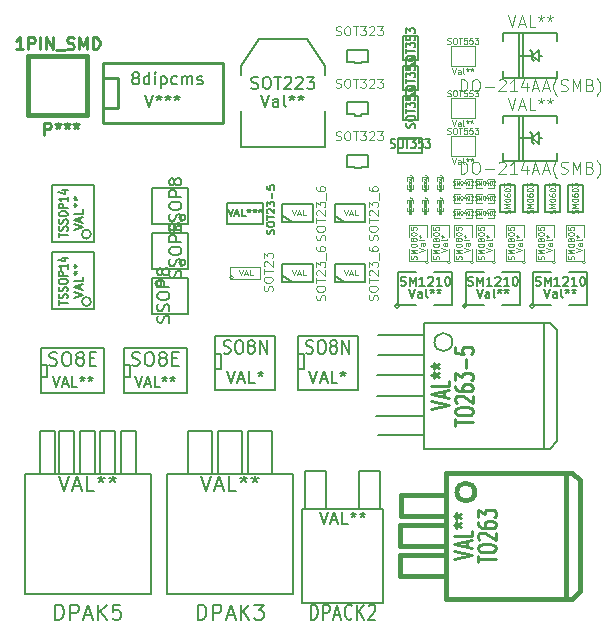
<source format=gto>
G04 (created by PCBNEW (2013-07-07 BZR 4022)-stable) date 2/4/2014 11:59:03 PM*
%MOIN*%
G04 Gerber Fmt 3.4, Leading zero omitted, Abs format*
%FSLAX34Y34*%
G01*
G70*
G90*
G04 APERTURE LIST*
%ADD10C,0.00590551*%
%ADD11C,0.015*%
%ADD12C,0.01*%
%ADD13C,0.005*%
%ADD14C,0.00314961*%
%ADD15C,0.0028*%
%ADD16C,0.0039*%
%ADD17C,0.0031*%
%ADD18C,0.008*%
%ADD19C,0.006*%
%ADD20C,0.0078*%
%ADD21C,0.0047*%
%ADD22C,0.0019685*%
%ADD23C,0.0045*%
%ADD24C,0.0043*%
%ADD25C,0.003*%
%ADD26C,0.00625*%
%ADD27C,0.0063*%
G04 APERTURE END LIST*
G54D10*
G54D11*
X62016Y-39016D02*
X63984Y-39016D01*
X63984Y-39016D02*
X63984Y-40984D01*
X63984Y-40984D02*
X62016Y-40984D01*
X62016Y-40984D02*
X62016Y-39016D01*
G54D12*
X64500Y-39250D02*
X64500Y-41250D01*
X64500Y-41250D02*
X68500Y-41250D01*
X68500Y-41250D02*
X68500Y-39250D01*
X68500Y-39250D02*
X64500Y-39250D01*
X64500Y-39750D02*
X65000Y-39750D01*
X65000Y-39750D02*
X65000Y-40750D01*
X65000Y-40750D02*
X64500Y-40750D01*
G54D13*
X79050Y-39000D02*
X79130Y-39000D01*
X79650Y-39750D02*
X77850Y-39750D01*
X77850Y-39750D02*
X77850Y-39500D01*
X78490Y-38250D02*
X78490Y-39750D01*
X78360Y-38250D02*
X78360Y-39750D01*
X79650Y-38500D02*
X79650Y-38250D01*
X79650Y-38250D02*
X77850Y-38250D01*
X77850Y-38250D02*
X77850Y-38500D01*
X79650Y-39500D02*
X79650Y-39750D01*
X78800Y-39000D02*
X79050Y-39187D01*
X79050Y-39187D02*
X79050Y-39000D01*
X79050Y-39000D02*
X79050Y-38813D01*
X79050Y-38813D02*
X78800Y-39000D01*
X78800Y-39000D02*
X78800Y-39125D01*
X78800Y-39125D02*
X78862Y-39187D01*
X78800Y-39000D02*
X78800Y-38875D01*
X78800Y-38875D02*
X78738Y-38813D01*
X78800Y-39000D02*
X78363Y-39000D01*
X71950Y-54100D02*
X71950Y-52850D01*
X71950Y-52850D02*
X71250Y-52850D01*
X71250Y-52850D02*
X71250Y-54100D01*
X73750Y-54100D02*
X73750Y-52850D01*
X73750Y-52850D02*
X73050Y-52850D01*
X73050Y-52850D02*
X73050Y-54100D01*
X71150Y-56500D02*
X71150Y-54100D01*
X71150Y-54100D02*
X73850Y-54100D01*
X73850Y-54100D02*
X73850Y-57200D01*
X73850Y-57250D02*
X71150Y-57250D01*
X71150Y-57200D02*
X71150Y-56500D01*
X62900Y-52950D02*
X62900Y-51500D01*
X62900Y-51500D02*
X62400Y-51500D01*
X62400Y-51500D02*
X62400Y-52950D01*
X63550Y-52950D02*
X63550Y-51500D01*
X63550Y-51500D02*
X63050Y-51500D01*
X63050Y-51500D02*
X63050Y-52950D01*
X64250Y-52950D02*
X64250Y-51500D01*
X64250Y-51500D02*
X63750Y-51500D01*
X63750Y-51500D02*
X63750Y-52950D01*
X64900Y-52950D02*
X64900Y-51500D01*
X64900Y-51500D02*
X64450Y-51500D01*
X64450Y-51500D02*
X64400Y-51500D01*
X64400Y-51500D02*
X64400Y-52950D01*
X65600Y-52950D02*
X65600Y-51500D01*
X65600Y-51500D02*
X65100Y-51500D01*
X65100Y-51500D02*
X65100Y-52950D01*
X66100Y-52950D02*
X61900Y-52950D01*
X61900Y-52950D02*
X61900Y-56950D01*
X61900Y-56950D02*
X66100Y-56950D01*
X66100Y-56950D02*
X66100Y-52950D01*
X68150Y-52950D02*
X68150Y-51500D01*
X68150Y-51500D02*
X67350Y-51500D01*
X67350Y-51500D02*
X67350Y-52950D01*
X69150Y-52950D02*
X69150Y-51500D01*
X69150Y-51500D02*
X68350Y-51500D01*
X68350Y-51500D02*
X68350Y-52950D01*
X70150Y-52950D02*
X70150Y-51500D01*
X70150Y-51500D02*
X69350Y-51500D01*
X69350Y-51500D02*
X69350Y-52950D01*
X70850Y-52950D02*
X66650Y-52950D01*
X66650Y-52950D02*
X66650Y-56950D01*
X66650Y-56950D02*
X70850Y-56950D01*
X70850Y-56950D02*
X70850Y-52950D01*
G54D14*
X74651Y-43921D02*
X74651Y-43822D01*
X74651Y-43822D02*
X74651Y-43803D01*
X74651Y-43803D02*
X74848Y-43803D01*
X74848Y-43803D02*
X74848Y-43921D01*
X74651Y-44078D02*
X74651Y-44196D01*
X74651Y-44196D02*
X74848Y-44196D01*
X74848Y-44196D02*
X74848Y-44078D01*
G54D15*
X77350Y-44400D02*
X77550Y-44400D01*
X77550Y-44400D02*
X77550Y-44100D01*
X77550Y-44100D02*
X77350Y-44100D01*
X77150Y-44400D02*
X76950Y-44400D01*
X76950Y-44400D02*
X76950Y-44100D01*
X76950Y-44100D02*
X77150Y-44100D01*
G54D13*
X80000Y-44200D02*
X80000Y-43300D01*
X80000Y-43300D02*
X80500Y-43300D01*
X80500Y-43300D02*
X80500Y-44200D01*
X80500Y-44200D02*
X80000Y-44200D01*
G54D16*
X80600Y-45900D02*
G75*
G03X80600Y-45900I-50J0D01*
G74*
G01*
X80550Y-45450D02*
X80550Y-45850D01*
X80550Y-45850D02*
X79950Y-45850D01*
X79950Y-45850D02*
X79950Y-45450D01*
X79950Y-45050D02*
X79950Y-44650D01*
X79950Y-44650D02*
X80550Y-44650D01*
X80550Y-44650D02*
X80550Y-45050D01*
G54D13*
X78870Y-47350D02*
G75*
G03X78870Y-47350I-70J0D01*
G74*
G01*
X79450Y-46200D02*
X78850Y-46200D01*
X78850Y-46200D02*
X78850Y-47300D01*
X78850Y-47300D02*
X79450Y-47300D01*
X80050Y-47300D02*
X80650Y-47300D01*
X80650Y-47300D02*
X80650Y-46200D01*
X80650Y-46200D02*
X80050Y-46200D01*
X62450Y-50200D02*
X62450Y-50250D01*
X62450Y-50250D02*
X64550Y-50250D01*
X64550Y-48750D02*
X62450Y-48750D01*
X62450Y-48750D02*
X62450Y-50200D01*
X62450Y-49300D02*
X62650Y-49300D01*
X62650Y-49300D02*
X62650Y-49700D01*
X62650Y-49700D02*
X62450Y-49700D01*
X64550Y-48750D02*
X64550Y-50250D01*
X68250Y-48350D02*
X70250Y-48350D01*
X70250Y-48350D02*
X70250Y-50150D01*
X70250Y-50150D02*
X68250Y-50150D01*
X68250Y-50150D02*
X68250Y-48350D01*
X68250Y-48950D02*
X68450Y-48950D01*
X68450Y-48950D02*
X68450Y-49450D01*
X68450Y-49450D02*
X68250Y-49450D01*
G54D17*
X68849Y-46388D02*
G75*
G03X68849Y-46388I-62J0D01*
G74*
G01*
X69750Y-46050D02*
X69750Y-46450D01*
X68725Y-46050D02*
X68725Y-46450D01*
X69750Y-46450D02*
X68725Y-46450D01*
X68725Y-46050D02*
X69750Y-46050D01*
G54D13*
X69850Y-43900D02*
X69850Y-44600D01*
X69850Y-44600D02*
X68650Y-44600D01*
X68650Y-44600D02*
X68650Y-43900D01*
X68650Y-43900D02*
X69850Y-43900D01*
X70800Y-44550D02*
X70500Y-44350D01*
X71500Y-44550D02*
X70475Y-44550D01*
X70475Y-44550D02*
X70475Y-43950D01*
X70475Y-43950D02*
X71500Y-43950D01*
X71500Y-43950D02*
X71500Y-44550D01*
G54D18*
X69100Y-40850D02*
X69100Y-42050D01*
X69100Y-42050D02*
X71900Y-42050D01*
X71900Y-42050D02*
X71900Y-40850D01*
X69100Y-39650D02*
X69100Y-39350D01*
X69100Y-39350D02*
X69700Y-38450D01*
X69700Y-38450D02*
X71300Y-38450D01*
X71300Y-38450D02*
X71900Y-39350D01*
X71900Y-39350D02*
X71900Y-39650D01*
G54D13*
X73100Y-39200D02*
X73350Y-39200D01*
X73350Y-39200D02*
X73350Y-38800D01*
X72650Y-38800D02*
X72650Y-39200D01*
X72650Y-39200D02*
X72900Y-39200D01*
X73100Y-39250D02*
X73100Y-39200D01*
X72900Y-39200D02*
X72900Y-39250D01*
X73350Y-38800D02*
X72650Y-38800D01*
X72900Y-39250D02*
X73100Y-39250D01*
G54D19*
X75000Y-39150D02*
X75000Y-38350D01*
X75000Y-38350D02*
X74500Y-38350D01*
X74500Y-38350D02*
X74500Y-39150D01*
X74500Y-39150D02*
X75000Y-39150D01*
G54D16*
X76087Y-38665D02*
X76913Y-38665D01*
X76913Y-38665D02*
X76913Y-39335D01*
X76913Y-39335D02*
X76087Y-39335D01*
X76087Y-39335D02*
X76087Y-38665D01*
G54D19*
X66450Y-46600D02*
G75*
G03X66450Y-46600I-100J0D01*
G74*
G01*
X66150Y-47600D02*
X66150Y-46400D01*
X66150Y-46400D02*
X67350Y-46400D01*
X67350Y-46400D02*
X67350Y-47600D01*
X67350Y-47600D02*
X66150Y-47600D01*
G54D18*
X62800Y-47450D02*
X62800Y-45550D01*
X62800Y-45550D02*
X64200Y-45550D01*
X64200Y-45550D02*
X64200Y-47450D01*
X64200Y-47450D02*
X62800Y-47450D01*
X64100Y-47200D02*
G75*
G03X64100Y-47200I-150J0D01*
G74*
G01*
G54D11*
X75950Y-55650D02*
X74400Y-55650D01*
X74400Y-55650D02*
X74400Y-56350D01*
X74400Y-56350D02*
X75950Y-56350D01*
X75950Y-54650D02*
X74400Y-54650D01*
X74400Y-54650D02*
X74400Y-55350D01*
X74400Y-55350D02*
X75950Y-55350D01*
X75950Y-53650D02*
X74450Y-53650D01*
X74450Y-53650D02*
X74450Y-54300D01*
X74450Y-54300D02*
X74450Y-54350D01*
X74450Y-54350D02*
X75950Y-54350D01*
X76900Y-53550D02*
G75*
G03X76900Y-53550I-300J0D01*
G74*
G01*
X75950Y-52900D02*
X80150Y-52900D01*
X80150Y-52900D02*
X80400Y-53150D01*
X80400Y-53150D02*
X80400Y-56700D01*
X80400Y-56700D02*
X80400Y-56800D01*
X80400Y-56800D02*
X80400Y-56850D01*
X80400Y-56850D02*
X80150Y-57100D01*
X80150Y-57100D02*
X75950Y-57100D01*
X75950Y-52900D02*
X75950Y-57100D01*
X79950Y-57100D02*
X79950Y-52900D01*
G54D20*
X75195Y-51654D02*
X73659Y-51654D01*
X75195Y-51024D02*
X73620Y-51024D01*
X75195Y-48307D02*
X73659Y-48307D01*
X75195Y-48976D02*
X73659Y-48976D01*
X75200Y-49650D02*
X73650Y-49650D01*
X73650Y-50350D02*
X75200Y-50350D01*
X76150Y-48550D02*
G75*
G03X76150Y-48550I-300J0D01*
G74*
G01*
X75200Y-47900D02*
X79400Y-47900D01*
X79400Y-47900D02*
X79650Y-48150D01*
X79650Y-48150D02*
X79650Y-51700D01*
X79650Y-51700D02*
X79650Y-51800D01*
X79650Y-51800D02*
X79650Y-51850D01*
X79650Y-51850D02*
X79400Y-52100D01*
X79400Y-52100D02*
X75200Y-52100D01*
X75200Y-47900D02*
X75200Y-52100D01*
X79200Y-52100D02*
X79200Y-47900D01*
G54D13*
X76620Y-47350D02*
G75*
G03X76620Y-47350I-70J0D01*
G74*
G01*
X77200Y-46200D02*
X76600Y-46200D01*
X76600Y-46200D02*
X76600Y-47300D01*
X76600Y-47300D02*
X77200Y-47300D01*
X77800Y-47300D02*
X78400Y-47300D01*
X78400Y-47300D02*
X78400Y-46200D01*
X78400Y-46200D02*
X77800Y-46200D01*
X74370Y-47350D02*
G75*
G03X74370Y-47350I-70J0D01*
G74*
G01*
X74950Y-46200D02*
X74350Y-46200D01*
X74350Y-46200D02*
X74350Y-47300D01*
X74350Y-47300D02*
X74950Y-47300D01*
X75550Y-47300D02*
X76150Y-47300D01*
X76150Y-47300D02*
X76150Y-46200D01*
X76150Y-46200D02*
X75550Y-46200D01*
G54D16*
X79600Y-45900D02*
G75*
G03X79600Y-45900I-50J0D01*
G74*
G01*
X79550Y-45450D02*
X79550Y-45850D01*
X79550Y-45850D02*
X78950Y-45850D01*
X78950Y-45850D02*
X78950Y-45450D01*
X78950Y-45050D02*
X78950Y-44650D01*
X78950Y-44650D02*
X79550Y-44650D01*
X79550Y-44650D02*
X79550Y-45050D01*
X78600Y-45900D02*
G75*
G03X78600Y-45900I-50J0D01*
G74*
G01*
X78550Y-45450D02*
X78550Y-45850D01*
X78550Y-45850D02*
X77950Y-45850D01*
X77950Y-45850D02*
X77950Y-45450D01*
X77950Y-45050D02*
X77950Y-44650D01*
X77950Y-44650D02*
X78550Y-44650D01*
X78550Y-44650D02*
X78550Y-45050D01*
X77600Y-45900D02*
G75*
G03X77600Y-45900I-50J0D01*
G74*
G01*
X77550Y-45450D02*
X77550Y-45850D01*
X77550Y-45850D02*
X76950Y-45850D01*
X76950Y-45850D02*
X76950Y-45450D01*
X76950Y-45050D02*
X76950Y-44650D01*
X76950Y-44650D02*
X77550Y-44650D01*
X77550Y-44650D02*
X77550Y-45050D01*
X76850Y-45900D02*
G75*
G03X76850Y-45900I-50J0D01*
G74*
G01*
X76800Y-45450D02*
X76800Y-45850D01*
X76800Y-45850D02*
X76200Y-45850D01*
X76200Y-45850D02*
X76200Y-45450D01*
X76200Y-45050D02*
X76200Y-44650D01*
X76200Y-44650D02*
X76800Y-44650D01*
X76800Y-44650D02*
X76800Y-45050D01*
X76100Y-45900D02*
G75*
G03X76100Y-45900I-50J0D01*
G74*
G01*
X76050Y-45450D02*
X76050Y-45850D01*
X76050Y-45850D02*
X75450Y-45850D01*
X75450Y-45850D02*
X75450Y-45450D01*
X75450Y-45050D02*
X75450Y-44650D01*
X75450Y-44650D02*
X76050Y-44650D01*
X76050Y-44650D02*
X76050Y-45050D01*
X75350Y-45900D02*
G75*
G03X75350Y-45900I-50J0D01*
G74*
G01*
X75300Y-45450D02*
X75300Y-45850D01*
X75300Y-45850D02*
X74700Y-45850D01*
X74700Y-45850D02*
X74700Y-45450D01*
X74700Y-45050D02*
X74700Y-44650D01*
X74700Y-44650D02*
X75300Y-44650D01*
X75300Y-44650D02*
X75300Y-45050D01*
G54D13*
X79250Y-44200D02*
X79250Y-43300D01*
X79250Y-43300D02*
X79750Y-43300D01*
X79750Y-43300D02*
X79750Y-44200D01*
X79750Y-44200D02*
X79250Y-44200D01*
X78500Y-44200D02*
X78500Y-43300D01*
X78500Y-43300D02*
X79000Y-43300D01*
X79000Y-43300D02*
X79000Y-44200D01*
X79000Y-44200D02*
X78500Y-44200D01*
X77750Y-44200D02*
X77750Y-43300D01*
X77750Y-43300D02*
X78250Y-43300D01*
X78250Y-43300D02*
X78250Y-44200D01*
X78250Y-44200D02*
X77750Y-44200D01*
G54D15*
X77150Y-43600D02*
X76950Y-43600D01*
X76950Y-43600D02*
X76950Y-43900D01*
X76950Y-43900D02*
X77150Y-43900D01*
X77350Y-43600D02*
X77550Y-43600D01*
X77550Y-43600D02*
X77550Y-43900D01*
X77550Y-43900D02*
X77350Y-43900D01*
X77150Y-43100D02*
X76950Y-43100D01*
X76950Y-43100D02*
X76950Y-43400D01*
X76950Y-43400D02*
X77150Y-43400D01*
X77350Y-43100D02*
X77550Y-43100D01*
X77550Y-43100D02*
X77550Y-43400D01*
X77550Y-43400D02*
X77350Y-43400D01*
X76400Y-44100D02*
X76200Y-44100D01*
X76200Y-44100D02*
X76200Y-44400D01*
X76200Y-44400D02*
X76400Y-44400D01*
X76600Y-44100D02*
X76800Y-44100D01*
X76800Y-44100D02*
X76800Y-44400D01*
X76800Y-44400D02*
X76600Y-44400D01*
X76400Y-43600D02*
X76200Y-43600D01*
X76200Y-43600D02*
X76200Y-43900D01*
X76200Y-43900D02*
X76400Y-43900D01*
X76600Y-43600D02*
X76800Y-43600D01*
X76800Y-43600D02*
X76800Y-43900D01*
X76800Y-43900D02*
X76600Y-43900D01*
X76400Y-43100D02*
X76200Y-43100D01*
X76200Y-43100D02*
X76200Y-43400D01*
X76200Y-43400D02*
X76400Y-43400D01*
X76600Y-43100D02*
X76800Y-43100D01*
X76800Y-43100D02*
X76800Y-43400D01*
X76800Y-43400D02*
X76600Y-43400D01*
G54D14*
X75151Y-43921D02*
X75151Y-43822D01*
X75151Y-43822D02*
X75151Y-43803D01*
X75151Y-43803D02*
X75348Y-43803D01*
X75348Y-43803D02*
X75348Y-43921D01*
X75151Y-44078D02*
X75151Y-44196D01*
X75151Y-44196D02*
X75348Y-44196D01*
X75348Y-44196D02*
X75348Y-44078D01*
X75651Y-43921D02*
X75651Y-43822D01*
X75651Y-43822D02*
X75651Y-43803D01*
X75651Y-43803D02*
X75848Y-43803D01*
X75848Y-43803D02*
X75848Y-43921D01*
X75651Y-44078D02*
X75651Y-44196D01*
X75651Y-44196D02*
X75848Y-44196D01*
X75848Y-44196D02*
X75848Y-44078D01*
X74651Y-43171D02*
X74651Y-43072D01*
X74651Y-43072D02*
X74651Y-43053D01*
X74651Y-43053D02*
X74848Y-43053D01*
X74848Y-43053D02*
X74848Y-43171D01*
X74651Y-43328D02*
X74651Y-43446D01*
X74651Y-43446D02*
X74848Y-43446D01*
X74848Y-43446D02*
X74848Y-43328D01*
X75151Y-43171D02*
X75151Y-43072D01*
X75151Y-43072D02*
X75151Y-43053D01*
X75151Y-43053D02*
X75348Y-43053D01*
X75348Y-43053D02*
X75348Y-43171D01*
X75151Y-43328D02*
X75151Y-43446D01*
X75151Y-43446D02*
X75348Y-43446D01*
X75348Y-43446D02*
X75348Y-43328D01*
X75651Y-43171D02*
X75651Y-43072D01*
X75651Y-43072D02*
X75651Y-43053D01*
X75651Y-43053D02*
X75848Y-43053D01*
X75848Y-43053D02*
X75848Y-43171D01*
X75651Y-43328D02*
X75651Y-43446D01*
X75651Y-43446D02*
X75848Y-43446D01*
X75848Y-43446D02*
X75848Y-43328D01*
G54D13*
X65200Y-50200D02*
X65200Y-50250D01*
X65200Y-50250D02*
X67300Y-50250D01*
X67300Y-48750D02*
X65200Y-48750D01*
X65200Y-48750D02*
X65200Y-50200D01*
X65200Y-49300D02*
X65400Y-49300D01*
X65400Y-49300D02*
X65400Y-49700D01*
X65400Y-49700D02*
X65200Y-49700D01*
X67300Y-48750D02*
X67300Y-50250D01*
X71000Y-48350D02*
X73000Y-48350D01*
X73000Y-48350D02*
X73000Y-50150D01*
X73000Y-50150D02*
X71000Y-50150D01*
X71000Y-50150D02*
X71000Y-48350D01*
X71000Y-48950D02*
X71200Y-48950D01*
X71200Y-48950D02*
X71200Y-49450D01*
X71200Y-49450D02*
X71000Y-49450D01*
G54D18*
X62800Y-45200D02*
X62800Y-43300D01*
X62800Y-43300D02*
X64200Y-43300D01*
X64200Y-43300D02*
X64200Y-45200D01*
X64200Y-45200D02*
X62800Y-45200D01*
X64100Y-44950D02*
G75*
G03X64100Y-44950I-150J0D01*
G74*
G01*
G54D19*
X67250Y-45900D02*
G75*
G03X67250Y-45900I-100J0D01*
G74*
G01*
X67350Y-44900D02*
X67350Y-46100D01*
X67350Y-46100D02*
X66150Y-46100D01*
X66150Y-46100D02*
X66150Y-44900D01*
X66150Y-44900D02*
X67350Y-44900D01*
X67250Y-44400D02*
G75*
G03X67250Y-44400I-100J0D01*
G74*
G01*
X67350Y-43400D02*
X67350Y-44600D01*
X67350Y-44600D02*
X66150Y-44600D01*
X66150Y-44600D02*
X66150Y-43400D01*
X66150Y-43400D02*
X67350Y-43400D01*
G54D13*
X70800Y-46550D02*
X70500Y-46350D01*
X71500Y-46550D02*
X70475Y-46550D01*
X70475Y-46550D02*
X70475Y-45950D01*
X70475Y-45950D02*
X71500Y-45950D01*
X71500Y-45950D02*
X71500Y-46550D01*
X72550Y-46550D02*
X72250Y-46350D01*
X73250Y-46550D02*
X72225Y-46550D01*
X72225Y-46550D02*
X72225Y-45950D01*
X72225Y-45950D02*
X73250Y-45950D01*
X73250Y-45950D02*
X73250Y-46550D01*
X72550Y-44550D02*
X72250Y-44350D01*
X73250Y-44550D02*
X72225Y-44550D01*
X72225Y-44550D02*
X72225Y-43950D01*
X72225Y-43950D02*
X73250Y-43950D01*
X73250Y-43950D02*
X73250Y-44550D01*
X79050Y-41750D02*
X79130Y-41750D01*
X79650Y-42500D02*
X77850Y-42500D01*
X77850Y-42500D02*
X77850Y-42250D01*
X78490Y-41000D02*
X78490Y-42500D01*
X78360Y-41000D02*
X78360Y-42500D01*
X79650Y-41250D02*
X79650Y-41000D01*
X79650Y-41000D02*
X77850Y-41000D01*
X77850Y-41000D02*
X77850Y-41250D01*
X79650Y-42250D02*
X79650Y-42500D01*
X78800Y-41750D02*
X79050Y-41937D01*
X79050Y-41937D02*
X79050Y-41750D01*
X79050Y-41750D02*
X79050Y-41563D01*
X79050Y-41563D02*
X78800Y-41750D01*
X78800Y-41750D02*
X78800Y-41875D01*
X78800Y-41875D02*
X78862Y-41937D01*
X78800Y-41750D02*
X78800Y-41625D01*
X78800Y-41625D02*
X78738Y-41563D01*
X78800Y-41750D02*
X78363Y-41750D01*
X73100Y-40950D02*
X73350Y-40950D01*
X73350Y-40950D02*
X73350Y-40550D01*
X72650Y-40550D02*
X72650Y-40950D01*
X72650Y-40950D02*
X72900Y-40950D01*
X73100Y-41000D02*
X73100Y-40950D01*
X72900Y-40950D02*
X72900Y-41000D01*
X73350Y-40550D02*
X72650Y-40550D01*
X72900Y-41000D02*
X73100Y-41000D01*
X73100Y-42700D02*
X73350Y-42700D01*
X73350Y-42700D02*
X73350Y-42300D01*
X72650Y-42300D02*
X72650Y-42700D01*
X72650Y-42700D02*
X72900Y-42700D01*
X73100Y-42750D02*
X73100Y-42700D01*
X72900Y-42700D02*
X72900Y-42750D01*
X73350Y-42300D02*
X72650Y-42300D01*
X72900Y-42750D02*
X73100Y-42750D01*
G54D19*
X75000Y-40150D02*
X75000Y-39350D01*
X75000Y-39350D02*
X74500Y-39350D01*
X74500Y-39350D02*
X74500Y-40150D01*
X74500Y-40150D02*
X75000Y-40150D01*
X75000Y-41150D02*
X75000Y-40350D01*
X75000Y-40350D02*
X74500Y-40350D01*
X74500Y-40350D02*
X74500Y-41150D01*
X74500Y-41150D02*
X75000Y-41150D01*
X75150Y-41750D02*
X74350Y-41750D01*
X74350Y-41750D02*
X74350Y-42250D01*
X74350Y-42250D02*
X75150Y-42250D01*
X75150Y-42250D02*
X75150Y-41750D01*
G54D16*
X76087Y-40415D02*
X76913Y-40415D01*
X76913Y-40415D02*
X76913Y-41085D01*
X76913Y-41085D02*
X76087Y-41085D01*
X76087Y-41085D02*
X76087Y-40415D01*
X76087Y-41665D02*
X76913Y-41665D01*
X76913Y-41665D02*
X76913Y-42335D01*
X76913Y-42335D02*
X76087Y-42335D01*
X76087Y-42335D02*
X76087Y-41665D01*
G54D12*
X61838Y-38783D02*
X61609Y-38783D01*
X61723Y-38783D02*
X61723Y-38383D01*
X61685Y-38441D01*
X61647Y-38479D01*
X61609Y-38498D01*
X62009Y-38783D02*
X62009Y-38383D01*
X62161Y-38383D01*
X62200Y-38402D01*
X62219Y-38422D01*
X62238Y-38460D01*
X62238Y-38517D01*
X62219Y-38555D01*
X62200Y-38574D01*
X62161Y-38593D01*
X62009Y-38593D01*
X62409Y-38783D02*
X62409Y-38383D01*
X62600Y-38783D02*
X62600Y-38383D01*
X62828Y-38783D01*
X62828Y-38383D01*
X62923Y-38822D02*
X63228Y-38822D01*
X63304Y-38764D02*
X63361Y-38783D01*
X63457Y-38783D01*
X63495Y-38764D01*
X63514Y-38745D01*
X63533Y-38707D01*
X63533Y-38669D01*
X63514Y-38631D01*
X63495Y-38612D01*
X63457Y-38593D01*
X63380Y-38574D01*
X63342Y-38555D01*
X63323Y-38536D01*
X63304Y-38498D01*
X63304Y-38460D01*
X63323Y-38422D01*
X63342Y-38402D01*
X63380Y-38383D01*
X63476Y-38383D01*
X63533Y-38402D01*
X63704Y-38783D02*
X63704Y-38383D01*
X63838Y-38669D01*
X63971Y-38383D01*
X63971Y-38783D01*
X64161Y-38783D02*
X64161Y-38383D01*
X64257Y-38383D01*
X64314Y-38402D01*
X64352Y-38441D01*
X64371Y-38479D01*
X64390Y-38555D01*
X64390Y-38612D01*
X64371Y-38688D01*
X64352Y-38726D01*
X64314Y-38764D01*
X64257Y-38783D01*
X64161Y-38783D01*
X62536Y-41637D02*
X62536Y-41237D01*
X62688Y-41237D01*
X62726Y-41256D01*
X62745Y-41276D01*
X62764Y-41314D01*
X62764Y-41371D01*
X62745Y-41409D01*
X62726Y-41428D01*
X62688Y-41447D01*
X62536Y-41447D01*
X62993Y-41237D02*
X62993Y-41333D01*
X62898Y-41295D02*
X62993Y-41333D01*
X63088Y-41295D01*
X62936Y-41409D02*
X62993Y-41333D01*
X63050Y-41409D01*
X63298Y-41237D02*
X63298Y-41333D01*
X63202Y-41295D02*
X63298Y-41333D01*
X63393Y-41295D01*
X63240Y-41409D02*
X63298Y-41333D01*
X63355Y-41409D01*
X63602Y-41237D02*
X63602Y-41333D01*
X63507Y-41295D02*
X63602Y-41333D01*
X63698Y-41295D01*
X63545Y-41409D02*
X63602Y-41333D01*
X63659Y-41409D01*
G54D18*
X65554Y-39733D02*
X65516Y-39714D01*
X65497Y-39695D01*
X65478Y-39657D01*
X65478Y-39638D01*
X65497Y-39600D01*
X65516Y-39580D01*
X65554Y-39561D01*
X65630Y-39561D01*
X65669Y-39580D01*
X65688Y-39600D01*
X65707Y-39638D01*
X65707Y-39657D01*
X65688Y-39695D01*
X65669Y-39714D01*
X65630Y-39733D01*
X65554Y-39733D01*
X65516Y-39752D01*
X65497Y-39771D01*
X65478Y-39809D01*
X65478Y-39885D01*
X65497Y-39923D01*
X65516Y-39942D01*
X65554Y-39961D01*
X65630Y-39961D01*
X65669Y-39942D01*
X65688Y-39923D01*
X65707Y-39885D01*
X65707Y-39809D01*
X65688Y-39771D01*
X65669Y-39752D01*
X65630Y-39733D01*
X66050Y-39961D02*
X66050Y-39561D01*
X66050Y-39942D02*
X66011Y-39961D01*
X65935Y-39961D01*
X65897Y-39942D01*
X65878Y-39923D01*
X65859Y-39885D01*
X65859Y-39771D01*
X65878Y-39733D01*
X65897Y-39714D01*
X65935Y-39695D01*
X66011Y-39695D01*
X66050Y-39714D01*
X66240Y-39961D02*
X66240Y-39695D01*
X66240Y-39561D02*
X66221Y-39580D01*
X66240Y-39600D01*
X66259Y-39580D01*
X66240Y-39561D01*
X66240Y-39600D01*
X66430Y-39695D02*
X66430Y-40095D01*
X66430Y-39714D02*
X66469Y-39695D01*
X66545Y-39695D01*
X66583Y-39714D01*
X66602Y-39733D01*
X66621Y-39771D01*
X66621Y-39885D01*
X66602Y-39923D01*
X66583Y-39942D01*
X66545Y-39961D01*
X66469Y-39961D01*
X66430Y-39942D01*
X66964Y-39942D02*
X66926Y-39961D01*
X66850Y-39961D01*
X66811Y-39942D01*
X66792Y-39923D01*
X66773Y-39885D01*
X66773Y-39771D01*
X66792Y-39733D01*
X66811Y-39714D01*
X66850Y-39695D01*
X66926Y-39695D01*
X66964Y-39714D01*
X67135Y-39961D02*
X67135Y-39695D01*
X67135Y-39733D02*
X67154Y-39714D01*
X67192Y-39695D01*
X67250Y-39695D01*
X67288Y-39714D01*
X67307Y-39752D01*
X67307Y-39961D01*
X67307Y-39752D02*
X67326Y-39714D01*
X67364Y-39695D01*
X67421Y-39695D01*
X67459Y-39714D01*
X67478Y-39752D01*
X67478Y-39961D01*
X67650Y-39942D02*
X67688Y-39961D01*
X67764Y-39961D01*
X67802Y-39942D01*
X67821Y-39904D01*
X67821Y-39885D01*
X67802Y-39847D01*
X67764Y-39828D01*
X67707Y-39828D01*
X67669Y-39809D01*
X67650Y-39771D01*
X67650Y-39752D01*
X67669Y-39714D01*
X67707Y-39695D01*
X67764Y-39695D01*
X67802Y-39714D01*
X65909Y-40311D02*
X66042Y-40711D01*
X66176Y-40311D01*
X66366Y-40311D02*
X66366Y-40407D01*
X66271Y-40369D02*
X66366Y-40407D01*
X66461Y-40369D01*
X66309Y-40483D02*
X66366Y-40407D01*
X66423Y-40483D01*
X66671Y-40311D02*
X66671Y-40407D01*
X66576Y-40369D02*
X66671Y-40407D01*
X66766Y-40369D01*
X66614Y-40483D02*
X66671Y-40407D01*
X66728Y-40483D01*
X66976Y-40311D02*
X66976Y-40407D01*
X66880Y-40369D02*
X66976Y-40407D01*
X67071Y-40369D01*
X66919Y-40483D02*
X66976Y-40407D01*
X67033Y-40483D01*
G54D21*
X76423Y-40183D02*
X76423Y-39789D01*
X76517Y-39789D01*
X76573Y-39808D01*
X76611Y-39845D01*
X76629Y-39883D01*
X76648Y-39958D01*
X76648Y-40014D01*
X76629Y-40089D01*
X76611Y-40127D01*
X76573Y-40164D01*
X76517Y-40183D01*
X76423Y-40183D01*
X76892Y-39789D02*
X76967Y-39789D01*
X77005Y-39808D01*
X77042Y-39845D01*
X77061Y-39920D01*
X77061Y-40052D01*
X77042Y-40127D01*
X77005Y-40164D01*
X76967Y-40183D01*
X76892Y-40183D01*
X76855Y-40164D01*
X76817Y-40127D01*
X76798Y-40052D01*
X76798Y-39920D01*
X76817Y-39845D01*
X76855Y-39808D01*
X76892Y-39789D01*
X77230Y-40033D02*
X77530Y-40033D01*
X77699Y-39827D02*
X77718Y-39808D01*
X77755Y-39789D01*
X77849Y-39789D01*
X77886Y-39808D01*
X77905Y-39827D01*
X77924Y-39864D01*
X77924Y-39902D01*
X77905Y-39958D01*
X77680Y-40183D01*
X77924Y-40183D01*
X78299Y-40183D02*
X78074Y-40183D01*
X78187Y-40183D02*
X78187Y-39789D01*
X78149Y-39845D01*
X78112Y-39883D01*
X78074Y-39902D01*
X78637Y-39920D02*
X78637Y-40183D01*
X78543Y-39770D02*
X78449Y-40052D01*
X78693Y-40052D01*
X78825Y-40070D02*
X79012Y-40070D01*
X78787Y-40183D02*
X78918Y-39789D01*
X79050Y-40183D01*
X79162Y-40070D02*
X79350Y-40070D01*
X79125Y-40183D02*
X79256Y-39789D01*
X79387Y-40183D01*
X79631Y-40333D02*
X79613Y-40314D01*
X79575Y-40258D01*
X79556Y-40221D01*
X79538Y-40164D01*
X79519Y-40070D01*
X79519Y-39995D01*
X79538Y-39902D01*
X79556Y-39845D01*
X79575Y-39808D01*
X79613Y-39751D01*
X79631Y-39733D01*
X79763Y-40164D02*
X79819Y-40183D01*
X79913Y-40183D01*
X79950Y-40164D01*
X79969Y-40145D01*
X79988Y-40108D01*
X79988Y-40070D01*
X79969Y-40033D01*
X79950Y-40014D01*
X79913Y-39995D01*
X79838Y-39977D01*
X79800Y-39958D01*
X79781Y-39939D01*
X79763Y-39902D01*
X79763Y-39864D01*
X79781Y-39827D01*
X79800Y-39808D01*
X79838Y-39789D01*
X79932Y-39789D01*
X79988Y-39808D01*
X80157Y-40183D02*
X80157Y-39789D01*
X80288Y-40070D01*
X80419Y-39789D01*
X80419Y-40183D01*
X80738Y-39977D02*
X80795Y-39995D01*
X80813Y-40014D01*
X80832Y-40052D01*
X80832Y-40108D01*
X80813Y-40145D01*
X80795Y-40164D01*
X80757Y-40183D01*
X80607Y-40183D01*
X80607Y-39789D01*
X80738Y-39789D01*
X80776Y-39808D01*
X80795Y-39827D01*
X80813Y-39864D01*
X80813Y-39902D01*
X80795Y-39939D01*
X80776Y-39958D01*
X80738Y-39977D01*
X80607Y-39977D01*
X80963Y-40333D02*
X80982Y-40314D01*
X81020Y-40258D01*
X81038Y-40221D01*
X81057Y-40164D01*
X81076Y-40070D01*
X81076Y-39995D01*
X81057Y-39902D01*
X81038Y-39845D01*
X81020Y-39808D01*
X80982Y-39751D01*
X80963Y-39733D01*
X77990Y-37663D02*
X78121Y-38057D01*
X78252Y-37663D01*
X78365Y-37944D02*
X78553Y-37944D01*
X78327Y-38057D02*
X78459Y-37663D01*
X78590Y-38057D01*
X78909Y-38057D02*
X78721Y-38057D01*
X78721Y-37663D01*
X79097Y-37663D02*
X79097Y-37757D01*
X79003Y-37719D02*
X79097Y-37757D01*
X79190Y-37719D01*
X79040Y-37832D02*
X79097Y-37757D01*
X79153Y-37832D01*
X79397Y-37663D02*
X79397Y-37757D01*
X79303Y-37719D02*
X79397Y-37757D01*
X79491Y-37719D01*
X79341Y-37832D02*
X79397Y-37757D01*
X79453Y-37832D01*
G54D18*
X71433Y-57802D02*
X71433Y-57302D01*
X71528Y-57302D01*
X71585Y-57326D01*
X71623Y-57373D01*
X71642Y-57421D01*
X71661Y-57516D01*
X71661Y-57588D01*
X71642Y-57683D01*
X71623Y-57730D01*
X71585Y-57778D01*
X71528Y-57802D01*
X71433Y-57802D01*
X71833Y-57802D02*
X71833Y-57302D01*
X71985Y-57302D01*
X72023Y-57326D01*
X72042Y-57350D01*
X72061Y-57397D01*
X72061Y-57469D01*
X72042Y-57516D01*
X72023Y-57540D01*
X71985Y-57564D01*
X71833Y-57564D01*
X72214Y-57659D02*
X72404Y-57659D01*
X72176Y-57802D02*
X72309Y-57302D01*
X72442Y-57802D01*
X72804Y-57754D02*
X72785Y-57778D01*
X72728Y-57802D01*
X72690Y-57802D01*
X72633Y-57778D01*
X72595Y-57730D01*
X72576Y-57683D01*
X72557Y-57588D01*
X72557Y-57516D01*
X72576Y-57421D01*
X72595Y-57373D01*
X72633Y-57326D01*
X72690Y-57302D01*
X72728Y-57302D01*
X72785Y-57326D01*
X72804Y-57350D01*
X72976Y-57802D02*
X72976Y-57302D01*
X73204Y-57802D02*
X73033Y-57516D01*
X73204Y-57302D02*
X72976Y-57588D01*
X73357Y-57350D02*
X73376Y-57326D01*
X73414Y-57302D01*
X73509Y-57302D01*
X73547Y-57326D01*
X73566Y-57350D01*
X73585Y-57397D01*
X73585Y-57445D01*
X73566Y-57516D01*
X73338Y-57802D01*
X73585Y-57802D01*
X71728Y-54211D02*
X71861Y-54611D01*
X71995Y-54211D01*
X72109Y-54497D02*
X72300Y-54497D01*
X72071Y-54611D02*
X72204Y-54211D01*
X72338Y-54611D01*
X72661Y-54611D02*
X72471Y-54611D01*
X72471Y-54211D01*
X72852Y-54211D02*
X72852Y-54307D01*
X72757Y-54269D02*
X72852Y-54307D01*
X72947Y-54269D01*
X72795Y-54383D02*
X72852Y-54307D01*
X72909Y-54383D01*
X73157Y-54211D02*
X73157Y-54307D01*
X73061Y-54269D02*
X73157Y-54307D01*
X73252Y-54269D01*
X73100Y-54383D02*
X73157Y-54307D01*
X73214Y-54383D01*
G54D19*
X62916Y-57802D02*
X62916Y-57302D01*
X63035Y-57302D01*
X63107Y-57326D01*
X63154Y-57373D01*
X63178Y-57421D01*
X63202Y-57516D01*
X63202Y-57588D01*
X63178Y-57683D01*
X63154Y-57730D01*
X63107Y-57778D01*
X63035Y-57802D01*
X62916Y-57802D01*
X63416Y-57802D02*
X63416Y-57302D01*
X63607Y-57302D01*
X63654Y-57326D01*
X63678Y-57350D01*
X63702Y-57397D01*
X63702Y-57469D01*
X63678Y-57516D01*
X63654Y-57540D01*
X63607Y-57564D01*
X63416Y-57564D01*
X63892Y-57659D02*
X64130Y-57659D01*
X63845Y-57802D02*
X64011Y-57302D01*
X64178Y-57802D01*
X64345Y-57802D02*
X64345Y-57302D01*
X64630Y-57802D02*
X64416Y-57516D01*
X64630Y-57302D02*
X64345Y-57588D01*
X65083Y-57302D02*
X64845Y-57302D01*
X64821Y-57540D01*
X64845Y-57516D01*
X64892Y-57492D01*
X65011Y-57492D01*
X65059Y-57516D01*
X65083Y-57540D01*
X65107Y-57588D01*
X65107Y-57707D01*
X65083Y-57754D01*
X65059Y-57778D01*
X65011Y-57802D01*
X64892Y-57802D01*
X64845Y-57778D01*
X64821Y-57754D01*
X63035Y-53002D02*
X63202Y-53502D01*
X63369Y-53002D01*
X63511Y-53359D02*
X63750Y-53359D01*
X63464Y-53502D02*
X63630Y-53002D01*
X63797Y-53502D01*
X64202Y-53502D02*
X63964Y-53502D01*
X63964Y-53002D01*
X64440Y-53002D02*
X64440Y-53121D01*
X64321Y-53073D02*
X64440Y-53121D01*
X64559Y-53073D01*
X64369Y-53216D02*
X64440Y-53121D01*
X64511Y-53216D01*
X64821Y-53002D02*
X64821Y-53121D01*
X64702Y-53073D02*
X64821Y-53121D01*
X64940Y-53073D01*
X64750Y-53216D02*
X64821Y-53121D01*
X64892Y-53216D01*
X67666Y-57802D02*
X67666Y-57302D01*
X67785Y-57302D01*
X67857Y-57326D01*
X67904Y-57373D01*
X67928Y-57421D01*
X67952Y-57516D01*
X67952Y-57588D01*
X67928Y-57683D01*
X67904Y-57730D01*
X67857Y-57778D01*
X67785Y-57802D01*
X67666Y-57802D01*
X68166Y-57802D02*
X68166Y-57302D01*
X68357Y-57302D01*
X68404Y-57326D01*
X68428Y-57350D01*
X68452Y-57397D01*
X68452Y-57469D01*
X68428Y-57516D01*
X68404Y-57540D01*
X68357Y-57564D01*
X68166Y-57564D01*
X68642Y-57659D02*
X68880Y-57659D01*
X68595Y-57802D02*
X68761Y-57302D01*
X68928Y-57802D01*
X69095Y-57802D02*
X69095Y-57302D01*
X69380Y-57802D02*
X69166Y-57516D01*
X69380Y-57302D02*
X69095Y-57588D01*
X69547Y-57302D02*
X69857Y-57302D01*
X69690Y-57492D01*
X69761Y-57492D01*
X69809Y-57516D01*
X69833Y-57540D01*
X69857Y-57588D01*
X69857Y-57707D01*
X69833Y-57754D01*
X69809Y-57778D01*
X69761Y-57802D01*
X69619Y-57802D01*
X69571Y-57778D01*
X69547Y-57754D01*
X67785Y-53002D02*
X67952Y-53502D01*
X68119Y-53002D01*
X68261Y-53359D02*
X68500Y-53359D01*
X68214Y-53502D02*
X68380Y-53002D01*
X68547Y-53502D01*
X68952Y-53502D02*
X68714Y-53502D01*
X68714Y-53002D01*
X69190Y-53002D02*
X69190Y-53121D01*
X69071Y-53073D02*
X69190Y-53121D01*
X69309Y-53073D01*
X69119Y-53216D02*
X69190Y-53121D01*
X69261Y-53216D01*
X69571Y-53002D02*
X69571Y-53121D01*
X69452Y-53073D02*
X69571Y-53121D01*
X69690Y-53073D01*
X69500Y-53216D02*
X69571Y-53121D01*
X69642Y-53216D01*
G54D22*
X74778Y-44271D02*
X74781Y-44260D01*
X74781Y-44241D01*
X74778Y-44234D01*
X74774Y-44230D01*
X74766Y-44226D01*
X74759Y-44226D01*
X74751Y-44230D01*
X74748Y-44234D01*
X74744Y-44241D01*
X74740Y-44256D01*
X74736Y-44264D01*
X74733Y-44268D01*
X74725Y-44271D01*
X74718Y-44271D01*
X74710Y-44268D01*
X74706Y-44264D01*
X74703Y-44256D01*
X74703Y-44238D01*
X74706Y-44226D01*
X74781Y-44193D02*
X74703Y-44193D01*
X74759Y-44166D01*
X74703Y-44140D01*
X74781Y-44140D01*
X74703Y-44088D02*
X74703Y-44080D01*
X74706Y-44073D01*
X74710Y-44069D01*
X74718Y-44065D01*
X74733Y-44061D01*
X74751Y-44061D01*
X74766Y-44065D01*
X74774Y-44069D01*
X74778Y-44073D01*
X74781Y-44080D01*
X74781Y-44088D01*
X74778Y-44095D01*
X74774Y-44099D01*
X74766Y-44103D01*
X74751Y-44106D01*
X74733Y-44106D01*
X74718Y-44103D01*
X74710Y-44099D01*
X74706Y-44095D01*
X74703Y-44088D01*
X74710Y-44031D02*
X74706Y-44028D01*
X74703Y-44020D01*
X74703Y-44001D01*
X74706Y-43994D01*
X74710Y-43990D01*
X74718Y-43986D01*
X74725Y-43986D01*
X74736Y-43990D01*
X74781Y-44035D01*
X74781Y-43986D01*
X74703Y-43938D02*
X74703Y-43930D01*
X74706Y-43923D01*
X74710Y-43919D01*
X74718Y-43915D01*
X74733Y-43911D01*
X74751Y-43911D01*
X74766Y-43915D01*
X74774Y-43919D01*
X74778Y-43923D01*
X74781Y-43930D01*
X74781Y-43938D01*
X74778Y-43945D01*
X74774Y-43949D01*
X74766Y-43953D01*
X74751Y-43956D01*
X74733Y-43956D01*
X74718Y-43953D01*
X74710Y-43949D01*
X74706Y-43945D01*
X74703Y-43938D01*
X74781Y-43836D02*
X74781Y-43881D01*
X74781Y-43859D02*
X74703Y-43859D01*
X74714Y-43866D01*
X74721Y-43874D01*
X74725Y-43881D01*
X74789Y-43821D02*
X74789Y-43761D01*
X74781Y-43743D02*
X74729Y-43743D01*
X74744Y-43743D02*
X74736Y-43739D01*
X74733Y-43735D01*
X74729Y-43728D01*
X74729Y-43720D01*
G54D15*
X76918Y-44299D02*
X76935Y-44305D01*
X76964Y-44305D01*
X76975Y-44299D01*
X76981Y-44292D01*
X76987Y-44279D01*
X76987Y-44266D01*
X76981Y-44253D01*
X76975Y-44246D01*
X76964Y-44240D01*
X76941Y-44233D01*
X76930Y-44227D01*
X76924Y-44220D01*
X76918Y-44207D01*
X76918Y-44194D01*
X76924Y-44181D01*
X76930Y-44174D01*
X76941Y-44167D01*
X76970Y-44167D01*
X76987Y-44174D01*
X77038Y-44305D02*
X77038Y-44167D01*
X77078Y-44266D01*
X77118Y-44167D01*
X77118Y-44305D01*
X77198Y-44167D02*
X77210Y-44167D01*
X77221Y-44174D01*
X77227Y-44181D01*
X77232Y-44194D01*
X77238Y-44220D01*
X77238Y-44253D01*
X77232Y-44279D01*
X77227Y-44292D01*
X77221Y-44299D01*
X77210Y-44305D01*
X77198Y-44305D01*
X77187Y-44299D01*
X77181Y-44292D01*
X77175Y-44279D01*
X77170Y-44253D01*
X77170Y-44220D01*
X77175Y-44194D01*
X77181Y-44181D01*
X77187Y-44174D01*
X77198Y-44167D01*
X77341Y-44213D02*
X77341Y-44305D01*
X77312Y-44161D02*
X77284Y-44259D01*
X77358Y-44259D01*
X77427Y-44167D02*
X77438Y-44167D01*
X77450Y-44174D01*
X77455Y-44181D01*
X77461Y-44194D01*
X77467Y-44220D01*
X77467Y-44253D01*
X77461Y-44279D01*
X77455Y-44292D01*
X77450Y-44299D01*
X77438Y-44305D01*
X77427Y-44305D01*
X77415Y-44299D01*
X77410Y-44292D01*
X77404Y-44279D01*
X77398Y-44253D01*
X77398Y-44220D01*
X77404Y-44194D01*
X77410Y-44181D01*
X77415Y-44174D01*
X77427Y-44167D01*
X77512Y-44181D02*
X77518Y-44174D01*
X77530Y-44167D01*
X77558Y-44167D01*
X77570Y-44174D01*
X77575Y-44181D01*
X77581Y-44194D01*
X77581Y-44207D01*
X77575Y-44227D01*
X77507Y-44305D01*
X77581Y-44305D01*
G54D23*
X80321Y-44247D02*
X80330Y-44221D01*
X80330Y-44178D01*
X80321Y-44161D01*
X80311Y-44152D01*
X80292Y-44144D01*
X80273Y-44144D01*
X80254Y-44152D01*
X80245Y-44161D01*
X80235Y-44178D01*
X80226Y-44212D01*
X80216Y-44230D01*
X80207Y-44238D01*
X80188Y-44247D01*
X80169Y-44247D01*
X80150Y-44238D01*
X80140Y-44230D01*
X80130Y-44212D01*
X80130Y-44170D01*
X80140Y-44144D01*
X80330Y-44067D02*
X80130Y-44067D01*
X80273Y-44007D01*
X80130Y-43947D01*
X80330Y-43947D01*
X80130Y-43827D02*
X80130Y-43810D01*
X80140Y-43792D01*
X80150Y-43784D01*
X80169Y-43775D01*
X80207Y-43767D01*
X80254Y-43767D01*
X80292Y-43775D01*
X80311Y-43784D01*
X80321Y-43792D01*
X80330Y-43810D01*
X80330Y-43827D01*
X80321Y-43844D01*
X80311Y-43852D01*
X80292Y-43861D01*
X80254Y-43870D01*
X80207Y-43870D01*
X80169Y-43861D01*
X80150Y-43852D01*
X80140Y-43844D01*
X80130Y-43827D01*
X80130Y-43612D02*
X80130Y-43647D01*
X80140Y-43664D01*
X80150Y-43672D01*
X80178Y-43690D01*
X80216Y-43698D01*
X80292Y-43698D01*
X80311Y-43690D01*
X80321Y-43681D01*
X80330Y-43664D01*
X80330Y-43630D01*
X80321Y-43612D01*
X80311Y-43604D01*
X80292Y-43595D01*
X80245Y-43595D01*
X80226Y-43604D01*
X80216Y-43612D01*
X80207Y-43630D01*
X80207Y-43664D01*
X80216Y-43681D01*
X80226Y-43690D01*
X80245Y-43698D01*
X80130Y-43484D02*
X80130Y-43467D01*
X80140Y-43449D01*
X80150Y-43441D01*
X80169Y-43432D01*
X80207Y-43424D01*
X80254Y-43424D01*
X80292Y-43432D01*
X80311Y-43441D01*
X80321Y-43449D01*
X80330Y-43467D01*
X80330Y-43484D01*
X80321Y-43501D01*
X80311Y-43509D01*
X80292Y-43518D01*
X80254Y-43527D01*
X80207Y-43527D01*
X80169Y-43518D01*
X80150Y-43509D01*
X80140Y-43501D01*
X80130Y-43484D01*
X80130Y-43364D02*
X80130Y-43252D01*
X80207Y-43312D01*
X80207Y-43287D01*
X80216Y-43269D01*
X80226Y-43261D01*
X80245Y-43252D01*
X80292Y-43252D01*
X80311Y-43261D01*
X80321Y-43269D01*
X80330Y-43287D01*
X80330Y-43338D01*
X80321Y-43355D01*
X80311Y-43364D01*
G54D24*
X80195Y-45794D02*
X80204Y-45765D01*
X80204Y-45719D01*
X80195Y-45700D01*
X80185Y-45690D01*
X80167Y-45681D01*
X80148Y-45681D01*
X80129Y-45690D01*
X80120Y-45700D01*
X80110Y-45719D01*
X80101Y-45756D01*
X80092Y-45775D01*
X80082Y-45784D01*
X80064Y-45794D01*
X80045Y-45794D01*
X80026Y-45784D01*
X80017Y-45775D01*
X80007Y-45756D01*
X80007Y-45709D01*
X80017Y-45681D01*
X80204Y-45597D02*
X80007Y-45597D01*
X80148Y-45531D01*
X80007Y-45465D01*
X80204Y-45465D01*
X80007Y-45334D02*
X80007Y-45315D01*
X80017Y-45296D01*
X80026Y-45287D01*
X80045Y-45278D01*
X80082Y-45268D01*
X80129Y-45268D01*
X80167Y-45278D01*
X80185Y-45287D01*
X80195Y-45296D01*
X80204Y-45315D01*
X80204Y-45334D01*
X80195Y-45353D01*
X80185Y-45362D01*
X80167Y-45371D01*
X80129Y-45381D01*
X80082Y-45381D01*
X80045Y-45371D01*
X80026Y-45362D01*
X80017Y-45353D01*
X80007Y-45334D01*
X80092Y-45156D02*
X80082Y-45174D01*
X80073Y-45184D01*
X80054Y-45193D01*
X80045Y-45193D01*
X80026Y-45184D01*
X80017Y-45174D01*
X80007Y-45156D01*
X80007Y-45118D01*
X80017Y-45099D01*
X80026Y-45090D01*
X80045Y-45081D01*
X80054Y-45081D01*
X80073Y-45090D01*
X80082Y-45099D01*
X80092Y-45118D01*
X80092Y-45156D01*
X80101Y-45174D01*
X80110Y-45184D01*
X80129Y-45193D01*
X80167Y-45193D01*
X80185Y-45184D01*
X80195Y-45174D01*
X80204Y-45156D01*
X80204Y-45118D01*
X80195Y-45099D01*
X80185Y-45090D01*
X80167Y-45081D01*
X80129Y-45081D01*
X80110Y-45090D01*
X80101Y-45099D01*
X80092Y-45118D01*
X80007Y-44959D02*
X80007Y-44940D01*
X80017Y-44921D01*
X80026Y-44912D01*
X80045Y-44902D01*
X80082Y-44893D01*
X80129Y-44893D01*
X80167Y-44902D01*
X80185Y-44912D01*
X80195Y-44921D01*
X80204Y-44940D01*
X80204Y-44959D01*
X80195Y-44977D01*
X80185Y-44987D01*
X80167Y-44996D01*
X80129Y-45006D01*
X80082Y-45006D01*
X80045Y-44996D01*
X80026Y-44987D01*
X80017Y-44977D01*
X80007Y-44959D01*
X80007Y-44715D02*
X80007Y-44809D01*
X80101Y-44818D01*
X80092Y-44809D01*
X80082Y-44790D01*
X80082Y-44743D01*
X80092Y-44724D01*
X80101Y-44715D01*
X80120Y-44705D01*
X80167Y-44705D01*
X80185Y-44715D01*
X80195Y-44724D01*
X80204Y-44743D01*
X80204Y-44790D01*
X80195Y-44809D01*
X80185Y-44818D01*
X80282Y-45531D02*
X80479Y-45465D01*
X80282Y-45400D01*
X80479Y-45250D02*
X80376Y-45250D01*
X80357Y-45259D01*
X80348Y-45278D01*
X80348Y-45315D01*
X80357Y-45334D01*
X80470Y-45250D02*
X80479Y-45268D01*
X80479Y-45315D01*
X80470Y-45334D01*
X80451Y-45343D01*
X80432Y-45343D01*
X80414Y-45334D01*
X80404Y-45315D01*
X80404Y-45268D01*
X80395Y-45250D01*
X80479Y-45128D02*
X80470Y-45146D01*
X80451Y-45156D01*
X80282Y-45156D01*
X80282Y-45024D02*
X80329Y-45024D01*
X80310Y-45071D02*
X80329Y-45024D01*
X80310Y-44977D01*
X80367Y-45053D02*
X80329Y-45024D01*
X80367Y-44996D01*
G54D13*
X78921Y-46657D02*
X78964Y-46671D01*
X79035Y-46671D01*
X79064Y-46657D01*
X79078Y-46642D01*
X79092Y-46614D01*
X79092Y-46585D01*
X79078Y-46557D01*
X79064Y-46542D01*
X79035Y-46528D01*
X78978Y-46514D01*
X78950Y-46500D01*
X78935Y-46485D01*
X78921Y-46457D01*
X78921Y-46428D01*
X78935Y-46400D01*
X78950Y-46385D01*
X78978Y-46371D01*
X79050Y-46371D01*
X79092Y-46385D01*
X79221Y-46671D02*
X79221Y-46371D01*
X79321Y-46585D01*
X79421Y-46371D01*
X79421Y-46671D01*
X79721Y-46671D02*
X79550Y-46671D01*
X79635Y-46671D02*
X79635Y-46371D01*
X79607Y-46414D01*
X79578Y-46442D01*
X79550Y-46457D01*
X79835Y-46400D02*
X79850Y-46385D01*
X79878Y-46371D01*
X79950Y-46371D01*
X79978Y-46385D01*
X79992Y-46400D01*
X80007Y-46428D01*
X80007Y-46457D01*
X79992Y-46500D01*
X79821Y-46671D01*
X80007Y-46671D01*
X80292Y-46671D02*
X80121Y-46671D01*
X80207Y-46671D02*
X80207Y-46371D01*
X80178Y-46414D01*
X80150Y-46442D01*
X80121Y-46457D01*
X80478Y-46371D02*
X80507Y-46371D01*
X80535Y-46385D01*
X80550Y-46400D01*
X80564Y-46428D01*
X80578Y-46485D01*
X80578Y-46557D01*
X80564Y-46614D01*
X80550Y-46642D01*
X80535Y-46657D01*
X80507Y-46671D01*
X80478Y-46671D01*
X80450Y-46657D01*
X80435Y-46642D01*
X80421Y-46614D01*
X80407Y-46557D01*
X80407Y-46485D01*
X80421Y-46428D01*
X80435Y-46400D01*
X80450Y-46385D01*
X80478Y-46371D01*
X79207Y-46771D02*
X79307Y-47071D01*
X79407Y-46771D01*
X79635Y-47071D02*
X79635Y-46914D01*
X79621Y-46885D01*
X79592Y-46871D01*
X79535Y-46871D01*
X79507Y-46885D01*
X79635Y-47057D02*
X79607Y-47071D01*
X79535Y-47071D01*
X79507Y-47057D01*
X79492Y-47028D01*
X79492Y-47000D01*
X79507Y-46971D01*
X79535Y-46957D01*
X79607Y-46957D01*
X79635Y-46942D01*
X79821Y-47071D02*
X79792Y-47057D01*
X79778Y-47028D01*
X79778Y-46771D01*
X79978Y-46771D02*
X79978Y-46842D01*
X79907Y-46814D02*
X79978Y-46842D01*
X80050Y-46814D01*
X79935Y-46900D02*
X79978Y-46842D01*
X80021Y-46900D01*
X80207Y-46771D02*
X80207Y-46842D01*
X80135Y-46814D02*
X80207Y-46842D01*
X80278Y-46814D01*
X80164Y-46900D02*
X80207Y-46842D01*
X80250Y-46900D01*
G54D19*
X62717Y-49310D02*
X62782Y-49332D01*
X62889Y-49332D01*
X62932Y-49310D01*
X62953Y-49289D01*
X62975Y-49246D01*
X62975Y-49203D01*
X62953Y-49160D01*
X62932Y-49139D01*
X62889Y-49117D01*
X62803Y-49096D01*
X62760Y-49075D01*
X62739Y-49053D01*
X62717Y-49010D01*
X62717Y-48967D01*
X62739Y-48925D01*
X62760Y-48903D01*
X62803Y-48882D01*
X62910Y-48882D01*
X62975Y-48903D01*
X63253Y-48882D02*
X63339Y-48882D01*
X63382Y-48903D01*
X63425Y-48946D01*
X63446Y-49032D01*
X63446Y-49182D01*
X63425Y-49267D01*
X63382Y-49310D01*
X63339Y-49332D01*
X63253Y-49332D01*
X63210Y-49310D01*
X63167Y-49267D01*
X63146Y-49182D01*
X63146Y-49032D01*
X63167Y-48946D01*
X63210Y-48903D01*
X63253Y-48882D01*
X63703Y-49075D02*
X63660Y-49053D01*
X63639Y-49032D01*
X63617Y-48989D01*
X63617Y-48967D01*
X63639Y-48925D01*
X63660Y-48903D01*
X63703Y-48882D01*
X63789Y-48882D01*
X63832Y-48903D01*
X63853Y-48925D01*
X63875Y-48967D01*
X63875Y-48989D01*
X63853Y-49032D01*
X63832Y-49053D01*
X63789Y-49075D01*
X63703Y-49075D01*
X63660Y-49096D01*
X63639Y-49117D01*
X63617Y-49160D01*
X63617Y-49246D01*
X63639Y-49289D01*
X63660Y-49310D01*
X63703Y-49332D01*
X63789Y-49332D01*
X63832Y-49310D01*
X63853Y-49289D01*
X63875Y-49246D01*
X63875Y-49160D01*
X63853Y-49117D01*
X63832Y-49096D01*
X63789Y-49075D01*
X64067Y-49096D02*
X64217Y-49096D01*
X64282Y-49332D02*
X64067Y-49332D01*
X64067Y-48882D01*
X64282Y-48882D01*
X62825Y-49691D02*
X62941Y-50041D01*
X63058Y-49691D01*
X63158Y-49941D02*
X63325Y-49941D01*
X63125Y-50041D02*
X63241Y-49691D01*
X63358Y-50041D01*
X63641Y-50041D02*
X63475Y-50041D01*
X63475Y-49691D01*
X63808Y-49691D02*
X63808Y-49775D01*
X63725Y-49741D02*
X63808Y-49775D01*
X63891Y-49741D01*
X63758Y-49841D02*
X63808Y-49775D01*
X63858Y-49841D01*
X64075Y-49691D02*
X64075Y-49775D01*
X63991Y-49741D02*
X64075Y-49775D01*
X64158Y-49741D01*
X64025Y-49841D02*
X64075Y-49775D01*
X64125Y-49841D01*
G54D13*
X68526Y-48910D02*
X68583Y-48932D01*
X68678Y-48932D01*
X68716Y-48910D01*
X68735Y-48889D01*
X68754Y-48846D01*
X68754Y-48803D01*
X68735Y-48760D01*
X68716Y-48739D01*
X68678Y-48717D01*
X68602Y-48696D01*
X68564Y-48675D01*
X68545Y-48653D01*
X68526Y-48610D01*
X68526Y-48567D01*
X68545Y-48525D01*
X68564Y-48503D01*
X68602Y-48482D01*
X68697Y-48482D01*
X68754Y-48503D01*
X69002Y-48482D02*
X69078Y-48482D01*
X69116Y-48503D01*
X69154Y-48546D01*
X69173Y-48632D01*
X69173Y-48782D01*
X69154Y-48867D01*
X69116Y-48910D01*
X69078Y-48932D01*
X69002Y-48932D01*
X68964Y-48910D01*
X68926Y-48867D01*
X68907Y-48782D01*
X68907Y-48632D01*
X68926Y-48546D01*
X68964Y-48503D01*
X69002Y-48482D01*
X69402Y-48675D02*
X69364Y-48653D01*
X69345Y-48632D01*
X69326Y-48589D01*
X69326Y-48567D01*
X69345Y-48525D01*
X69364Y-48503D01*
X69402Y-48482D01*
X69478Y-48482D01*
X69516Y-48503D01*
X69535Y-48525D01*
X69554Y-48567D01*
X69554Y-48589D01*
X69535Y-48632D01*
X69516Y-48653D01*
X69478Y-48675D01*
X69402Y-48675D01*
X69364Y-48696D01*
X69345Y-48717D01*
X69326Y-48760D01*
X69326Y-48846D01*
X69345Y-48889D01*
X69364Y-48910D01*
X69402Y-48932D01*
X69478Y-48932D01*
X69516Y-48910D01*
X69535Y-48889D01*
X69554Y-48846D01*
X69554Y-48760D01*
X69535Y-48717D01*
X69516Y-48696D01*
X69478Y-48675D01*
X69726Y-48932D02*
X69726Y-48482D01*
X69954Y-48932D01*
X69954Y-48482D01*
X68630Y-49511D02*
X68764Y-49911D01*
X68897Y-49511D01*
X69011Y-49797D02*
X69202Y-49797D01*
X68973Y-49911D02*
X69107Y-49511D01*
X69240Y-49911D01*
X69564Y-49911D02*
X69373Y-49911D01*
X69373Y-49511D01*
X69754Y-49511D02*
X69754Y-49607D01*
X69659Y-49569D02*
X69754Y-49607D01*
X69850Y-49569D01*
X69697Y-49683D02*
X69754Y-49607D01*
X69811Y-49683D01*
G54D21*
X70144Y-46853D02*
X70158Y-46810D01*
X70158Y-46739D01*
X70144Y-46710D01*
X70129Y-46696D01*
X70101Y-46682D01*
X70072Y-46682D01*
X70044Y-46696D01*
X70029Y-46710D01*
X70015Y-46739D01*
X70001Y-46796D01*
X69987Y-46825D01*
X69972Y-46839D01*
X69944Y-46853D01*
X69915Y-46853D01*
X69887Y-46839D01*
X69872Y-46825D01*
X69858Y-46796D01*
X69858Y-46725D01*
X69872Y-46682D01*
X69858Y-46496D02*
X69858Y-46439D01*
X69872Y-46410D01*
X69901Y-46382D01*
X69958Y-46368D01*
X70058Y-46368D01*
X70115Y-46382D01*
X70144Y-46410D01*
X70158Y-46439D01*
X70158Y-46496D01*
X70144Y-46525D01*
X70115Y-46553D01*
X70058Y-46568D01*
X69958Y-46568D01*
X69901Y-46553D01*
X69872Y-46525D01*
X69858Y-46496D01*
X69858Y-46282D02*
X69858Y-46110D01*
X70158Y-46196D02*
X69858Y-46196D01*
X69887Y-46025D02*
X69872Y-46010D01*
X69858Y-45982D01*
X69858Y-45910D01*
X69872Y-45882D01*
X69887Y-45868D01*
X69915Y-45853D01*
X69944Y-45853D01*
X69987Y-45868D01*
X70158Y-46039D01*
X70158Y-45853D01*
X69858Y-45753D02*
X69858Y-45568D01*
X69972Y-45668D01*
X69972Y-45625D01*
X69987Y-45596D01*
X70001Y-45582D01*
X70029Y-45568D01*
X70101Y-45568D01*
X70129Y-45582D01*
X70144Y-45596D01*
X70158Y-45625D01*
X70158Y-45711D01*
X70144Y-45739D01*
X70129Y-45753D01*
G54D16*
X69045Y-46132D02*
X69110Y-46329D01*
X69176Y-46132D01*
X69232Y-46273D02*
X69326Y-46273D01*
X69214Y-46329D02*
X69279Y-46132D01*
X69345Y-46329D01*
X69504Y-46329D02*
X69411Y-46329D01*
X69411Y-46132D01*
G54D13*
X70205Y-44941D02*
X70217Y-44905D01*
X70217Y-44846D01*
X70205Y-44822D01*
X70193Y-44810D01*
X70169Y-44798D01*
X70145Y-44798D01*
X70121Y-44810D01*
X70110Y-44822D01*
X70098Y-44846D01*
X70086Y-44893D01*
X70074Y-44917D01*
X70062Y-44929D01*
X70038Y-44941D01*
X70014Y-44941D01*
X69991Y-44929D01*
X69979Y-44917D01*
X69967Y-44893D01*
X69967Y-44834D01*
X69979Y-44798D01*
X69967Y-44643D02*
X69967Y-44596D01*
X69979Y-44572D01*
X70002Y-44548D01*
X70050Y-44536D01*
X70133Y-44536D01*
X70181Y-44548D01*
X70205Y-44572D01*
X70217Y-44596D01*
X70217Y-44643D01*
X70205Y-44667D01*
X70181Y-44691D01*
X70133Y-44703D01*
X70050Y-44703D01*
X70002Y-44691D01*
X69979Y-44667D01*
X69967Y-44643D01*
X69967Y-44465D02*
X69967Y-44322D01*
X70217Y-44393D02*
X69967Y-44393D01*
X69991Y-44251D02*
X69979Y-44239D01*
X69967Y-44215D01*
X69967Y-44155D01*
X69979Y-44132D01*
X69991Y-44120D01*
X70014Y-44108D01*
X70038Y-44108D01*
X70074Y-44120D01*
X70217Y-44262D01*
X70217Y-44108D01*
X69967Y-44024D02*
X69967Y-43870D01*
X70062Y-43953D01*
X70062Y-43917D01*
X70074Y-43893D01*
X70086Y-43882D01*
X70110Y-43870D01*
X70169Y-43870D01*
X70193Y-43882D01*
X70205Y-43893D01*
X70217Y-43917D01*
X70217Y-43989D01*
X70205Y-44012D01*
X70193Y-44024D01*
X70121Y-43762D02*
X70121Y-43572D01*
X69967Y-43334D02*
X69967Y-43453D01*
X70086Y-43465D01*
X70074Y-43453D01*
X70062Y-43429D01*
X70062Y-43370D01*
X70074Y-43346D01*
X70086Y-43334D01*
X70110Y-43322D01*
X70169Y-43322D01*
X70193Y-43334D01*
X70205Y-43346D01*
X70217Y-43370D01*
X70217Y-43429D01*
X70205Y-43453D01*
X70193Y-43465D01*
X68672Y-44101D02*
X68755Y-44351D01*
X68839Y-44101D01*
X68910Y-44279D02*
X69029Y-44279D01*
X68886Y-44351D02*
X68970Y-44101D01*
X69053Y-44351D01*
X69255Y-44351D02*
X69136Y-44351D01*
X69136Y-44101D01*
X69375Y-44101D02*
X69375Y-44160D01*
X69315Y-44136D02*
X69375Y-44160D01*
X69434Y-44136D01*
X69339Y-44208D02*
X69375Y-44160D01*
X69410Y-44208D01*
X69565Y-44101D02*
X69565Y-44160D01*
X69505Y-44136D02*
X69565Y-44160D01*
X69625Y-44136D01*
X69529Y-44208D02*
X69565Y-44160D01*
X69601Y-44208D01*
X69755Y-44101D02*
X69755Y-44160D01*
X69696Y-44136D02*
X69755Y-44160D01*
X69815Y-44136D01*
X69720Y-44208D02*
X69755Y-44160D01*
X69791Y-44208D01*
G54D25*
X71894Y-45149D02*
X71908Y-45107D01*
X71908Y-45035D01*
X71894Y-45007D01*
X71879Y-44992D01*
X71851Y-44978D01*
X71822Y-44978D01*
X71794Y-44992D01*
X71779Y-45007D01*
X71765Y-45035D01*
X71751Y-45092D01*
X71737Y-45121D01*
X71722Y-45135D01*
X71694Y-45149D01*
X71665Y-45149D01*
X71637Y-45135D01*
X71622Y-45121D01*
X71608Y-45092D01*
X71608Y-45021D01*
X71622Y-44978D01*
X71608Y-44792D02*
X71608Y-44735D01*
X71622Y-44707D01*
X71651Y-44678D01*
X71708Y-44664D01*
X71808Y-44664D01*
X71865Y-44678D01*
X71894Y-44707D01*
X71908Y-44735D01*
X71908Y-44792D01*
X71894Y-44821D01*
X71865Y-44849D01*
X71808Y-44864D01*
X71708Y-44864D01*
X71651Y-44849D01*
X71622Y-44821D01*
X71608Y-44792D01*
X71608Y-44578D02*
X71608Y-44407D01*
X71908Y-44492D02*
X71608Y-44492D01*
X71637Y-44321D02*
X71622Y-44307D01*
X71608Y-44278D01*
X71608Y-44207D01*
X71622Y-44178D01*
X71637Y-44164D01*
X71665Y-44150D01*
X71694Y-44150D01*
X71737Y-44164D01*
X71908Y-44335D01*
X71908Y-44150D01*
X71608Y-44050D02*
X71608Y-43864D01*
X71722Y-43964D01*
X71722Y-43921D01*
X71737Y-43892D01*
X71751Y-43878D01*
X71779Y-43864D01*
X71851Y-43864D01*
X71879Y-43878D01*
X71894Y-43892D01*
X71908Y-43921D01*
X71908Y-44007D01*
X71894Y-44035D01*
X71879Y-44050D01*
X71937Y-43807D02*
X71937Y-43578D01*
X71608Y-43378D02*
X71608Y-43435D01*
X71622Y-43464D01*
X71637Y-43478D01*
X71679Y-43507D01*
X71737Y-43521D01*
X71851Y-43521D01*
X71879Y-43507D01*
X71894Y-43492D01*
X71908Y-43464D01*
X71908Y-43407D01*
X71894Y-43378D01*
X71879Y-43364D01*
X71851Y-43350D01*
X71779Y-43350D01*
X71751Y-43364D01*
X71737Y-43378D01*
X71722Y-43407D01*
X71722Y-43464D01*
X71737Y-43492D01*
X71751Y-43507D01*
X71779Y-43521D01*
X70795Y-44132D02*
X70860Y-44329D01*
X70926Y-44132D01*
X70982Y-44273D02*
X71076Y-44273D01*
X70964Y-44329D02*
X71029Y-44132D01*
X71095Y-44329D01*
X71254Y-44329D02*
X71161Y-44329D01*
X71161Y-44132D01*
G54D18*
X69452Y-40092D02*
X69509Y-40111D01*
X69604Y-40111D01*
X69642Y-40092D01*
X69661Y-40073D01*
X69680Y-40035D01*
X69680Y-39997D01*
X69661Y-39959D01*
X69642Y-39940D01*
X69604Y-39921D01*
X69528Y-39902D01*
X69490Y-39883D01*
X69471Y-39864D01*
X69452Y-39826D01*
X69452Y-39788D01*
X69471Y-39750D01*
X69490Y-39730D01*
X69528Y-39711D01*
X69623Y-39711D01*
X69680Y-39730D01*
X69928Y-39711D02*
X70004Y-39711D01*
X70042Y-39730D01*
X70080Y-39769D01*
X70100Y-39845D01*
X70100Y-39978D01*
X70080Y-40054D01*
X70042Y-40092D01*
X70004Y-40111D01*
X69928Y-40111D01*
X69890Y-40092D01*
X69852Y-40054D01*
X69833Y-39978D01*
X69833Y-39845D01*
X69852Y-39769D01*
X69890Y-39730D01*
X69928Y-39711D01*
X70214Y-39711D02*
X70442Y-39711D01*
X70328Y-40111D02*
X70328Y-39711D01*
X70557Y-39750D02*
X70576Y-39730D01*
X70614Y-39711D01*
X70709Y-39711D01*
X70747Y-39730D01*
X70766Y-39750D01*
X70785Y-39788D01*
X70785Y-39826D01*
X70766Y-39883D01*
X70538Y-40111D01*
X70785Y-40111D01*
X70938Y-39750D02*
X70957Y-39730D01*
X70995Y-39711D01*
X71090Y-39711D01*
X71128Y-39730D01*
X71147Y-39750D01*
X71166Y-39788D01*
X71166Y-39826D01*
X71147Y-39883D01*
X70919Y-40111D01*
X71166Y-40111D01*
X71300Y-39711D02*
X71547Y-39711D01*
X71414Y-39864D01*
X71471Y-39864D01*
X71509Y-39883D01*
X71528Y-39902D01*
X71547Y-39940D01*
X71547Y-40035D01*
X71528Y-40073D01*
X71509Y-40092D01*
X71471Y-40111D01*
X71357Y-40111D01*
X71319Y-40092D01*
X71300Y-40073D01*
X69776Y-40311D02*
X69909Y-40711D01*
X70042Y-40311D01*
X70347Y-40711D02*
X70347Y-40502D01*
X70328Y-40464D01*
X70290Y-40445D01*
X70214Y-40445D01*
X70176Y-40464D01*
X70347Y-40692D02*
X70309Y-40711D01*
X70214Y-40711D01*
X70176Y-40692D01*
X70157Y-40654D01*
X70157Y-40616D01*
X70176Y-40578D01*
X70214Y-40559D01*
X70309Y-40559D01*
X70347Y-40540D01*
X70595Y-40711D02*
X70557Y-40692D01*
X70538Y-40654D01*
X70538Y-40311D01*
X70804Y-40311D02*
X70804Y-40407D01*
X70709Y-40369D02*
X70804Y-40407D01*
X70900Y-40369D01*
X70747Y-40483D02*
X70804Y-40407D01*
X70861Y-40483D01*
X71109Y-40311D02*
X71109Y-40407D01*
X71014Y-40369D02*
X71109Y-40407D01*
X71204Y-40369D01*
X71052Y-40483D02*
X71109Y-40407D01*
X71166Y-40483D01*
G54D16*
X72264Y-38307D02*
X72307Y-38321D01*
X72378Y-38321D01*
X72407Y-38307D01*
X72421Y-38292D01*
X72435Y-38264D01*
X72435Y-38235D01*
X72421Y-38207D01*
X72407Y-38192D01*
X72378Y-38178D01*
X72321Y-38164D01*
X72292Y-38150D01*
X72278Y-38135D01*
X72264Y-38107D01*
X72264Y-38078D01*
X72278Y-38050D01*
X72292Y-38035D01*
X72321Y-38021D01*
X72392Y-38021D01*
X72435Y-38035D01*
X72621Y-38021D02*
X72678Y-38021D01*
X72707Y-38035D01*
X72735Y-38064D01*
X72750Y-38121D01*
X72750Y-38221D01*
X72735Y-38278D01*
X72707Y-38307D01*
X72678Y-38321D01*
X72621Y-38321D01*
X72592Y-38307D01*
X72564Y-38278D01*
X72550Y-38221D01*
X72550Y-38121D01*
X72564Y-38064D01*
X72592Y-38035D01*
X72621Y-38021D01*
X72835Y-38021D02*
X73007Y-38021D01*
X72921Y-38321D02*
X72921Y-38021D01*
X73078Y-38021D02*
X73264Y-38021D01*
X73164Y-38135D01*
X73207Y-38135D01*
X73235Y-38150D01*
X73250Y-38164D01*
X73264Y-38192D01*
X73264Y-38264D01*
X73250Y-38292D01*
X73235Y-38307D01*
X73207Y-38321D01*
X73121Y-38321D01*
X73092Y-38307D01*
X73078Y-38292D01*
X73378Y-38050D02*
X73392Y-38035D01*
X73421Y-38021D01*
X73492Y-38021D01*
X73521Y-38035D01*
X73535Y-38050D01*
X73550Y-38078D01*
X73550Y-38107D01*
X73535Y-38150D01*
X73364Y-38321D01*
X73550Y-38321D01*
X73650Y-38021D02*
X73835Y-38021D01*
X73735Y-38135D01*
X73778Y-38135D01*
X73807Y-38150D01*
X73821Y-38164D01*
X73835Y-38192D01*
X73835Y-38264D01*
X73821Y-38292D01*
X73807Y-38307D01*
X73778Y-38321D01*
X73692Y-38321D01*
X73664Y-38307D01*
X73650Y-38292D01*
G54D13*
X74896Y-39404D02*
X74910Y-39369D01*
X74910Y-39309D01*
X74896Y-39285D01*
X74881Y-39273D01*
X74853Y-39261D01*
X74824Y-39261D01*
X74796Y-39273D01*
X74781Y-39285D01*
X74767Y-39309D01*
X74753Y-39357D01*
X74739Y-39380D01*
X74724Y-39392D01*
X74696Y-39404D01*
X74667Y-39404D01*
X74639Y-39392D01*
X74624Y-39380D01*
X74610Y-39357D01*
X74610Y-39297D01*
X74624Y-39261D01*
X74610Y-39107D02*
X74610Y-39059D01*
X74624Y-39035D01*
X74653Y-39011D01*
X74710Y-39000D01*
X74810Y-39000D01*
X74867Y-39011D01*
X74896Y-39035D01*
X74910Y-39059D01*
X74910Y-39107D01*
X74896Y-39130D01*
X74867Y-39154D01*
X74810Y-39166D01*
X74710Y-39166D01*
X74653Y-39154D01*
X74624Y-39130D01*
X74610Y-39107D01*
X74610Y-38928D02*
X74610Y-38785D01*
X74910Y-38857D02*
X74610Y-38857D01*
X74610Y-38726D02*
X74610Y-38571D01*
X74724Y-38654D01*
X74724Y-38619D01*
X74739Y-38595D01*
X74753Y-38583D01*
X74781Y-38571D01*
X74853Y-38571D01*
X74881Y-38583D01*
X74896Y-38595D01*
X74910Y-38619D01*
X74910Y-38690D01*
X74896Y-38714D01*
X74881Y-38726D01*
X74610Y-38345D02*
X74610Y-38464D01*
X74753Y-38476D01*
X74739Y-38464D01*
X74724Y-38440D01*
X74724Y-38380D01*
X74739Y-38357D01*
X74753Y-38345D01*
X74781Y-38333D01*
X74853Y-38333D01*
X74881Y-38345D01*
X74896Y-38357D01*
X74910Y-38380D01*
X74910Y-38440D01*
X74896Y-38464D01*
X74881Y-38476D01*
X74610Y-38250D02*
X74610Y-38095D01*
X74724Y-38178D01*
X74724Y-38142D01*
X74739Y-38119D01*
X74753Y-38107D01*
X74781Y-38095D01*
X74853Y-38095D01*
X74881Y-38107D01*
X74896Y-38119D01*
X74910Y-38142D01*
X74910Y-38214D01*
X74896Y-38238D01*
X74881Y-38250D01*
G54D16*
X75984Y-38598D02*
X76012Y-38607D01*
X76059Y-38607D01*
X76077Y-38598D01*
X76087Y-38588D01*
X76096Y-38570D01*
X76096Y-38551D01*
X76087Y-38532D01*
X76077Y-38523D01*
X76059Y-38513D01*
X76021Y-38504D01*
X76002Y-38495D01*
X75993Y-38485D01*
X75984Y-38467D01*
X75984Y-38448D01*
X75993Y-38429D01*
X76002Y-38420D01*
X76021Y-38410D01*
X76068Y-38410D01*
X76096Y-38420D01*
X76218Y-38410D02*
X76256Y-38410D01*
X76274Y-38420D01*
X76293Y-38438D01*
X76303Y-38476D01*
X76303Y-38542D01*
X76293Y-38579D01*
X76274Y-38598D01*
X76256Y-38607D01*
X76218Y-38607D01*
X76199Y-38598D01*
X76181Y-38579D01*
X76171Y-38542D01*
X76171Y-38476D01*
X76181Y-38438D01*
X76199Y-38420D01*
X76218Y-38410D01*
X76359Y-38410D02*
X76471Y-38410D01*
X76415Y-38607D02*
X76415Y-38410D01*
X76631Y-38410D02*
X76537Y-38410D01*
X76528Y-38504D01*
X76537Y-38495D01*
X76556Y-38485D01*
X76603Y-38485D01*
X76621Y-38495D01*
X76631Y-38504D01*
X76640Y-38523D01*
X76640Y-38570D01*
X76631Y-38588D01*
X76621Y-38598D01*
X76603Y-38607D01*
X76556Y-38607D01*
X76537Y-38598D01*
X76528Y-38588D01*
X76818Y-38410D02*
X76725Y-38410D01*
X76715Y-38504D01*
X76725Y-38495D01*
X76743Y-38485D01*
X76790Y-38485D01*
X76809Y-38495D01*
X76818Y-38504D01*
X76828Y-38523D01*
X76828Y-38570D01*
X76818Y-38588D01*
X76809Y-38598D01*
X76790Y-38607D01*
X76743Y-38607D01*
X76725Y-38598D01*
X76715Y-38588D01*
X76894Y-38410D02*
X77015Y-38410D01*
X76950Y-38485D01*
X76978Y-38485D01*
X76997Y-38495D01*
X77006Y-38504D01*
X77015Y-38523D01*
X77015Y-38570D01*
X77006Y-38588D01*
X76997Y-38598D01*
X76978Y-38607D01*
X76922Y-38607D01*
X76903Y-38598D01*
X76894Y-38588D01*
X76143Y-39413D02*
X76209Y-39610D01*
X76274Y-39413D01*
X76424Y-39610D02*
X76424Y-39507D01*
X76415Y-39488D01*
X76396Y-39479D01*
X76359Y-39479D01*
X76340Y-39488D01*
X76424Y-39601D02*
X76406Y-39610D01*
X76359Y-39610D01*
X76340Y-39601D01*
X76331Y-39582D01*
X76331Y-39563D01*
X76340Y-39545D01*
X76359Y-39535D01*
X76406Y-39535D01*
X76424Y-39526D01*
X76546Y-39610D02*
X76528Y-39601D01*
X76518Y-39582D01*
X76518Y-39413D01*
X76650Y-39413D02*
X76650Y-39460D01*
X76603Y-39441D02*
X76650Y-39460D01*
X76697Y-39441D01*
X76621Y-39498D02*
X76650Y-39460D01*
X76678Y-39498D01*
X76800Y-39413D02*
X76800Y-39460D01*
X76753Y-39441D02*
X76800Y-39460D01*
X76847Y-39441D01*
X76772Y-39498D02*
X76800Y-39460D01*
X76828Y-39498D01*
G54D19*
X66692Y-47904D02*
X66711Y-47847D01*
X66711Y-47752D01*
X66692Y-47714D01*
X66673Y-47695D01*
X66635Y-47676D01*
X66597Y-47676D01*
X66559Y-47695D01*
X66540Y-47714D01*
X66521Y-47752D01*
X66502Y-47828D01*
X66483Y-47866D01*
X66464Y-47885D01*
X66426Y-47904D01*
X66388Y-47904D01*
X66350Y-47885D01*
X66330Y-47866D01*
X66311Y-47828D01*
X66311Y-47733D01*
X66330Y-47676D01*
X66692Y-47523D02*
X66711Y-47466D01*
X66711Y-47371D01*
X66692Y-47333D01*
X66673Y-47314D01*
X66635Y-47295D01*
X66597Y-47295D01*
X66559Y-47314D01*
X66540Y-47333D01*
X66521Y-47371D01*
X66502Y-47447D01*
X66483Y-47485D01*
X66464Y-47504D01*
X66426Y-47523D01*
X66388Y-47523D01*
X66350Y-47504D01*
X66330Y-47485D01*
X66311Y-47447D01*
X66311Y-47352D01*
X66330Y-47295D01*
X66311Y-47047D02*
X66311Y-46971D01*
X66330Y-46933D01*
X66369Y-46895D01*
X66445Y-46876D01*
X66578Y-46876D01*
X66654Y-46895D01*
X66692Y-46933D01*
X66711Y-46971D01*
X66711Y-47047D01*
X66692Y-47085D01*
X66654Y-47123D01*
X66578Y-47142D01*
X66445Y-47142D01*
X66369Y-47123D01*
X66330Y-47085D01*
X66311Y-47047D01*
X66711Y-46704D02*
X66311Y-46704D01*
X66311Y-46552D01*
X66330Y-46514D01*
X66350Y-46495D01*
X66388Y-46476D01*
X66445Y-46476D01*
X66483Y-46495D01*
X66502Y-46514D01*
X66521Y-46552D01*
X66521Y-46704D01*
X66483Y-46247D02*
X66464Y-46285D01*
X66445Y-46304D01*
X66407Y-46323D01*
X66388Y-46323D01*
X66350Y-46304D01*
X66330Y-46285D01*
X66311Y-46247D01*
X66311Y-46171D01*
X66330Y-46133D01*
X66350Y-46114D01*
X66388Y-46095D01*
X66407Y-46095D01*
X66445Y-46114D01*
X66464Y-46133D01*
X66483Y-46171D01*
X66483Y-46247D01*
X66502Y-46285D01*
X66521Y-46304D01*
X66559Y-46323D01*
X66635Y-46323D01*
X66673Y-46304D01*
X66692Y-46285D01*
X66711Y-46247D01*
X66711Y-46171D01*
X66692Y-46133D01*
X66673Y-46114D01*
X66635Y-46095D01*
X66559Y-46095D01*
X66521Y-46114D01*
X66502Y-46133D01*
X66483Y-46171D01*
G54D26*
X63021Y-47303D02*
X63021Y-47160D01*
X63321Y-47232D02*
X63021Y-47232D01*
X63307Y-47089D02*
X63321Y-47053D01*
X63321Y-46994D01*
X63307Y-46970D01*
X63292Y-46958D01*
X63264Y-46946D01*
X63235Y-46946D01*
X63207Y-46958D01*
X63192Y-46970D01*
X63178Y-46994D01*
X63164Y-47041D01*
X63150Y-47065D01*
X63135Y-47077D01*
X63107Y-47089D01*
X63078Y-47089D01*
X63050Y-47077D01*
X63035Y-47065D01*
X63021Y-47041D01*
X63021Y-46982D01*
X63035Y-46946D01*
X63307Y-46851D02*
X63321Y-46815D01*
X63321Y-46755D01*
X63307Y-46732D01*
X63292Y-46720D01*
X63264Y-46708D01*
X63235Y-46708D01*
X63207Y-46720D01*
X63192Y-46732D01*
X63178Y-46755D01*
X63164Y-46803D01*
X63150Y-46827D01*
X63135Y-46839D01*
X63107Y-46851D01*
X63078Y-46851D01*
X63050Y-46839D01*
X63035Y-46827D01*
X63021Y-46803D01*
X63021Y-46744D01*
X63035Y-46708D01*
X63021Y-46553D02*
X63021Y-46505D01*
X63035Y-46482D01*
X63064Y-46458D01*
X63121Y-46446D01*
X63221Y-46446D01*
X63278Y-46458D01*
X63307Y-46482D01*
X63321Y-46505D01*
X63321Y-46553D01*
X63307Y-46577D01*
X63278Y-46601D01*
X63221Y-46613D01*
X63121Y-46613D01*
X63064Y-46601D01*
X63035Y-46577D01*
X63021Y-46553D01*
X63321Y-46339D02*
X63021Y-46339D01*
X63021Y-46244D01*
X63035Y-46220D01*
X63050Y-46208D01*
X63078Y-46196D01*
X63121Y-46196D01*
X63150Y-46208D01*
X63164Y-46220D01*
X63178Y-46244D01*
X63178Y-46339D01*
X63321Y-45958D02*
X63321Y-46101D01*
X63321Y-46029D02*
X63021Y-46029D01*
X63064Y-46053D01*
X63092Y-46077D01*
X63107Y-46101D01*
X63121Y-45744D02*
X63321Y-45744D01*
X63007Y-45803D02*
X63221Y-45863D01*
X63221Y-45708D01*
G54D27*
X63521Y-47078D02*
X63821Y-46978D01*
X63521Y-46878D01*
X63735Y-46792D02*
X63735Y-46649D01*
X63821Y-46821D02*
X63521Y-46721D01*
X63821Y-46621D01*
X63821Y-46378D02*
X63821Y-46521D01*
X63521Y-46521D01*
X63521Y-46235D02*
X63592Y-46235D01*
X63564Y-46307D02*
X63592Y-46235D01*
X63564Y-46164D01*
X63650Y-46278D02*
X63592Y-46235D01*
X63650Y-46192D01*
X63521Y-46007D02*
X63592Y-46007D01*
X63564Y-46078D02*
X63592Y-46007D01*
X63564Y-45935D01*
X63650Y-46049D02*
X63592Y-46007D01*
X63650Y-45964D01*
G54D12*
X76992Y-55895D02*
X76992Y-55666D01*
X77592Y-55780D02*
X76992Y-55780D01*
X76992Y-55457D02*
X76992Y-55380D01*
X77021Y-55342D01*
X77078Y-55304D01*
X77192Y-55285D01*
X77392Y-55285D01*
X77507Y-55304D01*
X77564Y-55342D01*
X77592Y-55380D01*
X77592Y-55457D01*
X77564Y-55495D01*
X77507Y-55533D01*
X77392Y-55552D01*
X77192Y-55552D01*
X77078Y-55533D01*
X77021Y-55495D01*
X76992Y-55457D01*
X77050Y-55133D02*
X77021Y-55114D01*
X76992Y-55076D01*
X76992Y-54980D01*
X77021Y-54942D01*
X77050Y-54923D01*
X77107Y-54904D01*
X77164Y-54904D01*
X77250Y-54923D01*
X77592Y-55152D01*
X77592Y-54904D01*
X76992Y-54561D02*
X76992Y-54638D01*
X77021Y-54676D01*
X77050Y-54695D01*
X77135Y-54733D01*
X77250Y-54752D01*
X77478Y-54752D01*
X77535Y-54733D01*
X77564Y-54714D01*
X77592Y-54676D01*
X77592Y-54600D01*
X77564Y-54561D01*
X77535Y-54542D01*
X77478Y-54523D01*
X77335Y-54523D01*
X77278Y-54542D01*
X77250Y-54561D01*
X77221Y-54600D01*
X77221Y-54676D01*
X77250Y-54714D01*
X77278Y-54733D01*
X77335Y-54752D01*
X76992Y-54390D02*
X76992Y-54142D01*
X77221Y-54276D01*
X77221Y-54219D01*
X77250Y-54180D01*
X77278Y-54161D01*
X77335Y-54142D01*
X77478Y-54142D01*
X77535Y-54161D01*
X77564Y-54180D01*
X77592Y-54219D01*
X77592Y-54333D01*
X77564Y-54371D01*
X77535Y-54390D01*
X76192Y-55771D02*
X76792Y-55638D01*
X76192Y-55504D01*
X76621Y-55390D02*
X76621Y-55200D01*
X76792Y-55428D02*
X76192Y-55295D01*
X76792Y-55161D01*
X76792Y-54838D02*
X76792Y-55028D01*
X76192Y-55028D01*
X76192Y-54647D02*
X76335Y-54647D01*
X76278Y-54742D02*
X76335Y-54647D01*
X76278Y-54552D01*
X76450Y-54704D02*
X76335Y-54647D01*
X76450Y-54590D01*
X76192Y-54342D02*
X76335Y-54342D01*
X76278Y-54438D02*
X76335Y-54342D01*
X76278Y-54247D01*
X76450Y-54400D02*
X76335Y-54342D01*
X76450Y-54285D01*
X76242Y-51333D02*
X76242Y-51104D01*
X76842Y-51219D02*
X76242Y-51219D01*
X76242Y-50895D02*
X76242Y-50819D01*
X76271Y-50780D01*
X76328Y-50742D01*
X76442Y-50723D01*
X76642Y-50723D01*
X76757Y-50742D01*
X76814Y-50780D01*
X76842Y-50819D01*
X76842Y-50895D01*
X76814Y-50933D01*
X76757Y-50971D01*
X76642Y-50990D01*
X76442Y-50990D01*
X76328Y-50971D01*
X76271Y-50933D01*
X76242Y-50895D01*
X76300Y-50571D02*
X76271Y-50552D01*
X76242Y-50514D01*
X76242Y-50419D01*
X76271Y-50380D01*
X76300Y-50361D01*
X76357Y-50342D01*
X76414Y-50342D01*
X76500Y-50361D01*
X76842Y-50590D01*
X76842Y-50342D01*
X76242Y-50000D02*
X76242Y-50076D01*
X76271Y-50114D01*
X76300Y-50133D01*
X76385Y-50171D01*
X76500Y-50190D01*
X76728Y-50190D01*
X76785Y-50171D01*
X76814Y-50152D01*
X76842Y-50114D01*
X76842Y-50038D01*
X76814Y-50000D01*
X76785Y-49980D01*
X76728Y-49961D01*
X76585Y-49961D01*
X76528Y-49980D01*
X76500Y-50000D01*
X76471Y-50038D01*
X76471Y-50114D01*
X76500Y-50152D01*
X76528Y-50171D01*
X76585Y-50190D01*
X76242Y-49828D02*
X76242Y-49580D01*
X76471Y-49714D01*
X76471Y-49657D01*
X76500Y-49619D01*
X76528Y-49600D01*
X76585Y-49580D01*
X76728Y-49580D01*
X76785Y-49600D01*
X76814Y-49619D01*
X76842Y-49657D01*
X76842Y-49771D01*
X76814Y-49809D01*
X76785Y-49828D01*
X76614Y-49409D02*
X76614Y-49104D01*
X76242Y-48723D02*
X76242Y-48914D01*
X76528Y-48933D01*
X76500Y-48914D01*
X76471Y-48876D01*
X76471Y-48780D01*
X76500Y-48742D01*
X76528Y-48723D01*
X76585Y-48704D01*
X76728Y-48704D01*
X76785Y-48723D01*
X76814Y-48742D01*
X76842Y-48780D01*
X76842Y-48876D01*
X76814Y-48914D01*
X76785Y-48933D01*
X75442Y-50771D02*
X76042Y-50638D01*
X75442Y-50504D01*
X75871Y-50390D02*
X75871Y-50200D01*
X76042Y-50428D02*
X75442Y-50295D01*
X76042Y-50161D01*
X76042Y-49838D02*
X76042Y-50028D01*
X75442Y-50028D01*
X75442Y-49647D02*
X75585Y-49647D01*
X75528Y-49742D02*
X75585Y-49647D01*
X75528Y-49552D01*
X75700Y-49704D02*
X75585Y-49647D01*
X75700Y-49590D01*
X75442Y-49342D02*
X75585Y-49342D01*
X75528Y-49438D02*
X75585Y-49342D01*
X75528Y-49247D01*
X75700Y-49400D02*
X75585Y-49342D01*
X75700Y-49285D01*
G54D13*
X76671Y-46657D02*
X76714Y-46671D01*
X76785Y-46671D01*
X76814Y-46657D01*
X76828Y-46642D01*
X76842Y-46614D01*
X76842Y-46585D01*
X76828Y-46557D01*
X76814Y-46542D01*
X76785Y-46528D01*
X76728Y-46514D01*
X76700Y-46500D01*
X76685Y-46485D01*
X76671Y-46457D01*
X76671Y-46428D01*
X76685Y-46400D01*
X76700Y-46385D01*
X76728Y-46371D01*
X76800Y-46371D01*
X76842Y-46385D01*
X76971Y-46671D02*
X76971Y-46371D01*
X77071Y-46585D01*
X77171Y-46371D01*
X77171Y-46671D01*
X77471Y-46671D02*
X77300Y-46671D01*
X77385Y-46671D02*
X77385Y-46371D01*
X77357Y-46414D01*
X77328Y-46442D01*
X77300Y-46457D01*
X77585Y-46400D02*
X77600Y-46385D01*
X77628Y-46371D01*
X77700Y-46371D01*
X77728Y-46385D01*
X77742Y-46400D01*
X77757Y-46428D01*
X77757Y-46457D01*
X77742Y-46500D01*
X77571Y-46671D01*
X77757Y-46671D01*
X78042Y-46671D02*
X77871Y-46671D01*
X77957Y-46671D02*
X77957Y-46371D01*
X77928Y-46414D01*
X77900Y-46442D01*
X77871Y-46457D01*
X78228Y-46371D02*
X78257Y-46371D01*
X78285Y-46385D01*
X78300Y-46400D01*
X78314Y-46428D01*
X78328Y-46485D01*
X78328Y-46557D01*
X78314Y-46614D01*
X78300Y-46642D01*
X78285Y-46657D01*
X78257Y-46671D01*
X78228Y-46671D01*
X78200Y-46657D01*
X78185Y-46642D01*
X78171Y-46614D01*
X78157Y-46557D01*
X78157Y-46485D01*
X78171Y-46428D01*
X78185Y-46400D01*
X78200Y-46385D01*
X78228Y-46371D01*
X76957Y-46771D02*
X77057Y-47071D01*
X77157Y-46771D01*
X77385Y-47071D02*
X77385Y-46914D01*
X77371Y-46885D01*
X77342Y-46871D01*
X77285Y-46871D01*
X77257Y-46885D01*
X77385Y-47057D02*
X77357Y-47071D01*
X77285Y-47071D01*
X77257Y-47057D01*
X77242Y-47028D01*
X77242Y-47000D01*
X77257Y-46971D01*
X77285Y-46957D01*
X77357Y-46957D01*
X77385Y-46942D01*
X77571Y-47071D02*
X77542Y-47057D01*
X77528Y-47028D01*
X77528Y-46771D01*
X77728Y-46771D02*
X77728Y-46842D01*
X77657Y-46814D02*
X77728Y-46842D01*
X77800Y-46814D01*
X77685Y-46900D02*
X77728Y-46842D01*
X77771Y-46900D01*
X77957Y-46771D02*
X77957Y-46842D01*
X77885Y-46814D02*
X77957Y-46842D01*
X78028Y-46814D01*
X77914Y-46900D02*
X77957Y-46842D01*
X78000Y-46900D01*
X74421Y-46657D02*
X74464Y-46671D01*
X74535Y-46671D01*
X74564Y-46657D01*
X74578Y-46642D01*
X74592Y-46614D01*
X74592Y-46585D01*
X74578Y-46557D01*
X74564Y-46542D01*
X74535Y-46528D01*
X74478Y-46514D01*
X74450Y-46500D01*
X74435Y-46485D01*
X74421Y-46457D01*
X74421Y-46428D01*
X74435Y-46400D01*
X74450Y-46385D01*
X74478Y-46371D01*
X74550Y-46371D01*
X74592Y-46385D01*
X74721Y-46671D02*
X74721Y-46371D01*
X74821Y-46585D01*
X74921Y-46371D01*
X74921Y-46671D01*
X75221Y-46671D02*
X75050Y-46671D01*
X75135Y-46671D02*
X75135Y-46371D01*
X75107Y-46414D01*
X75078Y-46442D01*
X75050Y-46457D01*
X75335Y-46400D02*
X75350Y-46385D01*
X75378Y-46371D01*
X75450Y-46371D01*
X75478Y-46385D01*
X75492Y-46400D01*
X75507Y-46428D01*
X75507Y-46457D01*
X75492Y-46500D01*
X75321Y-46671D01*
X75507Y-46671D01*
X75792Y-46671D02*
X75621Y-46671D01*
X75707Y-46671D02*
X75707Y-46371D01*
X75678Y-46414D01*
X75650Y-46442D01*
X75621Y-46457D01*
X75978Y-46371D02*
X76007Y-46371D01*
X76035Y-46385D01*
X76050Y-46400D01*
X76064Y-46428D01*
X76078Y-46485D01*
X76078Y-46557D01*
X76064Y-46614D01*
X76050Y-46642D01*
X76035Y-46657D01*
X76007Y-46671D01*
X75978Y-46671D01*
X75950Y-46657D01*
X75935Y-46642D01*
X75921Y-46614D01*
X75907Y-46557D01*
X75907Y-46485D01*
X75921Y-46428D01*
X75935Y-46400D01*
X75950Y-46385D01*
X75978Y-46371D01*
X74707Y-46771D02*
X74807Y-47071D01*
X74907Y-46771D01*
X75135Y-47071D02*
X75135Y-46914D01*
X75121Y-46885D01*
X75092Y-46871D01*
X75035Y-46871D01*
X75007Y-46885D01*
X75135Y-47057D02*
X75107Y-47071D01*
X75035Y-47071D01*
X75007Y-47057D01*
X74992Y-47028D01*
X74992Y-47000D01*
X75007Y-46971D01*
X75035Y-46957D01*
X75107Y-46957D01*
X75135Y-46942D01*
X75321Y-47071D02*
X75292Y-47057D01*
X75278Y-47028D01*
X75278Y-46771D01*
X75478Y-46771D02*
X75478Y-46842D01*
X75407Y-46814D02*
X75478Y-46842D01*
X75550Y-46814D01*
X75435Y-46900D02*
X75478Y-46842D01*
X75521Y-46900D01*
X75707Y-46771D02*
X75707Y-46842D01*
X75635Y-46814D02*
X75707Y-46842D01*
X75778Y-46814D01*
X75664Y-46900D02*
X75707Y-46842D01*
X75750Y-46900D01*
G54D24*
X79195Y-45794D02*
X79204Y-45765D01*
X79204Y-45719D01*
X79195Y-45700D01*
X79185Y-45690D01*
X79167Y-45681D01*
X79148Y-45681D01*
X79129Y-45690D01*
X79120Y-45700D01*
X79110Y-45719D01*
X79101Y-45756D01*
X79092Y-45775D01*
X79082Y-45784D01*
X79064Y-45794D01*
X79045Y-45794D01*
X79026Y-45784D01*
X79017Y-45775D01*
X79007Y-45756D01*
X79007Y-45709D01*
X79017Y-45681D01*
X79204Y-45597D02*
X79007Y-45597D01*
X79148Y-45531D01*
X79007Y-45465D01*
X79204Y-45465D01*
X79007Y-45334D02*
X79007Y-45315D01*
X79017Y-45296D01*
X79026Y-45287D01*
X79045Y-45278D01*
X79082Y-45268D01*
X79129Y-45268D01*
X79167Y-45278D01*
X79185Y-45287D01*
X79195Y-45296D01*
X79204Y-45315D01*
X79204Y-45334D01*
X79195Y-45353D01*
X79185Y-45362D01*
X79167Y-45371D01*
X79129Y-45381D01*
X79082Y-45381D01*
X79045Y-45371D01*
X79026Y-45362D01*
X79017Y-45353D01*
X79007Y-45334D01*
X79092Y-45156D02*
X79082Y-45174D01*
X79073Y-45184D01*
X79054Y-45193D01*
X79045Y-45193D01*
X79026Y-45184D01*
X79017Y-45174D01*
X79007Y-45156D01*
X79007Y-45118D01*
X79017Y-45099D01*
X79026Y-45090D01*
X79045Y-45081D01*
X79054Y-45081D01*
X79073Y-45090D01*
X79082Y-45099D01*
X79092Y-45118D01*
X79092Y-45156D01*
X79101Y-45174D01*
X79110Y-45184D01*
X79129Y-45193D01*
X79167Y-45193D01*
X79185Y-45184D01*
X79195Y-45174D01*
X79204Y-45156D01*
X79204Y-45118D01*
X79195Y-45099D01*
X79185Y-45090D01*
X79167Y-45081D01*
X79129Y-45081D01*
X79110Y-45090D01*
X79101Y-45099D01*
X79092Y-45118D01*
X79007Y-44959D02*
X79007Y-44940D01*
X79017Y-44921D01*
X79026Y-44912D01*
X79045Y-44902D01*
X79082Y-44893D01*
X79129Y-44893D01*
X79167Y-44902D01*
X79185Y-44912D01*
X79195Y-44921D01*
X79204Y-44940D01*
X79204Y-44959D01*
X79195Y-44977D01*
X79185Y-44987D01*
X79167Y-44996D01*
X79129Y-45006D01*
X79082Y-45006D01*
X79045Y-44996D01*
X79026Y-44987D01*
X79017Y-44977D01*
X79007Y-44959D01*
X79007Y-44715D02*
X79007Y-44809D01*
X79101Y-44818D01*
X79092Y-44809D01*
X79082Y-44790D01*
X79082Y-44743D01*
X79092Y-44724D01*
X79101Y-44715D01*
X79120Y-44705D01*
X79167Y-44705D01*
X79185Y-44715D01*
X79195Y-44724D01*
X79204Y-44743D01*
X79204Y-44790D01*
X79195Y-44809D01*
X79185Y-44818D01*
X79282Y-45531D02*
X79479Y-45465D01*
X79282Y-45400D01*
X79479Y-45250D02*
X79376Y-45250D01*
X79357Y-45259D01*
X79348Y-45278D01*
X79348Y-45315D01*
X79357Y-45334D01*
X79470Y-45250D02*
X79479Y-45268D01*
X79479Y-45315D01*
X79470Y-45334D01*
X79451Y-45343D01*
X79432Y-45343D01*
X79414Y-45334D01*
X79404Y-45315D01*
X79404Y-45268D01*
X79395Y-45250D01*
X79479Y-45128D02*
X79470Y-45146D01*
X79451Y-45156D01*
X79282Y-45156D01*
X79282Y-45024D02*
X79329Y-45024D01*
X79310Y-45071D02*
X79329Y-45024D01*
X79310Y-44977D01*
X79367Y-45053D02*
X79329Y-45024D01*
X79367Y-44996D01*
X78195Y-45794D02*
X78204Y-45765D01*
X78204Y-45719D01*
X78195Y-45700D01*
X78185Y-45690D01*
X78167Y-45681D01*
X78148Y-45681D01*
X78129Y-45690D01*
X78120Y-45700D01*
X78110Y-45719D01*
X78101Y-45756D01*
X78092Y-45775D01*
X78082Y-45784D01*
X78064Y-45794D01*
X78045Y-45794D01*
X78026Y-45784D01*
X78017Y-45775D01*
X78007Y-45756D01*
X78007Y-45709D01*
X78017Y-45681D01*
X78204Y-45597D02*
X78007Y-45597D01*
X78148Y-45531D01*
X78007Y-45465D01*
X78204Y-45465D01*
X78007Y-45334D02*
X78007Y-45315D01*
X78017Y-45296D01*
X78026Y-45287D01*
X78045Y-45278D01*
X78082Y-45268D01*
X78129Y-45268D01*
X78167Y-45278D01*
X78185Y-45287D01*
X78195Y-45296D01*
X78204Y-45315D01*
X78204Y-45334D01*
X78195Y-45353D01*
X78185Y-45362D01*
X78167Y-45371D01*
X78129Y-45381D01*
X78082Y-45381D01*
X78045Y-45371D01*
X78026Y-45362D01*
X78017Y-45353D01*
X78007Y-45334D01*
X78092Y-45156D02*
X78082Y-45174D01*
X78073Y-45184D01*
X78054Y-45193D01*
X78045Y-45193D01*
X78026Y-45184D01*
X78017Y-45174D01*
X78007Y-45156D01*
X78007Y-45118D01*
X78017Y-45099D01*
X78026Y-45090D01*
X78045Y-45081D01*
X78054Y-45081D01*
X78073Y-45090D01*
X78082Y-45099D01*
X78092Y-45118D01*
X78092Y-45156D01*
X78101Y-45174D01*
X78110Y-45184D01*
X78129Y-45193D01*
X78167Y-45193D01*
X78185Y-45184D01*
X78195Y-45174D01*
X78204Y-45156D01*
X78204Y-45118D01*
X78195Y-45099D01*
X78185Y-45090D01*
X78167Y-45081D01*
X78129Y-45081D01*
X78110Y-45090D01*
X78101Y-45099D01*
X78092Y-45118D01*
X78007Y-44959D02*
X78007Y-44940D01*
X78017Y-44921D01*
X78026Y-44912D01*
X78045Y-44902D01*
X78082Y-44893D01*
X78129Y-44893D01*
X78167Y-44902D01*
X78185Y-44912D01*
X78195Y-44921D01*
X78204Y-44940D01*
X78204Y-44959D01*
X78195Y-44977D01*
X78185Y-44987D01*
X78167Y-44996D01*
X78129Y-45006D01*
X78082Y-45006D01*
X78045Y-44996D01*
X78026Y-44987D01*
X78017Y-44977D01*
X78007Y-44959D01*
X78007Y-44715D02*
X78007Y-44809D01*
X78101Y-44818D01*
X78092Y-44809D01*
X78082Y-44790D01*
X78082Y-44743D01*
X78092Y-44724D01*
X78101Y-44715D01*
X78120Y-44705D01*
X78167Y-44705D01*
X78185Y-44715D01*
X78195Y-44724D01*
X78204Y-44743D01*
X78204Y-44790D01*
X78195Y-44809D01*
X78185Y-44818D01*
X78282Y-45531D02*
X78479Y-45465D01*
X78282Y-45400D01*
X78479Y-45250D02*
X78376Y-45250D01*
X78357Y-45259D01*
X78348Y-45278D01*
X78348Y-45315D01*
X78357Y-45334D01*
X78470Y-45250D02*
X78479Y-45268D01*
X78479Y-45315D01*
X78470Y-45334D01*
X78451Y-45343D01*
X78432Y-45343D01*
X78414Y-45334D01*
X78404Y-45315D01*
X78404Y-45268D01*
X78395Y-45250D01*
X78479Y-45128D02*
X78470Y-45146D01*
X78451Y-45156D01*
X78282Y-45156D01*
X78282Y-45024D02*
X78329Y-45024D01*
X78310Y-45071D02*
X78329Y-45024D01*
X78310Y-44977D01*
X78367Y-45053D02*
X78329Y-45024D01*
X78367Y-44996D01*
X77195Y-45794D02*
X77204Y-45765D01*
X77204Y-45719D01*
X77195Y-45700D01*
X77185Y-45690D01*
X77167Y-45681D01*
X77148Y-45681D01*
X77129Y-45690D01*
X77120Y-45700D01*
X77110Y-45719D01*
X77101Y-45756D01*
X77092Y-45775D01*
X77082Y-45784D01*
X77064Y-45794D01*
X77045Y-45794D01*
X77026Y-45784D01*
X77017Y-45775D01*
X77007Y-45756D01*
X77007Y-45709D01*
X77017Y-45681D01*
X77204Y-45597D02*
X77007Y-45597D01*
X77148Y-45531D01*
X77007Y-45465D01*
X77204Y-45465D01*
X77007Y-45334D02*
X77007Y-45315D01*
X77017Y-45296D01*
X77026Y-45287D01*
X77045Y-45278D01*
X77082Y-45268D01*
X77129Y-45268D01*
X77167Y-45278D01*
X77185Y-45287D01*
X77195Y-45296D01*
X77204Y-45315D01*
X77204Y-45334D01*
X77195Y-45353D01*
X77185Y-45362D01*
X77167Y-45371D01*
X77129Y-45381D01*
X77082Y-45381D01*
X77045Y-45371D01*
X77026Y-45362D01*
X77017Y-45353D01*
X77007Y-45334D01*
X77092Y-45156D02*
X77082Y-45174D01*
X77073Y-45184D01*
X77054Y-45193D01*
X77045Y-45193D01*
X77026Y-45184D01*
X77017Y-45174D01*
X77007Y-45156D01*
X77007Y-45118D01*
X77017Y-45099D01*
X77026Y-45090D01*
X77045Y-45081D01*
X77054Y-45081D01*
X77073Y-45090D01*
X77082Y-45099D01*
X77092Y-45118D01*
X77092Y-45156D01*
X77101Y-45174D01*
X77110Y-45184D01*
X77129Y-45193D01*
X77167Y-45193D01*
X77185Y-45184D01*
X77195Y-45174D01*
X77204Y-45156D01*
X77204Y-45118D01*
X77195Y-45099D01*
X77185Y-45090D01*
X77167Y-45081D01*
X77129Y-45081D01*
X77110Y-45090D01*
X77101Y-45099D01*
X77092Y-45118D01*
X77007Y-44959D02*
X77007Y-44940D01*
X77017Y-44921D01*
X77026Y-44912D01*
X77045Y-44902D01*
X77082Y-44893D01*
X77129Y-44893D01*
X77167Y-44902D01*
X77185Y-44912D01*
X77195Y-44921D01*
X77204Y-44940D01*
X77204Y-44959D01*
X77195Y-44977D01*
X77185Y-44987D01*
X77167Y-44996D01*
X77129Y-45006D01*
X77082Y-45006D01*
X77045Y-44996D01*
X77026Y-44987D01*
X77017Y-44977D01*
X77007Y-44959D01*
X77007Y-44715D02*
X77007Y-44809D01*
X77101Y-44818D01*
X77092Y-44809D01*
X77082Y-44790D01*
X77082Y-44743D01*
X77092Y-44724D01*
X77101Y-44715D01*
X77120Y-44705D01*
X77167Y-44705D01*
X77185Y-44715D01*
X77195Y-44724D01*
X77204Y-44743D01*
X77204Y-44790D01*
X77195Y-44809D01*
X77185Y-44818D01*
X77282Y-45531D02*
X77479Y-45465D01*
X77282Y-45400D01*
X77479Y-45250D02*
X77376Y-45250D01*
X77357Y-45259D01*
X77348Y-45278D01*
X77348Y-45315D01*
X77357Y-45334D01*
X77470Y-45250D02*
X77479Y-45268D01*
X77479Y-45315D01*
X77470Y-45334D01*
X77451Y-45343D01*
X77432Y-45343D01*
X77414Y-45334D01*
X77404Y-45315D01*
X77404Y-45268D01*
X77395Y-45250D01*
X77479Y-45128D02*
X77470Y-45146D01*
X77451Y-45156D01*
X77282Y-45156D01*
X77282Y-45024D02*
X77329Y-45024D01*
X77310Y-45071D02*
X77329Y-45024D01*
X77310Y-44977D01*
X77367Y-45053D02*
X77329Y-45024D01*
X77367Y-44996D01*
X76445Y-45794D02*
X76454Y-45765D01*
X76454Y-45719D01*
X76445Y-45700D01*
X76435Y-45690D01*
X76417Y-45681D01*
X76398Y-45681D01*
X76379Y-45690D01*
X76370Y-45700D01*
X76360Y-45719D01*
X76351Y-45756D01*
X76342Y-45775D01*
X76332Y-45784D01*
X76314Y-45794D01*
X76295Y-45794D01*
X76276Y-45784D01*
X76267Y-45775D01*
X76257Y-45756D01*
X76257Y-45709D01*
X76267Y-45681D01*
X76454Y-45597D02*
X76257Y-45597D01*
X76398Y-45531D01*
X76257Y-45465D01*
X76454Y-45465D01*
X76257Y-45334D02*
X76257Y-45315D01*
X76267Y-45296D01*
X76276Y-45287D01*
X76295Y-45278D01*
X76332Y-45268D01*
X76379Y-45268D01*
X76417Y-45278D01*
X76435Y-45287D01*
X76445Y-45296D01*
X76454Y-45315D01*
X76454Y-45334D01*
X76445Y-45353D01*
X76435Y-45362D01*
X76417Y-45371D01*
X76379Y-45381D01*
X76332Y-45381D01*
X76295Y-45371D01*
X76276Y-45362D01*
X76267Y-45353D01*
X76257Y-45334D01*
X76342Y-45156D02*
X76332Y-45174D01*
X76323Y-45184D01*
X76304Y-45193D01*
X76295Y-45193D01*
X76276Y-45184D01*
X76267Y-45174D01*
X76257Y-45156D01*
X76257Y-45118D01*
X76267Y-45099D01*
X76276Y-45090D01*
X76295Y-45081D01*
X76304Y-45081D01*
X76323Y-45090D01*
X76332Y-45099D01*
X76342Y-45118D01*
X76342Y-45156D01*
X76351Y-45174D01*
X76360Y-45184D01*
X76379Y-45193D01*
X76417Y-45193D01*
X76435Y-45184D01*
X76445Y-45174D01*
X76454Y-45156D01*
X76454Y-45118D01*
X76445Y-45099D01*
X76435Y-45090D01*
X76417Y-45081D01*
X76379Y-45081D01*
X76360Y-45090D01*
X76351Y-45099D01*
X76342Y-45118D01*
X76257Y-44959D02*
X76257Y-44940D01*
X76267Y-44921D01*
X76276Y-44912D01*
X76295Y-44902D01*
X76332Y-44893D01*
X76379Y-44893D01*
X76417Y-44902D01*
X76435Y-44912D01*
X76445Y-44921D01*
X76454Y-44940D01*
X76454Y-44959D01*
X76445Y-44977D01*
X76435Y-44987D01*
X76417Y-44996D01*
X76379Y-45006D01*
X76332Y-45006D01*
X76295Y-44996D01*
X76276Y-44987D01*
X76267Y-44977D01*
X76257Y-44959D01*
X76257Y-44715D02*
X76257Y-44809D01*
X76351Y-44818D01*
X76342Y-44809D01*
X76332Y-44790D01*
X76332Y-44743D01*
X76342Y-44724D01*
X76351Y-44715D01*
X76370Y-44705D01*
X76417Y-44705D01*
X76435Y-44715D01*
X76445Y-44724D01*
X76454Y-44743D01*
X76454Y-44790D01*
X76445Y-44809D01*
X76435Y-44818D01*
X76532Y-45531D02*
X76729Y-45465D01*
X76532Y-45400D01*
X76729Y-45250D02*
X76626Y-45250D01*
X76607Y-45259D01*
X76598Y-45278D01*
X76598Y-45315D01*
X76607Y-45334D01*
X76720Y-45250D02*
X76729Y-45268D01*
X76729Y-45315D01*
X76720Y-45334D01*
X76701Y-45343D01*
X76682Y-45343D01*
X76664Y-45334D01*
X76654Y-45315D01*
X76654Y-45268D01*
X76645Y-45250D01*
X76729Y-45128D02*
X76720Y-45146D01*
X76701Y-45156D01*
X76532Y-45156D01*
X76532Y-45024D02*
X76579Y-45024D01*
X76560Y-45071D02*
X76579Y-45024D01*
X76560Y-44977D01*
X76617Y-45053D02*
X76579Y-45024D01*
X76617Y-44996D01*
X75695Y-45794D02*
X75704Y-45765D01*
X75704Y-45719D01*
X75695Y-45700D01*
X75685Y-45690D01*
X75667Y-45681D01*
X75648Y-45681D01*
X75629Y-45690D01*
X75620Y-45700D01*
X75610Y-45719D01*
X75601Y-45756D01*
X75592Y-45775D01*
X75582Y-45784D01*
X75564Y-45794D01*
X75545Y-45794D01*
X75526Y-45784D01*
X75517Y-45775D01*
X75507Y-45756D01*
X75507Y-45709D01*
X75517Y-45681D01*
X75704Y-45597D02*
X75507Y-45597D01*
X75648Y-45531D01*
X75507Y-45465D01*
X75704Y-45465D01*
X75507Y-45334D02*
X75507Y-45315D01*
X75517Y-45296D01*
X75526Y-45287D01*
X75545Y-45278D01*
X75582Y-45268D01*
X75629Y-45268D01*
X75667Y-45278D01*
X75685Y-45287D01*
X75695Y-45296D01*
X75704Y-45315D01*
X75704Y-45334D01*
X75695Y-45353D01*
X75685Y-45362D01*
X75667Y-45371D01*
X75629Y-45381D01*
X75582Y-45381D01*
X75545Y-45371D01*
X75526Y-45362D01*
X75517Y-45353D01*
X75507Y-45334D01*
X75592Y-45156D02*
X75582Y-45174D01*
X75573Y-45184D01*
X75554Y-45193D01*
X75545Y-45193D01*
X75526Y-45184D01*
X75517Y-45174D01*
X75507Y-45156D01*
X75507Y-45118D01*
X75517Y-45099D01*
X75526Y-45090D01*
X75545Y-45081D01*
X75554Y-45081D01*
X75573Y-45090D01*
X75582Y-45099D01*
X75592Y-45118D01*
X75592Y-45156D01*
X75601Y-45174D01*
X75610Y-45184D01*
X75629Y-45193D01*
X75667Y-45193D01*
X75685Y-45184D01*
X75695Y-45174D01*
X75704Y-45156D01*
X75704Y-45118D01*
X75695Y-45099D01*
X75685Y-45090D01*
X75667Y-45081D01*
X75629Y-45081D01*
X75610Y-45090D01*
X75601Y-45099D01*
X75592Y-45118D01*
X75507Y-44959D02*
X75507Y-44940D01*
X75517Y-44921D01*
X75526Y-44912D01*
X75545Y-44902D01*
X75582Y-44893D01*
X75629Y-44893D01*
X75667Y-44902D01*
X75685Y-44912D01*
X75695Y-44921D01*
X75704Y-44940D01*
X75704Y-44959D01*
X75695Y-44977D01*
X75685Y-44987D01*
X75667Y-44996D01*
X75629Y-45006D01*
X75582Y-45006D01*
X75545Y-44996D01*
X75526Y-44987D01*
X75517Y-44977D01*
X75507Y-44959D01*
X75507Y-44715D02*
X75507Y-44809D01*
X75601Y-44818D01*
X75592Y-44809D01*
X75582Y-44790D01*
X75582Y-44743D01*
X75592Y-44724D01*
X75601Y-44715D01*
X75620Y-44705D01*
X75667Y-44705D01*
X75685Y-44715D01*
X75695Y-44724D01*
X75704Y-44743D01*
X75704Y-44790D01*
X75695Y-44809D01*
X75685Y-44818D01*
X75782Y-45531D02*
X75979Y-45465D01*
X75782Y-45400D01*
X75979Y-45250D02*
X75876Y-45250D01*
X75857Y-45259D01*
X75848Y-45278D01*
X75848Y-45315D01*
X75857Y-45334D01*
X75970Y-45250D02*
X75979Y-45268D01*
X75979Y-45315D01*
X75970Y-45334D01*
X75951Y-45343D01*
X75932Y-45343D01*
X75914Y-45334D01*
X75904Y-45315D01*
X75904Y-45268D01*
X75895Y-45250D01*
X75979Y-45128D02*
X75970Y-45146D01*
X75951Y-45156D01*
X75782Y-45156D01*
X75782Y-45024D02*
X75829Y-45024D01*
X75810Y-45071D02*
X75829Y-45024D01*
X75810Y-44977D01*
X75867Y-45053D02*
X75829Y-45024D01*
X75867Y-44996D01*
X74945Y-45794D02*
X74954Y-45765D01*
X74954Y-45719D01*
X74945Y-45700D01*
X74935Y-45690D01*
X74917Y-45681D01*
X74898Y-45681D01*
X74879Y-45690D01*
X74870Y-45700D01*
X74860Y-45719D01*
X74851Y-45756D01*
X74842Y-45775D01*
X74832Y-45784D01*
X74814Y-45794D01*
X74795Y-45794D01*
X74776Y-45784D01*
X74767Y-45775D01*
X74757Y-45756D01*
X74757Y-45709D01*
X74767Y-45681D01*
X74954Y-45597D02*
X74757Y-45597D01*
X74898Y-45531D01*
X74757Y-45465D01*
X74954Y-45465D01*
X74757Y-45334D02*
X74757Y-45315D01*
X74767Y-45296D01*
X74776Y-45287D01*
X74795Y-45278D01*
X74832Y-45268D01*
X74879Y-45268D01*
X74917Y-45278D01*
X74935Y-45287D01*
X74945Y-45296D01*
X74954Y-45315D01*
X74954Y-45334D01*
X74945Y-45353D01*
X74935Y-45362D01*
X74917Y-45371D01*
X74879Y-45381D01*
X74832Y-45381D01*
X74795Y-45371D01*
X74776Y-45362D01*
X74767Y-45353D01*
X74757Y-45334D01*
X74842Y-45156D02*
X74832Y-45174D01*
X74823Y-45184D01*
X74804Y-45193D01*
X74795Y-45193D01*
X74776Y-45184D01*
X74767Y-45174D01*
X74757Y-45156D01*
X74757Y-45118D01*
X74767Y-45099D01*
X74776Y-45090D01*
X74795Y-45081D01*
X74804Y-45081D01*
X74823Y-45090D01*
X74832Y-45099D01*
X74842Y-45118D01*
X74842Y-45156D01*
X74851Y-45174D01*
X74860Y-45184D01*
X74879Y-45193D01*
X74917Y-45193D01*
X74935Y-45184D01*
X74945Y-45174D01*
X74954Y-45156D01*
X74954Y-45118D01*
X74945Y-45099D01*
X74935Y-45090D01*
X74917Y-45081D01*
X74879Y-45081D01*
X74860Y-45090D01*
X74851Y-45099D01*
X74842Y-45118D01*
X74757Y-44959D02*
X74757Y-44940D01*
X74767Y-44921D01*
X74776Y-44912D01*
X74795Y-44902D01*
X74832Y-44893D01*
X74879Y-44893D01*
X74917Y-44902D01*
X74935Y-44912D01*
X74945Y-44921D01*
X74954Y-44940D01*
X74954Y-44959D01*
X74945Y-44977D01*
X74935Y-44987D01*
X74917Y-44996D01*
X74879Y-45006D01*
X74832Y-45006D01*
X74795Y-44996D01*
X74776Y-44987D01*
X74767Y-44977D01*
X74757Y-44959D01*
X74757Y-44715D02*
X74757Y-44809D01*
X74851Y-44818D01*
X74842Y-44809D01*
X74832Y-44790D01*
X74832Y-44743D01*
X74842Y-44724D01*
X74851Y-44715D01*
X74870Y-44705D01*
X74917Y-44705D01*
X74935Y-44715D01*
X74945Y-44724D01*
X74954Y-44743D01*
X74954Y-44790D01*
X74945Y-44809D01*
X74935Y-44818D01*
X75032Y-45531D02*
X75229Y-45465D01*
X75032Y-45400D01*
X75229Y-45250D02*
X75126Y-45250D01*
X75107Y-45259D01*
X75098Y-45278D01*
X75098Y-45315D01*
X75107Y-45334D01*
X75220Y-45250D02*
X75229Y-45268D01*
X75229Y-45315D01*
X75220Y-45334D01*
X75201Y-45343D01*
X75182Y-45343D01*
X75164Y-45334D01*
X75154Y-45315D01*
X75154Y-45268D01*
X75145Y-45250D01*
X75229Y-45128D02*
X75220Y-45146D01*
X75201Y-45156D01*
X75032Y-45156D01*
X75032Y-45024D02*
X75079Y-45024D01*
X75060Y-45071D02*
X75079Y-45024D01*
X75060Y-44977D01*
X75117Y-45053D02*
X75079Y-45024D01*
X75117Y-44996D01*
G54D23*
X79571Y-44247D02*
X79580Y-44221D01*
X79580Y-44178D01*
X79571Y-44161D01*
X79561Y-44152D01*
X79542Y-44144D01*
X79523Y-44144D01*
X79504Y-44152D01*
X79495Y-44161D01*
X79485Y-44178D01*
X79476Y-44212D01*
X79466Y-44230D01*
X79457Y-44238D01*
X79438Y-44247D01*
X79419Y-44247D01*
X79400Y-44238D01*
X79390Y-44230D01*
X79380Y-44212D01*
X79380Y-44170D01*
X79390Y-44144D01*
X79580Y-44067D02*
X79380Y-44067D01*
X79523Y-44007D01*
X79380Y-43947D01*
X79580Y-43947D01*
X79380Y-43827D02*
X79380Y-43810D01*
X79390Y-43792D01*
X79400Y-43784D01*
X79419Y-43775D01*
X79457Y-43767D01*
X79504Y-43767D01*
X79542Y-43775D01*
X79561Y-43784D01*
X79571Y-43792D01*
X79580Y-43810D01*
X79580Y-43827D01*
X79571Y-43844D01*
X79561Y-43852D01*
X79542Y-43861D01*
X79504Y-43870D01*
X79457Y-43870D01*
X79419Y-43861D01*
X79400Y-43852D01*
X79390Y-43844D01*
X79380Y-43827D01*
X79380Y-43612D02*
X79380Y-43647D01*
X79390Y-43664D01*
X79400Y-43672D01*
X79428Y-43690D01*
X79466Y-43698D01*
X79542Y-43698D01*
X79561Y-43690D01*
X79571Y-43681D01*
X79580Y-43664D01*
X79580Y-43630D01*
X79571Y-43612D01*
X79561Y-43604D01*
X79542Y-43595D01*
X79495Y-43595D01*
X79476Y-43604D01*
X79466Y-43612D01*
X79457Y-43630D01*
X79457Y-43664D01*
X79466Y-43681D01*
X79476Y-43690D01*
X79495Y-43698D01*
X79380Y-43484D02*
X79380Y-43467D01*
X79390Y-43449D01*
X79400Y-43441D01*
X79419Y-43432D01*
X79457Y-43424D01*
X79504Y-43424D01*
X79542Y-43432D01*
X79561Y-43441D01*
X79571Y-43449D01*
X79580Y-43467D01*
X79580Y-43484D01*
X79571Y-43501D01*
X79561Y-43509D01*
X79542Y-43518D01*
X79504Y-43527D01*
X79457Y-43527D01*
X79419Y-43518D01*
X79400Y-43509D01*
X79390Y-43501D01*
X79380Y-43484D01*
X79380Y-43364D02*
X79380Y-43252D01*
X79457Y-43312D01*
X79457Y-43287D01*
X79466Y-43269D01*
X79476Y-43261D01*
X79495Y-43252D01*
X79542Y-43252D01*
X79561Y-43261D01*
X79571Y-43269D01*
X79580Y-43287D01*
X79580Y-43338D01*
X79571Y-43355D01*
X79561Y-43364D01*
X78821Y-44247D02*
X78830Y-44221D01*
X78830Y-44178D01*
X78821Y-44161D01*
X78811Y-44152D01*
X78792Y-44144D01*
X78773Y-44144D01*
X78754Y-44152D01*
X78745Y-44161D01*
X78735Y-44178D01*
X78726Y-44212D01*
X78716Y-44230D01*
X78707Y-44238D01*
X78688Y-44247D01*
X78669Y-44247D01*
X78650Y-44238D01*
X78640Y-44230D01*
X78630Y-44212D01*
X78630Y-44170D01*
X78640Y-44144D01*
X78830Y-44067D02*
X78630Y-44067D01*
X78773Y-44007D01*
X78630Y-43947D01*
X78830Y-43947D01*
X78630Y-43827D02*
X78630Y-43810D01*
X78640Y-43792D01*
X78650Y-43784D01*
X78669Y-43775D01*
X78707Y-43767D01*
X78754Y-43767D01*
X78792Y-43775D01*
X78811Y-43784D01*
X78821Y-43792D01*
X78830Y-43810D01*
X78830Y-43827D01*
X78821Y-43844D01*
X78811Y-43852D01*
X78792Y-43861D01*
X78754Y-43870D01*
X78707Y-43870D01*
X78669Y-43861D01*
X78650Y-43852D01*
X78640Y-43844D01*
X78630Y-43827D01*
X78630Y-43612D02*
X78630Y-43647D01*
X78640Y-43664D01*
X78650Y-43672D01*
X78678Y-43690D01*
X78716Y-43698D01*
X78792Y-43698D01*
X78811Y-43690D01*
X78821Y-43681D01*
X78830Y-43664D01*
X78830Y-43630D01*
X78821Y-43612D01*
X78811Y-43604D01*
X78792Y-43595D01*
X78745Y-43595D01*
X78726Y-43604D01*
X78716Y-43612D01*
X78707Y-43630D01*
X78707Y-43664D01*
X78716Y-43681D01*
X78726Y-43690D01*
X78745Y-43698D01*
X78630Y-43484D02*
X78630Y-43467D01*
X78640Y-43449D01*
X78650Y-43441D01*
X78669Y-43432D01*
X78707Y-43424D01*
X78754Y-43424D01*
X78792Y-43432D01*
X78811Y-43441D01*
X78821Y-43449D01*
X78830Y-43467D01*
X78830Y-43484D01*
X78821Y-43501D01*
X78811Y-43509D01*
X78792Y-43518D01*
X78754Y-43527D01*
X78707Y-43527D01*
X78669Y-43518D01*
X78650Y-43509D01*
X78640Y-43501D01*
X78630Y-43484D01*
X78630Y-43364D02*
X78630Y-43252D01*
X78707Y-43312D01*
X78707Y-43287D01*
X78716Y-43269D01*
X78726Y-43261D01*
X78745Y-43252D01*
X78792Y-43252D01*
X78811Y-43261D01*
X78821Y-43269D01*
X78830Y-43287D01*
X78830Y-43338D01*
X78821Y-43355D01*
X78811Y-43364D01*
X78071Y-44247D02*
X78080Y-44221D01*
X78080Y-44178D01*
X78071Y-44161D01*
X78061Y-44152D01*
X78042Y-44144D01*
X78023Y-44144D01*
X78004Y-44152D01*
X77995Y-44161D01*
X77985Y-44178D01*
X77976Y-44212D01*
X77966Y-44230D01*
X77957Y-44238D01*
X77938Y-44247D01*
X77919Y-44247D01*
X77900Y-44238D01*
X77890Y-44230D01*
X77880Y-44212D01*
X77880Y-44170D01*
X77890Y-44144D01*
X78080Y-44067D02*
X77880Y-44067D01*
X78023Y-44007D01*
X77880Y-43947D01*
X78080Y-43947D01*
X77880Y-43827D02*
X77880Y-43810D01*
X77890Y-43792D01*
X77900Y-43784D01*
X77919Y-43775D01*
X77957Y-43767D01*
X78004Y-43767D01*
X78042Y-43775D01*
X78061Y-43784D01*
X78071Y-43792D01*
X78080Y-43810D01*
X78080Y-43827D01*
X78071Y-43844D01*
X78061Y-43852D01*
X78042Y-43861D01*
X78004Y-43870D01*
X77957Y-43870D01*
X77919Y-43861D01*
X77900Y-43852D01*
X77890Y-43844D01*
X77880Y-43827D01*
X77880Y-43612D02*
X77880Y-43647D01*
X77890Y-43664D01*
X77900Y-43672D01*
X77928Y-43690D01*
X77966Y-43698D01*
X78042Y-43698D01*
X78061Y-43690D01*
X78071Y-43681D01*
X78080Y-43664D01*
X78080Y-43630D01*
X78071Y-43612D01*
X78061Y-43604D01*
X78042Y-43595D01*
X77995Y-43595D01*
X77976Y-43604D01*
X77966Y-43612D01*
X77957Y-43630D01*
X77957Y-43664D01*
X77966Y-43681D01*
X77976Y-43690D01*
X77995Y-43698D01*
X77880Y-43484D02*
X77880Y-43467D01*
X77890Y-43449D01*
X77900Y-43441D01*
X77919Y-43432D01*
X77957Y-43424D01*
X78004Y-43424D01*
X78042Y-43432D01*
X78061Y-43441D01*
X78071Y-43449D01*
X78080Y-43467D01*
X78080Y-43484D01*
X78071Y-43501D01*
X78061Y-43509D01*
X78042Y-43518D01*
X78004Y-43527D01*
X77957Y-43527D01*
X77919Y-43518D01*
X77900Y-43509D01*
X77890Y-43501D01*
X77880Y-43484D01*
X77880Y-43364D02*
X77880Y-43252D01*
X77957Y-43312D01*
X77957Y-43287D01*
X77966Y-43269D01*
X77976Y-43261D01*
X77995Y-43252D01*
X78042Y-43252D01*
X78061Y-43261D01*
X78071Y-43269D01*
X78080Y-43287D01*
X78080Y-43338D01*
X78071Y-43355D01*
X78061Y-43364D01*
G54D15*
X76918Y-43799D02*
X76935Y-43805D01*
X76964Y-43805D01*
X76975Y-43799D01*
X76981Y-43792D01*
X76987Y-43779D01*
X76987Y-43766D01*
X76981Y-43753D01*
X76975Y-43746D01*
X76964Y-43740D01*
X76941Y-43733D01*
X76930Y-43727D01*
X76924Y-43720D01*
X76918Y-43707D01*
X76918Y-43694D01*
X76924Y-43681D01*
X76930Y-43674D01*
X76941Y-43667D01*
X76970Y-43667D01*
X76987Y-43674D01*
X77038Y-43805D02*
X77038Y-43667D01*
X77078Y-43766D01*
X77118Y-43667D01*
X77118Y-43805D01*
X77198Y-43667D02*
X77210Y-43667D01*
X77221Y-43674D01*
X77227Y-43681D01*
X77232Y-43694D01*
X77238Y-43720D01*
X77238Y-43753D01*
X77232Y-43779D01*
X77227Y-43792D01*
X77221Y-43799D01*
X77210Y-43805D01*
X77198Y-43805D01*
X77187Y-43799D01*
X77181Y-43792D01*
X77175Y-43779D01*
X77170Y-43753D01*
X77170Y-43720D01*
X77175Y-43694D01*
X77181Y-43681D01*
X77187Y-43674D01*
X77198Y-43667D01*
X77341Y-43713D02*
X77341Y-43805D01*
X77312Y-43661D02*
X77284Y-43759D01*
X77358Y-43759D01*
X77427Y-43667D02*
X77438Y-43667D01*
X77450Y-43674D01*
X77455Y-43681D01*
X77461Y-43694D01*
X77467Y-43720D01*
X77467Y-43753D01*
X77461Y-43779D01*
X77455Y-43792D01*
X77450Y-43799D01*
X77438Y-43805D01*
X77427Y-43805D01*
X77415Y-43799D01*
X77410Y-43792D01*
X77404Y-43779D01*
X77398Y-43753D01*
X77398Y-43720D01*
X77404Y-43694D01*
X77410Y-43681D01*
X77415Y-43674D01*
X77427Y-43667D01*
X77512Y-43681D02*
X77518Y-43674D01*
X77530Y-43667D01*
X77558Y-43667D01*
X77570Y-43674D01*
X77575Y-43681D01*
X77581Y-43694D01*
X77581Y-43707D01*
X77575Y-43727D01*
X77507Y-43805D01*
X77581Y-43805D01*
X76918Y-43299D02*
X76935Y-43305D01*
X76964Y-43305D01*
X76975Y-43299D01*
X76981Y-43292D01*
X76987Y-43279D01*
X76987Y-43266D01*
X76981Y-43253D01*
X76975Y-43246D01*
X76964Y-43240D01*
X76941Y-43233D01*
X76930Y-43227D01*
X76924Y-43220D01*
X76918Y-43207D01*
X76918Y-43194D01*
X76924Y-43181D01*
X76930Y-43174D01*
X76941Y-43167D01*
X76970Y-43167D01*
X76987Y-43174D01*
X77038Y-43305D02*
X77038Y-43167D01*
X77078Y-43266D01*
X77118Y-43167D01*
X77118Y-43305D01*
X77198Y-43167D02*
X77210Y-43167D01*
X77221Y-43174D01*
X77227Y-43181D01*
X77232Y-43194D01*
X77238Y-43220D01*
X77238Y-43253D01*
X77232Y-43279D01*
X77227Y-43292D01*
X77221Y-43299D01*
X77210Y-43305D01*
X77198Y-43305D01*
X77187Y-43299D01*
X77181Y-43292D01*
X77175Y-43279D01*
X77170Y-43253D01*
X77170Y-43220D01*
X77175Y-43194D01*
X77181Y-43181D01*
X77187Y-43174D01*
X77198Y-43167D01*
X77341Y-43213D02*
X77341Y-43305D01*
X77312Y-43161D02*
X77284Y-43259D01*
X77358Y-43259D01*
X77427Y-43167D02*
X77438Y-43167D01*
X77450Y-43174D01*
X77455Y-43181D01*
X77461Y-43194D01*
X77467Y-43220D01*
X77467Y-43253D01*
X77461Y-43279D01*
X77455Y-43292D01*
X77450Y-43299D01*
X77438Y-43305D01*
X77427Y-43305D01*
X77415Y-43299D01*
X77410Y-43292D01*
X77404Y-43279D01*
X77398Y-43253D01*
X77398Y-43220D01*
X77404Y-43194D01*
X77410Y-43181D01*
X77415Y-43174D01*
X77427Y-43167D01*
X77512Y-43181D02*
X77518Y-43174D01*
X77530Y-43167D01*
X77558Y-43167D01*
X77570Y-43174D01*
X77575Y-43181D01*
X77581Y-43194D01*
X77581Y-43207D01*
X77575Y-43227D01*
X77507Y-43305D01*
X77581Y-43305D01*
X76168Y-44299D02*
X76185Y-44305D01*
X76214Y-44305D01*
X76225Y-44299D01*
X76231Y-44292D01*
X76237Y-44279D01*
X76237Y-44266D01*
X76231Y-44253D01*
X76225Y-44246D01*
X76214Y-44240D01*
X76191Y-44233D01*
X76180Y-44227D01*
X76174Y-44220D01*
X76168Y-44207D01*
X76168Y-44194D01*
X76174Y-44181D01*
X76180Y-44174D01*
X76191Y-44167D01*
X76220Y-44167D01*
X76237Y-44174D01*
X76288Y-44305D02*
X76288Y-44167D01*
X76328Y-44266D01*
X76368Y-44167D01*
X76368Y-44305D01*
X76448Y-44167D02*
X76460Y-44167D01*
X76471Y-44174D01*
X76477Y-44181D01*
X76482Y-44194D01*
X76488Y-44220D01*
X76488Y-44253D01*
X76482Y-44279D01*
X76477Y-44292D01*
X76471Y-44299D01*
X76460Y-44305D01*
X76448Y-44305D01*
X76437Y-44299D01*
X76431Y-44292D01*
X76425Y-44279D01*
X76420Y-44253D01*
X76420Y-44220D01*
X76425Y-44194D01*
X76431Y-44181D01*
X76437Y-44174D01*
X76448Y-44167D01*
X76591Y-44213D02*
X76591Y-44305D01*
X76562Y-44161D02*
X76534Y-44259D01*
X76608Y-44259D01*
X76677Y-44167D02*
X76688Y-44167D01*
X76700Y-44174D01*
X76705Y-44181D01*
X76711Y-44194D01*
X76717Y-44220D01*
X76717Y-44253D01*
X76711Y-44279D01*
X76705Y-44292D01*
X76700Y-44299D01*
X76688Y-44305D01*
X76677Y-44305D01*
X76665Y-44299D01*
X76660Y-44292D01*
X76654Y-44279D01*
X76648Y-44253D01*
X76648Y-44220D01*
X76654Y-44194D01*
X76660Y-44181D01*
X76665Y-44174D01*
X76677Y-44167D01*
X76762Y-44181D02*
X76768Y-44174D01*
X76780Y-44167D01*
X76808Y-44167D01*
X76820Y-44174D01*
X76825Y-44181D01*
X76831Y-44194D01*
X76831Y-44207D01*
X76825Y-44227D01*
X76757Y-44305D01*
X76831Y-44305D01*
X76168Y-43799D02*
X76185Y-43805D01*
X76214Y-43805D01*
X76225Y-43799D01*
X76231Y-43792D01*
X76237Y-43779D01*
X76237Y-43766D01*
X76231Y-43753D01*
X76225Y-43746D01*
X76214Y-43740D01*
X76191Y-43733D01*
X76180Y-43727D01*
X76174Y-43720D01*
X76168Y-43707D01*
X76168Y-43694D01*
X76174Y-43681D01*
X76180Y-43674D01*
X76191Y-43667D01*
X76220Y-43667D01*
X76237Y-43674D01*
X76288Y-43805D02*
X76288Y-43667D01*
X76328Y-43766D01*
X76368Y-43667D01*
X76368Y-43805D01*
X76448Y-43667D02*
X76460Y-43667D01*
X76471Y-43674D01*
X76477Y-43681D01*
X76482Y-43694D01*
X76488Y-43720D01*
X76488Y-43753D01*
X76482Y-43779D01*
X76477Y-43792D01*
X76471Y-43799D01*
X76460Y-43805D01*
X76448Y-43805D01*
X76437Y-43799D01*
X76431Y-43792D01*
X76425Y-43779D01*
X76420Y-43753D01*
X76420Y-43720D01*
X76425Y-43694D01*
X76431Y-43681D01*
X76437Y-43674D01*
X76448Y-43667D01*
X76591Y-43713D02*
X76591Y-43805D01*
X76562Y-43661D02*
X76534Y-43759D01*
X76608Y-43759D01*
X76677Y-43667D02*
X76688Y-43667D01*
X76700Y-43674D01*
X76705Y-43681D01*
X76711Y-43694D01*
X76717Y-43720D01*
X76717Y-43753D01*
X76711Y-43779D01*
X76705Y-43792D01*
X76700Y-43799D01*
X76688Y-43805D01*
X76677Y-43805D01*
X76665Y-43799D01*
X76660Y-43792D01*
X76654Y-43779D01*
X76648Y-43753D01*
X76648Y-43720D01*
X76654Y-43694D01*
X76660Y-43681D01*
X76665Y-43674D01*
X76677Y-43667D01*
X76762Y-43681D02*
X76768Y-43674D01*
X76780Y-43667D01*
X76808Y-43667D01*
X76820Y-43674D01*
X76825Y-43681D01*
X76831Y-43694D01*
X76831Y-43707D01*
X76825Y-43727D01*
X76757Y-43805D01*
X76831Y-43805D01*
X76168Y-43299D02*
X76185Y-43305D01*
X76214Y-43305D01*
X76225Y-43299D01*
X76231Y-43292D01*
X76237Y-43279D01*
X76237Y-43266D01*
X76231Y-43253D01*
X76225Y-43246D01*
X76214Y-43240D01*
X76191Y-43233D01*
X76180Y-43227D01*
X76174Y-43220D01*
X76168Y-43207D01*
X76168Y-43194D01*
X76174Y-43181D01*
X76180Y-43174D01*
X76191Y-43167D01*
X76220Y-43167D01*
X76237Y-43174D01*
X76288Y-43305D02*
X76288Y-43167D01*
X76328Y-43266D01*
X76368Y-43167D01*
X76368Y-43305D01*
X76448Y-43167D02*
X76460Y-43167D01*
X76471Y-43174D01*
X76477Y-43181D01*
X76482Y-43194D01*
X76488Y-43220D01*
X76488Y-43253D01*
X76482Y-43279D01*
X76477Y-43292D01*
X76471Y-43299D01*
X76460Y-43305D01*
X76448Y-43305D01*
X76437Y-43299D01*
X76431Y-43292D01*
X76425Y-43279D01*
X76420Y-43253D01*
X76420Y-43220D01*
X76425Y-43194D01*
X76431Y-43181D01*
X76437Y-43174D01*
X76448Y-43167D01*
X76591Y-43213D02*
X76591Y-43305D01*
X76562Y-43161D02*
X76534Y-43259D01*
X76608Y-43259D01*
X76677Y-43167D02*
X76688Y-43167D01*
X76700Y-43174D01*
X76705Y-43181D01*
X76711Y-43194D01*
X76717Y-43220D01*
X76717Y-43253D01*
X76711Y-43279D01*
X76705Y-43292D01*
X76700Y-43299D01*
X76688Y-43305D01*
X76677Y-43305D01*
X76665Y-43299D01*
X76660Y-43292D01*
X76654Y-43279D01*
X76648Y-43253D01*
X76648Y-43220D01*
X76654Y-43194D01*
X76660Y-43181D01*
X76665Y-43174D01*
X76677Y-43167D01*
X76762Y-43181D02*
X76768Y-43174D01*
X76780Y-43167D01*
X76808Y-43167D01*
X76820Y-43174D01*
X76825Y-43181D01*
X76831Y-43194D01*
X76831Y-43207D01*
X76825Y-43227D01*
X76757Y-43305D01*
X76831Y-43305D01*
G54D22*
X75278Y-44271D02*
X75281Y-44260D01*
X75281Y-44241D01*
X75278Y-44234D01*
X75274Y-44230D01*
X75266Y-44226D01*
X75259Y-44226D01*
X75251Y-44230D01*
X75248Y-44234D01*
X75244Y-44241D01*
X75240Y-44256D01*
X75236Y-44264D01*
X75233Y-44268D01*
X75225Y-44271D01*
X75218Y-44271D01*
X75210Y-44268D01*
X75206Y-44264D01*
X75203Y-44256D01*
X75203Y-44238D01*
X75206Y-44226D01*
X75281Y-44193D02*
X75203Y-44193D01*
X75259Y-44166D01*
X75203Y-44140D01*
X75281Y-44140D01*
X75203Y-44088D02*
X75203Y-44080D01*
X75206Y-44073D01*
X75210Y-44069D01*
X75218Y-44065D01*
X75233Y-44061D01*
X75251Y-44061D01*
X75266Y-44065D01*
X75274Y-44069D01*
X75278Y-44073D01*
X75281Y-44080D01*
X75281Y-44088D01*
X75278Y-44095D01*
X75274Y-44099D01*
X75266Y-44103D01*
X75251Y-44106D01*
X75233Y-44106D01*
X75218Y-44103D01*
X75210Y-44099D01*
X75206Y-44095D01*
X75203Y-44088D01*
X75210Y-44031D02*
X75206Y-44028D01*
X75203Y-44020D01*
X75203Y-44001D01*
X75206Y-43994D01*
X75210Y-43990D01*
X75218Y-43986D01*
X75225Y-43986D01*
X75236Y-43990D01*
X75281Y-44035D01*
X75281Y-43986D01*
X75203Y-43938D02*
X75203Y-43930D01*
X75206Y-43923D01*
X75210Y-43919D01*
X75218Y-43915D01*
X75233Y-43911D01*
X75251Y-43911D01*
X75266Y-43915D01*
X75274Y-43919D01*
X75278Y-43923D01*
X75281Y-43930D01*
X75281Y-43938D01*
X75278Y-43945D01*
X75274Y-43949D01*
X75266Y-43953D01*
X75251Y-43956D01*
X75233Y-43956D01*
X75218Y-43953D01*
X75210Y-43949D01*
X75206Y-43945D01*
X75203Y-43938D01*
X75281Y-43836D02*
X75281Y-43881D01*
X75281Y-43859D02*
X75203Y-43859D01*
X75214Y-43866D01*
X75221Y-43874D01*
X75225Y-43881D01*
X75289Y-43821D02*
X75289Y-43761D01*
X75281Y-43743D02*
X75229Y-43743D01*
X75244Y-43743D02*
X75236Y-43739D01*
X75233Y-43735D01*
X75229Y-43728D01*
X75229Y-43720D01*
X75778Y-44271D02*
X75781Y-44260D01*
X75781Y-44241D01*
X75778Y-44234D01*
X75774Y-44230D01*
X75766Y-44226D01*
X75759Y-44226D01*
X75751Y-44230D01*
X75748Y-44234D01*
X75744Y-44241D01*
X75740Y-44256D01*
X75736Y-44264D01*
X75733Y-44268D01*
X75725Y-44271D01*
X75718Y-44271D01*
X75710Y-44268D01*
X75706Y-44264D01*
X75703Y-44256D01*
X75703Y-44238D01*
X75706Y-44226D01*
X75781Y-44193D02*
X75703Y-44193D01*
X75759Y-44166D01*
X75703Y-44140D01*
X75781Y-44140D01*
X75703Y-44088D02*
X75703Y-44080D01*
X75706Y-44073D01*
X75710Y-44069D01*
X75718Y-44065D01*
X75733Y-44061D01*
X75751Y-44061D01*
X75766Y-44065D01*
X75774Y-44069D01*
X75778Y-44073D01*
X75781Y-44080D01*
X75781Y-44088D01*
X75778Y-44095D01*
X75774Y-44099D01*
X75766Y-44103D01*
X75751Y-44106D01*
X75733Y-44106D01*
X75718Y-44103D01*
X75710Y-44099D01*
X75706Y-44095D01*
X75703Y-44088D01*
X75710Y-44031D02*
X75706Y-44028D01*
X75703Y-44020D01*
X75703Y-44001D01*
X75706Y-43994D01*
X75710Y-43990D01*
X75718Y-43986D01*
X75725Y-43986D01*
X75736Y-43990D01*
X75781Y-44035D01*
X75781Y-43986D01*
X75703Y-43938D02*
X75703Y-43930D01*
X75706Y-43923D01*
X75710Y-43919D01*
X75718Y-43915D01*
X75733Y-43911D01*
X75751Y-43911D01*
X75766Y-43915D01*
X75774Y-43919D01*
X75778Y-43923D01*
X75781Y-43930D01*
X75781Y-43938D01*
X75778Y-43945D01*
X75774Y-43949D01*
X75766Y-43953D01*
X75751Y-43956D01*
X75733Y-43956D01*
X75718Y-43953D01*
X75710Y-43949D01*
X75706Y-43945D01*
X75703Y-43938D01*
X75781Y-43836D02*
X75781Y-43881D01*
X75781Y-43859D02*
X75703Y-43859D01*
X75714Y-43866D01*
X75721Y-43874D01*
X75725Y-43881D01*
X75789Y-43821D02*
X75789Y-43761D01*
X75781Y-43743D02*
X75729Y-43743D01*
X75744Y-43743D02*
X75736Y-43739D01*
X75733Y-43735D01*
X75729Y-43728D01*
X75729Y-43720D01*
X74778Y-43521D02*
X74781Y-43510D01*
X74781Y-43491D01*
X74778Y-43484D01*
X74774Y-43480D01*
X74766Y-43476D01*
X74759Y-43476D01*
X74751Y-43480D01*
X74748Y-43484D01*
X74744Y-43491D01*
X74740Y-43506D01*
X74736Y-43514D01*
X74733Y-43518D01*
X74725Y-43521D01*
X74718Y-43521D01*
X74710Y-43518D01*
X74706Y-43514D01*
X74703Y-43506D01*
X74703Y-43488D01*
X74706Y-43476D01*
X74781Y-43443D02*
X74703Y-43443D01*
X74759Y-43416D01*
X74703Y-43390D01*
X74781Y-43390D01*
X74703Y-43338D02*
X74703Y-43330D01*
X74706Y-43323D01*
X74710Y-43319D01*
X74718Y-43315D01*
X74733Y-43311D01*
X74751Y-43311D01*
X74766Y-43315D01*
X74774Y-43319D01*
X74778Y-43323D01*
X74781Y-43330D01*
X74781Y-43338D01*
X74778Y-43345D01*
X74774Y-43349D01*
X74766Y-43353D01*
X74751Y-43356D01*
X74733Y-43356D01*
X74718Y-43353D01*
X74710Y-43349D01*
X74706Y-43345D01*
X74703Y-43338D01*
X74710Y-43281D02*
X74706Y-43278D01*
X74703Y-43270D01*
X74703Y-43251D01*
X74706Y-43244D01*
X74710Y-43240D01*
X74718Y-43236D01*
X74725Y-43236D01*
X74736Y-43240D01*
X74781Y-43285D01*
X74781Y-43236D01*
X74703Y-43188D02*
X74703Y-43180D01*
X74706Y-43173D01*
X74710Y-43169D01*
X74718Y-43165D01*
X74733Y-43161D01*
X74751Y-43161D01*
X74766Y-43165D01*
X74774Y-43169D01*
X74778Y-43173D01*
X74781Y-43180D01*
X74781Y-43188D01*
X74778Y-43195D01*
X74774Y-43199D01*
X74766Y-43203D01*
X74751Y-43206D01*
X74733Y-43206D01*
X74718Y-43203D01*
X74710Y-43199D01*
X74706Y-43195D01*
X74703Y-43188D01*
X74781Y-43086D02*
X74781Y-43131D01*
X74781Y-43109D02*
X74703Y-43109D01*
X74714Y-43116D01*
X74721Y-43124D01*
X74725Y-43131D01*
X74789Y-43071D02*
X74789Y-43011D01*
X74781Y-42993D02*
X74729Y-42993D01*
X74744Y-42993D02*
X74736Y-42989D01*
X74733Y-42985D01*
X74729Y-42978D01*
X74729Y-42970D01*
X75278Y-43521D02*
X75281Y-43510D01*
X75281Y-43491D01*
X75278Y-43484D01*
X75274Y-43480D01*
X75266Y-43476D01*
X75259Y-43476D01*
X75251Y-43480D01*
X75248Y-43484D01*
X75244Y-43491D01*
X75240Y-43506D01*
X75236Y-43514D01*
X75233Y-43518D01*
X75225Y-43521D01*
X75218Y-43521D01*
X75210Y-43518D01*
X75206Y-43514D01*
X75203Y-43506D01*
X75203Y-43488D01*
X75206Y-43476D01*
X75281Y-43443D02*
X75203Y-43443D01*
X75259Y-43416D01*
X75203Y-43390D01*
X75281Y-43390D01*
X75203Y-43338D02*
X75203Y-43330D01*
X75206Y-43323D01*
X75210Y-43319D01*
X75218Y-43315D01*
X75233Y-43311D01*
X75251Y-43311D01*
X75266Y-43315D01*
X75274Y-43319D01*
X75278Y-43323D01*
X75281Y-43330D01*
X75281Y-43338D01*
X75278Y-43345D01*
X75274Y-43349D01*
X75266Y-43353D01*
X75251Y-43356D01*
X75233Y-43356D01*
X75218Y-43353D01*
X75210Y-43349D01*
X75206Y-43345D01*
X75203Y-43338D01*
X75210Y-43281D02*
X75206Y-43278D01*
X75203Y-43270D01*
X75203Y-43251D01*
X75206Y-43244D01*
X75210Y-43240D01*
X75218Y-43236D01*
X75225Y-43236D01*
X75236Y-43240D01*
X75281Y-43285D01*
X75281Y-43236D01*
X75203Y-43188D02*
X75203Y-43180D01*
X75206Y-43173D01*
X75210Y-43169D01*
X75218Y-43165D01*
X75233Y-43161D01*
X75251Y-43161D01*
X75266Y-43165D01*
X75274Y-43169D01*
X75278Y-43173D01*
X75281Y-43180D01*
X75281Y-43188D01*
X75278Y-43195D01*
X75274Y-43199D01*
X75266Y-43203D01*
X75251Y-43206D01*
X75233Y-43206D01*
X75218Y-43203D01*
X75210Y-43199D01*
X75206Y-43195D01*
X75203Y-43188D01*
X75281Y-43086D02*
X75281Y-43131D01*
X75281Y-43109D02*
X75203Y-43109D01*
X75214Y-43116D01*
X75221Y-43124D01*
X75225Y-43131D01*
X75289Y-43071D02*
X75289Y-43011D01*
X75281Y-42993D02*
X75229Y-42993D01*
X75244Y-42993D02*
X75236Y-42989D01*
X75233Y-42985D01*
X75229Y-42978D01*
X75229Y-42970D01*
X75778Y-43521D02*
X75781Y-43510D01*
X75781Y-43491D01*
X75778Y-43484D01*
X75774Y-43480D01*
X75766Y-43476D01*
X75759Y-43476D01*
X75751Y-43480D01*
X75748Y-43484D01*
X75744Y-43491D01*
X75740Y-43506D01*
X75736Y-43514D01*
X75733Y-43518D01*
X75725Y-43521D01*
X75718Y-43521D01*
X75710Y-43518D01*
X75706Y-43514D01*
X75703Y-43506D01*
X75703Y-43488D01*
X75706Y-43476D01*
X75781Y-43443D02*
X75703Y-43443D01*
X75759Y-43416D01*
X75703Y-43390D01*
X75781Y-43390D01*
X75703Y-43338D02*
X75703Y-43330D01*
X75706Y-43323D01*
X75710Y-43319D01*
X75718Y-43315D01*
X75733Y-43311D01*
X75751Y-43311D01*
X75766Y-43315D01*
X75774Y-43319D01*
X75778Y-43323D01*
X75781Y-43330D01*
X75781Y-43338D01*
X75778Y-43345D01*
X75774Y-43349D01*
X75766Y-43353D01*
X75751Y-43356D01*
X75733Y-43356D01*
X75718Y-43353D01*
X75710Y-43349D01*
X75706Y-43345D01*
X75703Y-43338D01*
X75710Y-43281D02*
X75706Y-43278D01*
X75703Y-43270D01*
X75703Y-43251D01*
X75706Y-43244D01*
X75710Y-43240D01*
X75718Y-43236D01*
X75725Y-43236D01*
X75736Y-43240D01*
X75781Y-43285D01*
X75781Y-43236D01*
X75703Y-43188D02*
X75703Y-43180D01*
X75706Y-43173D01*
X75710Y-43169D01*
X75718Y-43165D01*
X75733Y-43161D01*
X75751Y-43161D01*
X75766Y-43165D01*
X75774Y-43169D01*
X75778Y-43173D01*
X75781Y-43180D01*
X75781Y-43188D01*
X75778Y-43195D01*
X75774Y-43199D01*
X75766Y-43203D01*
X75751Y-43206D01*
X75733Y-43206D01*
X75718Y-43203D01*
X75710Y-43199D01*
X75706Y-43195D01*
X75703Y-43188D01*
X75781Y-43086D02*
X75781Y-43131D01*
X75781Y-43109D02*
X75703Y-43109D01*
X75714Y-43116D01*
X75721Y-43124D01*
X75725Y-43131D01*
X75789Y-43071D02*
X75789Y-43011D01*
X75781Y-42993D02*
X75729Y-42993D01*
X75744Y-42993D02*
X75736Y-42989D01*
X75733Y-42985D01*
X75729Y-42978D01*
X75729Y-42970D01*
G54D19*
X65467Y-49310D02*
X65532Y-49332D01*
X65639Y-49332D01*
X65682Y-49310D01*
X65703Y-49289D01*
X65725Y-49246D01*
X65725Y-49203D01*
X65703Y-49160D01*
X65682Y-49139D01*
X65639Y-49117D01*
X65553Y-49096D01*
X65510Y-49075D01*
X65489Y-49053D01*
X65467Y-49010D01*
X65467Y-48967D01*
X65489Y-48925D01*
X65510Y-48903D01*
X65553Y-48882D01*
X65660Y-48882D01*
X65725Y-48903D01*
X66003Y-48882D02*
X66089Y-48882D01*
X66132Y-48903D01*
X66175Y-48946D01*
X66196Y-49032D01*
X66196Y-49182D01*
X66175Y-49267D01*
X66132Y-49310D01*
X66089Y-49332D01*
X66003Y-49332D01*
X65960Y-49310D01*
X65917Y-49267D01*
X65896Y-49182D01*
X65896Y-49032D01*
X65917Y-48946D01*
X65960Y-48903D01*
X66003Y-48882D01*
X66453Y-49075D02*
X66410Y-49053D01*
X66389Y-49032D01*
X66367Y-48989D01*
X66367Y-48967D01*
X66389Y-48925D01*
X66410Y-48903D01*
X66453Y-48882D01*
X66539Y-48882D01*
X66582Y-48903D01*
X66603Y-48925D01*
X66625Y-48967D01*
X66625Y-48989D01*
X66603Y-49032D01*
X66582Y-49053D01*
X66539Y-49075D01*
X66453Y-49075D01*
X66410Y-49096D01*
X66389Y-49117D01*
X66367Y-49160D01*
X66367Y-49246D01*
X66389Y-49289D01*
X66410Y-49310D01*
X66453Y-49332D01*
X66539Y-49332D01*
X66582Y-49310D01*
X66603Y-49289D01*
X66625Y-49246D01*
X66625Y-49160D01*
X66603Y-49117D01*
X66582Y-49096D01*
X66539Y-49075D01*
X66817Y-49096D02*
X66967Y-49096D01*
X67032Y-49332D02*
X66817Y-49332D01*
X66817Y-48882D01*
X67032Y-48882D01*
X65575Y-49691D02*
X65691Y-50041D01*
X65808Y-49691D01*
X65908Y-49941D02*
X66075Y-49941D01*
X65875Y-50041D02*
X65991Y-49691D01*
X66108Y-50041D01*
X66391Y-50041D02*
X66225Y-50041D01*
X66225Y-49691D01*
X66558Y-49691D02*
X66558Y-49775D01*
X66475Y-49741D02*
X66558Y-49775D01*
X66641Y-49741D01*
X66508Y-49841D02*
X66558Y-49775D01*
X66608Y-49841D01*
X66825Y-49691D02*
X66825Y-49775D01*
X66741Y-49741D02*
X66825Y-49775D01*
X66908Y-49741D01*
X66775Y-49841D02*
X66825Y-49775D01*
X66875Y-49841D01*
G54D13*
X71276Y-48910D02*
X71333Y-48932D01*
X71428Y-48932D01*
X71466Y-48910D01*
X71485Y-48889D01*
X71504Y-48846D01*
X71504Y-48803D01*
X71485Y-48760D01*
X71466Y-48739D01*
X71428Y-48717D01*
X71352Y-48696D01*
X71314Y-48675D01*
X71295Y-48653D01*
X71276Y-48610D01*
X71276Y-48567D01*
X71295Y-48525D01*
X71314Y-48503D01*
X71352Y-48482D01*
X71447Y-48482D01*
X71504Y-48503D01*
X71752Y-48482D02*
X71828Y-48482D01*
X71866Y-48503D01*
X71904Y-48546D01*
X71923Y-48632D01*
X71923Y-48782D01*
X71904Y-48867D01*
X71866Y-48910D01*
X71828Y-48932D01*
X71752Y-48932D01*
X71714Y-48910D01*
X71676Y-48867D01*
X71657Y-48782D01*
X71657Y-48632D01*
X71676Y-48546D01*
X71714Y-48503D01*
X71752Y-48482D01*
X72152Y-48675D02*
X72114Y-48653D01*
X72095Y-48632D01*
X72076Y-48589D01*
X72076Y-48567D01*
X72095Y-48525D01*
X72114Y-48503D01*
X72152Y-48482D01*
X72228Y-48482D01*
X72266Y-48503D01*
X72285Y-48525D01*
X72304Y-48567D01*
X72304Y-48589D01*
X72285Y-48632D01*
X72266Y-48653D01*
X72228Y-48675D01*
X72152Y-48675D01*
X72114Y-48696D01*
X72095Y-48717D01*
X72076Y-48760D01*
X72076Y-48846D01*
X72095Y-48889D01*
X72114Y-48910D01*
X72152Y-48932D01*
X72228Y-48932D01*
X72266Y-48910D01*
X72285Y-48889D01*
X72304Y-48846D01*
X72304Y-48760D01*
X72285Y-48717D01*
X72266Y-48696D01*
X72228Y-48675D01*
X72476Y-48932D02*
X72476Y-48482D01*
X72704Y-48932D01*
X72704Y-48482D01*
X71380Y-49511D02*
X71514Y-49911D01*
X71647Y-49511D01*
X71761Y-49797D02*
X71952Y-49797D01*
X71723Y-49911D02*
X71857Y-49511D01*
X71990Y-49911D01*
X72314Y-49911D02*
X72123Y-49911D01*
X72123Y-49511D01*
X72504Y-49511D02*
X72504Y-49607D01*
X72409Y-49569D02*
X72504Y-49607D01*
X72600Y-49569D01*
X72447Y-49683D02*
X72504Y-49607D01*
X72561Y-49683D01*
G54D26*
X63021Y-45053D02*
X63021Y-44910D01*
X63321Y-44982D02*
X63021Y-44982D01*
X63307Y-44839D02*
X63321Y-44803D01*
X63321Y-44744D01*
X63307Y-44720D01*
X63292Y-44708D01*
X63264Y-44696D01*
X63235Y-44696D01*
X63207Y-44708D01*
X63192Y-44720D01*
X63178Y-44744D01*
X63164Y-44791D01*
X63150Y-44815D01*
X63135Y-44827D01*
X63107Y-44839D01*
X63078Y-44839D01*
X63050Y-44827D01*
X63035Y-44815D01*
X63021Y-44791D01*
X63021Y-44732D01*
X63035Y-44696D01*
X63307Y-44601D02*
X63321Y-44565D01*
X63321Y-44505D01*
X63307Y-44482D01*
X63292Y-44470D01*
X63264Y-44458D01*
X63235Y-44458D01*
X63207Y-44470D01*
X63192Y-44482D01*
X63178Y-44505D01*
X63164Y-44553D01*
X63150Y-44577D01*
X63135Y-44589D01*
X63107Y-44601D01*
X63078Y-44601D01*
X63050Y-44589D01*
X63035Y-44577D01*
X63021Y-44553D01*
X63021Y-44494D01*
X63035Y-44458D01*
X63021Y-44303D02*
X63021Y-44255D01*
X63035Y-44232D01*
X63064Y-44208D01*
X63121Y-44196D01*
X63221Y-44196D01*
X63278Y-44208D01*
X63307Y-44232D01*
X63321Y-44255D01*
X63321Y-44303D01*
X63307Y-44327D01*
X63278Y-44351D01*
X63221Y-44363D01*
X63121Y-44363D01*
X63064Y-44351D01*
X63035Y-44327D01*
X63021Y-44303D01*
X63321Y-44089D02*
X63021Y-44089D01*
X63021Y-43994D01*
X63035Y-43970D01*
X63050Y-43958D01*
X63078Y-43946D01*
X63121Y-43946D01*
X63150Y-43958D01*
X63164Y-43970D01*
X63178Y-43994D01*
X63178Y-44089D01*
X63321Y-43708D02*
X63321Y-43851D01*
X63321Y-43779D02*
X63021Y-43779D01*
X63064Y-43803D01*
X63092Y-43827D01*
X63107Y-43851D01*
X63121Y-43494D02*
X63321Y-43494D01*
X63007Y-43553D02*
X63221Y-43613D01*
X63221Y-43458D01*
G54D27*
X63521Y-44828D02*
X63821Y-44728D01*
X63521Y-44628D01*
X63735Y-44542D02*
X63735Y-44399D01*
X63821Y-44571D02*
X63521Y-44471D01*
X63821Y-44371D01*
X63821Y-44128D02*
X63821Y-44271D01*
X63521Y-44271D01*
X63521Y-43985D02*
X63592Y-43985D01*
X63564Y-44057D02*
X63592Y-43985D01*
X63564Y-43914D01*
X63650Y-44028D02*
X63592Y-43985D01*
X63650Y-43942D01*
X63521Y-43757D02*
X63592Y-43757D01*
X63564Y-43828D02*
X63592Y-43757D01*
X63564Y-43685D01*
X63650Y-43799D02*
X63592Y-43757D01*
X63650Y-43714D01*
G54D19*
X67092Y-46404D02*
X67111Y-46347D01*
X67111Y-46252D01*
X67092Y-46214D01*
X67073Y-46195D01*
X67035Y-46176D01*
X66997Y-46176D01*
X66959Y-46195D01*
X66940Y-46214D01*
X66921Y-46252D01*
X66902Y-46328D01*
X66883Y-46366D01*
X66864Y-46385D01*
X66826Y-46404D01*
X66788Y-46404D01*
X66750Y-46385D01*
X66730Y-46366D01*
X66711Y-46328D01*
X66711Y-46233D01*
X66730Y-46176D01*
X67092Y-46023D02*
X67111Y-45966D01*
X67111Y-45871D01*
X67092Y-45833D01*
X67073Y-45814D01*
X67035Y-45795D01*
X66997Y-45795D01*
X66959Y-45814D01*
X66940Y-45833D01*
X66921Y-45871D01*
X66902Y-45947D01*
X66883Y-45985D01*
X66864Y-46004D01*
X66826Y-46023D01*
X66788Y-46023D01*
X66750Y-46004D01*
X66730Y-45985D01*
X66711Y-45947D01*
X66711Y-45852D01*
X66730Y-45795D01*
X66711Y-45547D02*
X66711Y-45471D01*
X66730Y-45433D01*
X66769Y-45395D01*
X66845Y-45376D01*
X66978Y-45376D01*
X67054Y-45395D01*
X67092Y-45433D01*
X67111Y-45471D01*
X67111Y-45547D01*
X67092Y-45585D01*
X67054Y-45623D01*
X66978Y-45642D01*
X66845Y-45642D01*
X66769Y-45623D01*
X66730Y-45585D01*
X66711Y-45547D01*
X67111Y-45204D02*
X66711Y-45204D01*
X66711Y-45052D01*
X66730Y-45014D01*
X66750Y-44995D01*
X66788Y-44976D01*
X66845Y-44976D01*
X66883Y-44995D01*
X66902Y-45014D01*
X66921Y-45052D01*
X66921Y-45204D01*
X66883Y-44747D02*
X66864Y-44785D01*
X66845Y-44804D01*
X66807Y-44823D01*
X66788Y-44823D01*
X66750Y-44804D01*
X66730Y-44785D01*
X66711Y-44747D01*
X66711Y-44671D01*
X66730Y-44633D01*
X66750Y-44614D01*
X66788Y-44595D01*
X66807Y-44595D01*
X66845Y-44614D01*
X66864Y-44633D01*
X66883Y-44671D01*
X66883Y-44747D01*
X66902Y-44785D01*
X66921Y-44804D01*
X66959Y-44823D01*
X67035Y-44823D01*
X67073Y-44804D01*
X67092Y-44785D01*
X67111Y-44747D01*
X67111Y-44671D01*
X67092Y-44633D01*
X67073Y-44614D01*
X67035Y-44595D01*
X66959Y-44595D01*
X66921Y-44614D01*
X66902Y-44633D01*
X66883Y-44671D01*
X67092Y-44904D02*
X67111Y-44847D01*
X67111Y-44752D01*
X67092Y-44714D01*
X67073Y-44695D01*
X67035Y-44676D01*
X66997Y-44676D01*
X66959Y-44695D01*
X66940Y-44714D01*
X66921Y-44752D01*
X66902Y-44828D01*
X66883Y-44866D01*
X66864Y-44885D01*
X66826Y-44904D01*
X66788Y-44904D01*
X66750Y-44885D01*
X66730Y-44866D01*
X66711Y-44828D01*
X66711Y-44733D01*
X66730Y-44676D01*
X67092Y-44523D02*
X67111Y-44466D01*
X67111Y-44371D01*
X67092Y-44333D01*
X67073Y-44314D01*
X67035Y-44295D01*
X66997Y-44295D01*
X66959Y-44314D01*
X66940Y-44333D01*
X66921Y-44371D01*
X66902Y-44447D01*
X66883Y-44485D01*
X66864Y-44504D01*
X66826Y-44523D01*
X66788Y-44523D01*
X66750Y-44504D01*
X66730Y-44485D01*
X66711Y-44447D01*
X66711Y-44352D01*
X66730Y-44295D01*
X66711Y-44047D02*
X66711Y-43971D01*
X66730Y-43933D01*
X66769Y-43895D01*
X66845Y-43876D01*
X66978Y-43876D01*
X67054Y-43895D01*
X67092Y-43933D01*
X67111Y-43971D01*
X67111Y-44047D01*
X67092Y-44085D01*
X67054Y-44123D01*
X66978Y-44142D01*
X66845Y-44142D01*
X66769Y-44123D01*
X66730Y-44085D01*
X66711Y-44047D01*
X67111Y-43704D02*
X66711Y-43704D01*
X66711Y-43552D01*
X66730Y-43514D01*
X66750Y-43495D01*
X66788Y-43476D01*
X66845Y-43476D01*
X66883Y-43495D01*
X66902Y-43514D01*
X66921Y-43552D01*
X66921Y-43704D01*
X66883Y-43247D02*
X66864Y-43285D01*
X66845Y-43304D01*
X66807Y-43323D01*
X66788Y-43323D01*
X66750Y-43304D01*
X66730Y-43285D01*
X66711Y-43247D01*
X66711Y-43171D01*
X66730Y-43133D01*
X66750Y-43114D01*
X66788Y-43095D01*
X66807Y-43095D01*
X66845Y-43114D01*
X66864Y-43133D01*
X66883Y-43171D01*
X66883Y-43247D01*
X66902Y-43285D01*
X66921Y-43304D01*
X66959Y-43323D01*
X67035Y-43323D01*
X67073Y-43304D01*
X67092Y-43285D01*
X67111Y-43247D01*
X67111Y-43171D01*
X67092Y-43133D01*
X67073Y-43114D01*
X67035Y-43095D01*
X66959Y-43095D01*
X66921Y-43114D01*
X66902Y-43133D01*
X66883Y-43171D01*
G54D25*
X71894Y-47149D02*
X71908Y-47107D01*
X71908Y-47035D01*
X71894Y-47007D01*
X71879Y-46992D01*
X71851Y-46978D01*
X71822Y-46978D01*
X71794Y-46992D01*
X71779Y-47007D01*
X71765Y-47035D01*
X71751Y-47092D01*
X71737Y-47121D01*
X71722Y-47135D01*
X71694Y-47149D01*
X71665Y-47149D01*
X71637Y-47135D01*
X71622Y-47121D01*
X71608Y-47092D01*
X71608Y-47021D01*
X71622Y-46978D01*
X71608Y-46792D02*
X71608Y-46735D01*
X71622Y-46707D01*
X71651Y-46678D01*
X71708Y-46664D01*
X71808Y-46664D01*
X71865Y-46678D01*
X71894Y-46707D01*
X71908Y-46735D01*
X71908Y-46792D01*
X71894Y-46821D01*
X71865Y-46849D01*
X71808Y-46864D01*
X71708Y-46864D01*
X71651Y-46849D01*
X71622Y-46821D01*
X71608Y-46792D01*
X71608Y-46578D02*
X71608Y-46407D01*
X71908Y-46492D02*
X71608Y-46492D01*
X71637Y-46321D02*
X71622Y-46307D01*
X71608Y-46278D01*
X71608Y-46207D01*
X71622Y-46178D01*
X71637Y-46164D01*
X71665Y-46150D01*
X71694Y-46150D01*
X71737Y-46164D01*
X71908Y-46335D01*
X71908Y-46150D01*
X71608Y-46050D02*
X71608Y-45864D01*
X71722Y-45964D01*
X71722Y-45921D01*
X71737Y-45892D01*
X71751Y-45878D01*
X71779Y-45864D01*
X71851Y-45864D01*
X71879Y-45878D01*
X71894Y-45892D01*
X71908Y-45921D01*
X71908Y-46007D01*
X71894Y-46035D01*
X71879Y-46050D01*
X71937Y-45807D02*
X71937Y-45578D01*
X71608Y-45378D02*
X71608Y-45435D01*
X71622Y-45464D01*
X71637Y-45478D01*
X71679Y-45507D01*
X71737Y-45521D01*
X71851Y-45521D01*
X71879Y-45507D01*
X71894Y-45492D01*
X71908Y-45464D01*
X71908Y-45407D01*
X71894Y-45378D01*
X71879Y-45364D01*
X71851Y-45350D01*
X71779Y-45350D01*
X71751Y-45364D01*
X71737Y-45378D01*
X71722Y-45407D01*
X71722Y-45464D01*
X71737Y-45492D01*
X71751Y-45507D01*
X71779Y-45521D01*
X70795Y-46132D02*
X70860Y-46329D01*
X70926Y-46132D01*
X70982Y-46273D02*
X71076Y-46273D01*
X70964Y-46329D02*
X71029Y-46132D01*
X71095Y-46329D01*
X71254Y-46329D02*
X71161Y-46329D01*
X71161Y-46132D01*
X73644Y-47149D02*
X73658Y-47107D01*
X73658Y-47035D01*
X73644Y-47007D01*
X73629Y-46992D01*
X73601Y-46978D01*
X73572Y-46978D01*
X73544Y-46992D01*
X73529Y-47007D01*
X73515Y-47035D01*
X73501Y-47092D01*
X73487Y-47121D01*
X73472Y-47135D01*
X73444Y-47149D01*
X73415Y-47149D01*
X73387Y-47135D01*
X73372Y-47121D01*
X73358Y-47092D01*
X73358Y-47021D01*
X73372Y-46978D01*
X73358Y-46792D02*
X73358Y-46735D01*
X73372Y-46707D01*
X73401Y-46678D01*
X73458Y-46664D01*
X73558Y-46664D01*
X73615Y-46678D01*
X73644Y-46707D01*
X73658Y-46735D01*
X73658Y-46792D01*
X73644Y-46821D01*
X73615Y-46849D01*
X73558Y-46864D01*
X73458Y-46864D01*
X73401Y-46849D01*
X73372Y-46821D01*
X73358Y-46792D01*
X73358Y-46578D02*
X73358Y-46407D01*
X73658Y-46492D02*
X73358Y-46492D01*
X73387Y-46321D02*
X73372Y-46307D01*
X73358Y-46278D01*
X73358Y-46207D01*
X73372Y-46178D01*
X73387Y-46164D01*
X73415Y-46150D01*
X73444Y-46150D01*
X73487Y-46164D01*
X73658Y-46335D01*
X73658Y-46150D01*
X73358Y-46050D02*
X73358Y-45864D01*
X73472Y-45964D01*
X73472Y-45921D01*
X73487Y-45892D01*
X73501Y-45878D01*
X73529Y-45864D01*
X73601Y-45864D01*
X73629Y-45878D01*
X73644Y-45892D01*
X73658Y-45921D01*
X73658Y-46007D01*
X73644Y-46035D01*
X73629Y-46050D01*
X73687Y-45807D02*
X73687Y-45578D01*
X73358Y-45378D02*
X73358Y-45435D01*
X73372Y-45464D01*
X73387Y-45478D01*
X73429Y-45507D01*
X73487Y-45521D01*
X73601Y-45521D01*
X73629Y-45507D01*
X73644Y-45492D01*
X73658Y-45464D01*
X73658Y-45407D01*
X73644Y-45378D01*
X73629Y-45364D01*
X73601Y-45350D01*
X73529Y-45350D01*
X73501Y-45364D01*
X73487Y-45378D01*
X73472Y-45407D01*
X73472Y-45464D01*
X73487Y-45492D01*
X73501Y-45507D01*
X73529Y-45521D01*
X72545Y-46132D02*
X72610Y-46329D01*
X72676Y-46132D01*
X72732Y-46273D02*
X72826Y-46273D01*
X72714Y-46329D02*
X72779Y-46132D01*
X72845Y-46329D01*
X73004Y-46329D02*
X72911Y-46329D01*
X72911Y-46132D01*
X73644Y-45149D02*
X73658Y-45107D01*
X73658Y-45035D01*
X73644Y-45007D01*
X73629Y-44992D01*
X73601Y-44978D01*
X73572Y-44978D01*
X73544Y-44992D01*
X73529Y-45007D01*
X73515Y-45035D01*
X73501Y-45092D01*
X73487Y-45121D01*
X73472Y-45135D01*
X73444Y-45149D01*
X73415Y-45149D01*
X73387Y-45135D01*
X73372Y-45121D01*
X73358Y-45092D01*
X73358Y-45021D01*
X73372Y-44978D01*
X73358Y-44792D02*
X73358Y-44735D01*
X73372Y-44707D01*
X73401Y-44678D01*
X73458Y-44664D01*
X73558Y-44664D01*
X73615Y-44678D01*
X73644Y-44707D01*
X73658Y-44735D01*
X73658Y-44792D01*
X73644Y-44821D01*
X73615Y-44849D01*
X73558Y-44864D01*
X73458Y-44864D01*
X73401Y-44849D01*
X73372Y-44821D01*
X73358Y-44792D01*
X73358Y-44578D02*
X73358Y-44407D01*
X73658Y-44492D02*
X73358Y-44492D01*
X73387Y-44321D02*
X73372Y-44307D01*
X73358Y-44278D01*
X73358Y-44207D01*
X73372Y-44178D01*
X73387Y-44164D01*
X73415Y-44150D01*
X73444Y-44150D01*
X73487Y-44164D01*
X73658Y-44335D01*
X73658Y-44150D01*
X73358Y-44050D02*
X73358Y-43864D01*
X73472Y-43964D01*
X73472Y-43921D01*
X73487Y-43892D01*
X73501Y-43878D01*
X73529Y-43864D01*
X73601Y-43864D01*
X73629Y-43878D01*
X73644Y-43892D01*
X73658Y-43921D01*
X73658Y-44007D01*
X73644Y-44035D01*
X73629Y-44050D01*
X73687Y-43807D02*
X73687Y-43578D01*
X73358Y-43378D02*
X73358Y-43435D01*
X73372Y-43464D01*
X73387Y-43478D01*
X73429Y-43507D01*
X73487Y-43521D01*
X73601Y-43521D01*
X73629Y-43507D01*
X73644Y-43492D01*
X73658Y-43464D01*
X73658Y-43407D01*
X73644Y-43378D01*
X73629Y-43364D01*
X73601Y-43350D01*
X73529Y-43350D01*
X73501Y-43364D01*
X73487Y-43378D01*
X73472Y-43407D01*
X73472Y-43464D01*
X73487Y-43492D01*
X73501Y-43507D01*
X73529Y-43521D01*
X72545Y-44132D02*
X72610Y-44329D01*
X72676Y-44132D01*
X72732Y-44273D02*
X72826Y-44273D01*
X72714Y-44329D02*
X72779Y-44132D01*
X72845Y-44329D01*
X73004Y-44329D02*
X72911Y-44329D01*
X72911Y-44132D01*
G54D21*
X76423Y-42933D02*
X76423Y-42539D01*
X76517Y-42539D01*
X76573Y-42558D01*
X76611Y-42595D01*
X76629Y-42633D01*
X76648Y-42708D01*
X76648Y-42764D01*
X76629Y-42839D01*
X76611Y-42877D01*
X76573Y-42914D01*
X76517Y-42933D01*
X76423Y-42933D01*
X76892Y-42539D02*
X76967Y-42539D01*
X77005Y-42558D01*
X77042Y-42595D01*
X77061Y-42670D01*
X77061Y-42802D01*
X77042Y-42877D01*
X77005Y-42914D01*
X76967Y-42933D01*
X76892Y-42933D01*
X76855Y-42914D01*
X76817Y-42877D01*
X76798Y-42802D01*
X76798Y-42670D01*
X76817Y-42595D01*
X76855Y-42558D01*
X76892Y-42539D01*
X77230Y-42783D02*
X77530Y-42783D01*
X77699Y-42577D02*
X77718Y-42558D01*
X77755Y-42539D01*
X77849Y-42539D01*
X77886Y-42558D01*
X77905Y-42577D01*
X77924Y-42614D01*
X77924Y-42652D01*
X77905Y-42708D01*
X77680Y-42933D01*
X77924Y-42933D01*
X78299Y-42933D02*
X78074Y-42933D01*
X78187Y-42933D02*
X78187Y-42539D01*
X78149Y-42595D01*
X78112Y-42633D01*
X78074Y-42652D01*
X78637Y-42670D02*
X78637Y-42933D01*
X78543Y-42520D02*
X78449Y-42802D01*
X78693Y-42802D01*
X78825Y-42820D02*
X79012Y-42820D01*
X78787Y-42933D02*
X78918Y-42539D01*
X79050Y-42933D01*
X79162Y-42820D02*
X79350Y-42820D01*
X79125Y-42933D02*
X79256Y-42539D01*
X79387Y-42933D01*
X79631Y-43083D02*
X79613Y-43064D01*
X79575Y-43008D01*
X79556Y-42971D01*
X79538Y-42914D01*
X79519Y-42820D01*
X79519Y-42745D01*
X79538Y-42652D01*
X79556Y-42595D01*
X79575Y-42558D01*
X79613Y-42501D01*
X79631Y-42483D01*
X79763Y-42914D02*
X79819Y-42933D01*
X79913Y-42933D01*
X79950Y-42914D01*
X79969Y-42895D01*
X79988Y-42858D01*
X79988Y-42820D01*
X79969Y-42783D01*
X79950Y-42764D01*
X79913Y-42745D01*
X79838Y-42727D01*
X79800Y-42708D01*
X79781Y-42689D01*
X79763Y-42652D01*
X79763Y-42614D01*
X79781Y-42577D01*
X79800Y-42558D01*
X79838Y-42539D01*
X79932Y-42539D01*
X79988Y-42558D01*
X80157Y-42933D02*
X80157Y-42539D01*
X80288Y-42820D01*
X80419Y-42539D01*
X80419Y-42933D01*
X80738Y-42727D02*
X80795Y-42745D01*
X80813Y-42764D01*
X80832Y-42802D01*
X80832Y-42858D01*
X80813Y-42895D01*
X80795Y-42914D01*
X80757Y-42933D01*
X80607Y-42933D01*
X80607Y-42539D01*
X80738Y-42539D01*
X80776Y-42558D01*
X80795Y-42577D01*
X80813Y-42614D01*
X80813Y-42652D01*
X80795Y-42689D01*
X80776Y-42708D01*
X80738Y-42727D01*
X80607Y-42727D01*
X80963Y-43083D02*
X80982Y-43064D01*
X81020Y-43008D01*
X81038Y-42971D01*
X81057Y-42914D01*
X81076Y-42820D01*
X81076Y-42745D01*
X81057Y-42652D01*
X81038Y-42595D01*
X81020Y-42558D01*
X80982Y-42501D01*
X80963Y-42483D01*
X77990Y-40413D02*
X78121Y-40807D01*
X78252Y-40413D01*
X78365Y-40694D02*
X78553Y-40694D01*
X78327Y-40807D02*
X78459Y-40413D01*
X78590Y-40807D01*
X78909Y-40807D02*
X78721Y-40807D01*
X78721Y-40413D01*
X79097Y-40413D02*
X79097Y-40507D01*
X79003Y-40469D02*
X79097Y-40507D01*
X79190Y-40469D01*
X79040Y-40582D02*
X79097Y-40507D01*
X79153Y-40582D01*
X79397Y-40413D02*
X79397Y-40507D01*
X79303Y-40469D02*
X79397Y-40507D01*
X79491Y-40469D01*
X79341Y-40582D02*
X79397Y-40507D01*
X79453Y-40582D01*
G54D16*
X72264Y-40057D02*
X72307Y-40071D01*
X72378Y-40071D01*
X72407Y-40057D01*
X72421Y-40042D01*
X72435Y-40014D01*
X72435Y-39985D01*
X72421Y-39957D01*
X72407Y-39942D01*
X72378Y-39928D01*
X72321Y-39914D01*
X72292Y-39900D01*
X72278Y-39885D01*
X72264Y-39857D01*
X72264Y-39828D01*
X72278Y-39800D01*
X72292Y-39785D01*
X72321Y-39771D01*
X72392Y-39771D01*
X72435Y-39785D01*
X72621Y-39771D02*
X72678Y-39771D01*
X72707Y-39785D01*
X72735Y-39814D01*
X72750Y-39871D01*
X72750Y-39971D01*
X72735Y-40028D01*
X72707Y-40057D01*
X72678Y-40071D01*
X72621Y-40071D01*
X72592Y-40057D01*
X72564Y-40028D01*
X72550Y-39971D01*
X72550Y-39871D01*
X72564Y-39814D01*
X72592Y-39785D01*
X72621Y-39771D01*
X72835Y-39771D02*
X73007Y-39771D01*
X72921Y-40071D02*
X72921Y-39771D01*
X73078Y-39771D02*
X73264Y-39771D01*
X73164Y-39885D01*
X73207Y-39885D01*
X73235Y-39900D01*
X73250Y-39914D01*
X73264Y-39942D01*
X73264Y-40014D01*
X73250Y-40042D01*
X73235Y-40057D01*
X73207Y-40071D01*
X73121Y-40071D01*
X73092Y-40057D01*
X73078Y-40042D01*
X73378Y-39800D02*
X73392Y-39785D01*
X73421Y-39771D01*
X73492Y-39771D01*
X73521Y-39785D01*
X73535Y-39800D01*
X73550Y-39828D01*
X73550Y-39857D01*
X73535Y-39900D01*
X73364Y-40071D01*
X73550Y-40071D01*
X73650Y-39771D02*
X73835Y-39771D01*
X73735Y-39885D01*
X73778Y-39885D01*
X73807Y-39900D01*
X73821Y-39914D01*
X73835Y-39942D01*
X73835Y-40014D01*
X73821Y-40042D01*
X73807Y-40057D01*
X73778Y-40071D01*
X73692Y-40071D01*
X73664Y-40057D01*
X73650Y-40042D01*
X72264Y-41807D02*
X72307Y-41821D01*
X72378Y-41821D01*
X72407Y-41807D01*
X72421Y-41792D01*
X72435Y-41764D01*
X72435Y-41735D01*
X72421Y-41707D01*
X72407Y-41692D01*
X72378Y-41678D01*
X72321Y-41664D01*
X72292Y-41650D01*
X72278Y-41635D01*
X72264Y-41607D01*
X72264Y-41578D01*
X72278Y-41550D01*
X72292Y-41535D01*
X72321Y-41521D01*
X72392Y-41521D01*
X72435Y-41535D01*
X72621Y-41521D02*
X72678Y-41521D01*
X72707Y-41535D01*
X72735Y-41564D01*
X72750Y-41621D01*
X72750Y-41721D01*
X72735Y-41778D01*
X72707Y-41807D01*
X72678Y-41821D01*
X72621Y-41821D01*
X72592Y-41807D01*
X72564Y-41778D01*
X72550Y-41721D01*
X72550Y-41621D01*
X72564Y-41564D01*
X72592Y-41535D01*
X72621Y-41521D01*
X72835Y-41521D02*
X73007Y-41521D01*
X72921Y-41821D02*
X72921Y-41521D01*
X73078Y-41521D02*
X73264Y-41521D01*
X73164Y-41635D01*
X73207Y-41635D01*
X73235Y-41650D01*
X73250Y-41664D01*
X73264Y-41692D01*
X73264Y-41764D01*
X73250Y-41792D01*
X73235Y-41807D01*
X73207Y-41821D01*
X73121Y-41821D01*
X73092Y-41807D01*
X73078Y-41792D01*
X73378Y-41550D02*
X73392Y-41535D01*
X73421Y-41521D01*
X73492Y-41521D01*
X73521Y-41535D01*
X73535Y-41550D01*
X73550Y-41578D01*
X73550Y-41607D01*
X73535Y-41650D01*
X73364Y-41821D01*
X73550Y-41821D01*
X73650Y-41521D02*
X73835Y-41521D01*
X73735Y-41635D01*
X73778Y-41635D01*
X73807Y-41650D01*
X73821Y-41664D01*
X73835Y-41692D01*
X73835Y-41764D01*
X73821Y-41792D01*
X73807Y-41807D01*
X73778Y-41821D01*
X73692Y-41821D01*
X73664Y-41807D01*
X73650Y-41792D01*
G54D13*
X74896Y-40404D02*
X74910Y-40369D01*
X74910Y-40309D01*
X74896Y-40285D01*
X74881Y-40273D01*
X74853Y-40261D01*
X74824Y-40261D01*
X74796Y-40273D01*
X74781Y-40285D01*
X74767Y-40309D01*
X74753Y-40357D01*
X74739Y-40380D01*
X74724Y-40392D01*
X74696Y-40404D01*
X74667Y-40404D01*
X74639Y-40392D01*
X74624Y-40380D01*
X74610Y-40357D01*
X74610Y-40297D01*
X74624Y-40261D01*
X74610Y-40107D02*
X74610Y-40059D01*
X74624Y-40035D01*
X74653Y-40011D01*
X74710Y-40000D01*
X74810Y-40000D01*
X74867Y-40011D01*
X74896Y-40035D01*
X74910Y-40059D01*
X74910Y-40107D01*
X74896Y-40130D01*
X74867Y-40154D01*
X74810Y-40166D01*
X74710Y-40166D01*
X74653Y-40154D01*
X74624Y-40130D01*
X74610Y-40107D01*
X74610Y-39928D02*
X74610Y-39785D01*
X74910Y-39857D02*
X74610Y-39857D01*
X74610Y-39726D02*
X74610Y-39571D01*
X74724Y-39654D01*
X74724Y-39619D01*
X74739Y-39595D01*
X74753Y-39583D01*
X74781Y-39571D01*
X74853Y-39571D01*
X74881Y-39583D01*
X74896Y-39595D01*
X74910Y-39619D01*
X74910Y-39690D01*
X74896Y-39714D01*
X74881Y-39726D01*
X74610Y-39345D02*
X74610Y-39464D01*
X74753Y-39476D01*
X74739Y-39464D01*
X74724Y-39440D01*
X74724Y-39380D01*
X74739Y-39357D01*
X74753Y-39345D01*
X74781Y-39333D01*
X74853Y-39333D01*
X74881Y-39345D01*
X74896Y-39357D01*
X74910Y-39380D01*
X74910Y-39440D01*
X74896Y-39464D01*
X74881Y-39476D01*
X74610Y-39250D02*
X74610Y-39095D01*
X74724Y-39178D01*
X74724Y-39142D01*
X74739Y-39119D01*
X74753Y-39107D01*
X74781Y-39095D01*
X74853Y-39095D01*
X74881Y-39107D01*
X74896Y-39119D01*
X74910Y-39142D01*
X74910Y-39214D01*
X74896Y-39238D01*
X74881Y-39250D01*
X74896Y-41404D02*
X74910Y-41369D01*
X74910Y-41309D01*
X74896Y-41285D01*
X74881Y-41273D01*
X74853Y-41261D01*
X74824Y-41261D01*
X74796Y-41273D01*
X74781Y-41285D01*
X74767Y-41309D01*
X74753Y-41357D01*
X74739Y-41380D01*
X74724Y-41392D01*
X74696Y-41404D01*
X74667Y-41404D01*
X74639Y-41392D01*
X74624Y-41380D01*
X74610Y-41357D01*
X74610Y-41297D01*
X74624Y-41261D01*
X74610Y-41107D02*
X74610Y-41059D01*
X74624Y-41035D01*
X74653Y-41011D01*
X74710Y-41000D01*
X74810Y-41000D01*
X74867Y-41011D01*
X74896Y-41035D01*
X74910Y-41059D01*
X74910Y-41107D01*
X74896Y-41130D01*
X74867Y-41154D01*
X74810Y-41166D01*
X74710Y-41166D01*
X74653Y-41154D01*
X74624Y-41130D01*
X74610Y-41107D01*
X74610Y-40928D02*
X74610Y-40785D01*
X74910Y-40857D02*
X74610Y-40857D01*
X74610Y-40726D02*
X74610Y-40571D01*
X74724Y-40654D01*
X74724Y-40619D01*
X74739Y-40595D01*
X74753Y-40583D01*
X74781Y-40571D01*
X74853Y-40571D01*
X74881Y-40583D01*
X74896Y-40595D01*
X74910Y-40619D01*
X74910Y-40690D01*
X74896Y-40714D01*
X74881Y-40726D01*
X74610Y-40345D02*
X74610Y-40464D01*
X74753Y-40476D01*
X74739Y-40464D01*
X74724Y-40440D01*
X74724Y-40380D01*
X74739Y-40357D01*
X74753Y-40345D01*
X74781Y-40333D01*
X74853Y-40333D01*
X74881Y-40345D01*
X74896Y-40357D01*
X74910Y-40380D01*
X74910Y-40440D01*
X74896Y-40464D01*
X74881Y-40476D01*
X74610Y-40250D02*
X74610Y-40095D01*
X74724Y-40178D01*
X74724Y-40142D01*
X74739Y-40119D01*
X74753Y-40107D01*
X74781Y-40095D01*
X74853Y-40095D01*
X74881Y-40107D01*
X74896Y-40119D01*
X74910Y-40142D01*
X74910Y-40214D01*
X74896Y-40238D01*
X74881Y-40250D01*
X74095Y-42068D02*
X74130Y-42082D01*
X74190Y-42082D01*
X74214Y-42068D01*
X74226Y-42053D01*
X74238Y-42025D01*
X74238Y-41996D01*
X74226Y-41968D01*
X74214Y-41953D01*
X74190Y-41939D01*
X74142Y-41925D01*
X74119Y-41911D01*
X74107Y-41896D01*
X74095Y-41868D01*
X74095Y-41839D01*
X74107Y-41811D01*
X74119Y-41796D01*
X74142Y-41782D01*
X74202Y-41782D01*
X74238Y-41796D01*
X74392Y-41782D02*
X74440Y-41782D01*
X74464Y-41796D01*
X74488Y-41825D01*
X74500Y-41882D01*
X74500Y-41982D01*
X74488Y-42039D01*
X74464Y-42068D01*
X74440Y-42082D01*
X74392Y-42082D01*
X74369Y-42068D01*
X74345Y-42039D01*
X74333Y-41982D01*
X74333Y-41882D01*
X74345Y-41825D01*
X74369Y-41796D01*
X74392Y-41782D01*
X74571Y-41782D02*
X74714Y-41782D01*
X74642Y-42082D02*
X74642Y-41782D01*
X74773Y-41782D02*
X74928Y-41782D01*
X74845Y-41896D01*
X74880Y-41896D01*
X74904Y-41911D01*
X74916Y-41925D01*
X74928Y-41953D01*
X74928Y-42025D01*
X74916Y-42053D01*
X74904Y-42068D01*
X74880Y-42082D01*
X74809Y-42082D01*
X74785Y-42068D01*
X74773Y-42053D01*
X75154Y-41782D02*
X75035Y-41782D01*
X75023Y-41925D01*
X75035Y-41911D01*
X75059Y-41896D01*
X75119Y-41896D01*
X75142Y-41911D01*
X75154Y-41925D01*
X75166Y-41953D01*
X75166Y-42025D01*
X75154Y-42053D01*
X75142Y-42068D01*
X75119Y-42082D01*
X75059Y-42082D01*
X75035Y-42068D01*
X75023Y-42053D01*
X75250Y-41782D02*
X75404Y-41782D01*
X75321Y-41896D01*
X75357Y-41896D01*
X75380Y-41911D01*
X75392Y-41925D01*
X75404Y-41953D01*
X75404Y-42025D01*
X75392Y-42053D01*
X75380Y-42068D01*
X75357Y-42082D01*
X75285Y-42082D01*
X75261Y-42068D01*
X75250Y-42053D01*
G54D16*
X75984Y-40348D02*
X76012Y-40357D01*
X76059Y-40357D01*
X76077Y-40348D01*
X76087Y-40338D01*
X76096Y-40320D01*
X76096Y-40301D01*
X76087Y-40282D01*
X76077Y-40273D01*
X76059Y-40263D01*
X76021Y-40254D01*
X76002Y-40245D01*
X75993Y-40235D01*
X75984Y-40217D01*
X75984Y-40198D01*
X75993Y-40179D01*
X76002Y-40170D01*
X76021Y-40160D01*
X76068Y-40160D01*
X76096Y-40170D01*
X76218Y-40160D02*
X76256Y-40160D01*
X76274Y-40170D01*
X76293Y-40188D01*
X76303Y-40226D01*
X76303Y-40292D01*
X76293Y-40329D01*
X76274Y-40348D01*
X76256Y-40357D01*
X76218Y-40357D01*
X76199Y-40348D01*
X76181Y-40329D01*
X76171Y-40292D01*
X76171Y-40226D01*
X76181Y-40188D01*
X76199Y-40170D01*
X76218Y-40160D01*
X76359Y-40160D02*
X76471Y-40160D01*
X76415Y-40357D02*
X76415Y-40160D01*
X76631Y-40160D02*
X76537Y-40160D01*
X76528Y-40254D01*
X76537Y-40245D01*
X76556Y-40235D01*
X76603Y-40235D01*
X76621Y-40245D01*
X76631Y-40254D01*
X76640Y-40273D01*
X76640Y-40320D01*
X76631Y-40338D01*
X76621Y-40348D01*
X76603Y-40357D01*
X76556Y-40357D01*
X76537Y-40348D01*
X76528Y-40338D01*
X76818Y-40160D02*
X76725Y-40160D01*
X76715Y-40254D01*
X76725Y-40245D01*
X76743Y-40235D01*
X76790Y-40235D01*
X76809Y-40245D01*
X76818Y-40254D01*
X76828Y-40273D01*
X76828Y-40320D01*
X76818Y-40338D01*
X76809Y-40348D01*
X76790Y-40357D01*
X76743Y-40357D01*
X76725Y-40348D01*
X76715Y-40338D01*
X76894Y-40160D02*
X77015Y-40160D01*
X76950Y-40235D01*
X76978Y-40235D01*
X76997Y-40245D01*
X77006Y-40254D01*
X77015Y-40273D01*
X77015Y-40320D01*
X77006Y-40338D01*
X76997Y-40348D01*
X76978Y-40357D01*
X76922Y-40357D01*
X76903Y-40348D01*
X76894Y-40338D01*
X76143Y-41163D02*
X76209Y-41360D01*
X76274Y-41163D01*
X76424Y-41360D02*
X76424Y-41257D01*
X76415Y-41238D01*
X76396Y-41229D01*
X76359Y-41229D01*
X76340Y-41238D01*
X76424Y-41351D02*
X76406Y-41360D01*
X76359Y-41360D01*
X76340Y-41351D01*
X76331Y-41332D01*
X76331Y-41313D01*
X76340Y-41295D01*
X76359Y-41285D01*
X76406Y-41285D01*
X76424Y-41276D01*
X76546Y-41360D02*
X76528Y-41351D01*
X76518Y-41332D01*
X76518Y-41163D01*
X76650Y-41163D02*
X76650Y-41210D01*
X76603Y-41191D02*
X76650Y-41210D01*
X76697Y-41191D01*
X76621Y-41248D02*
X76650Y-41210D01*
X76678Y-41248D01*
X76800Y-41163D02*
X76800Y-41210D01*
X76753Y-41191D02*
X76800Y-41210D01*
X76847Y-41191D01*
X76772Y-41248D02*
X76800Y-41210D01*
X76828Y-41248D01*
X75984Y-41598D02*
X76012Y-41607D01*
X76059Y-41607D01*
X76077Y-41598D01*
X76087Y-41588D01*
X76096Y-41570D01*
X76096Y-41551D01*
X76087Y-41532D01*
X76077Y-41523D01*
X76059Y-41513D01*
X76021Y-41504D01*
X76002Y-41495D01*
X75993Y-41485D01*
X75984Y-41467D01*
X75984Y-41448D01*
X75993Y-41429D01*
X76002Y-41420D01*
X76021Y-41410D01*
X76068Y-41410D01*
X76096Y-41420D01*
X76218Y-41410D02*
X76256Y-41410D01*
X76274Y-41420D01*
X76293Y-41438D01*
X76303Y-41476D01*
X76303Y-41542D01*
X76293Y-41579D01*
X76274Y-41598D01*
X76256Y-41607D01*
X76218Y-41607D01*
X76199Y-41598D01*
X76181Y-41579D01*
X76171Y-41542D01*
X76171Y-41476D01*
X76181Y-41438D01*
X76199Y-41420D01*
X76218Y-41410D01*
X76359Y-41410D02*
X76471Y-41410D01*
X76415Y-41607D02*
X76415Y-41410D01*
X76631Y-41410D02*
X76537Y-41410D01*
X76528Y-41504D01*
X76537Y-41495D01*
X76556Y-41485D01*
X76603Y-41485D01*
X76621Y-41495D01*
X76631Y-41504D01*
X76640Y-41523D01*
X76640Y-41570D01*
X76631Y-41588D01*
X76621Y-41598D01*
X76603Y-41607D01*
X76556Y-41607D01*
X76537Y-41598D01*
X76528Y-41588D01*
X76818Y-41410D02*
X76725Y-41410D01*
X76715Y-41504D01*
X76725Y-41495D01*
X76743Y-41485D01*
X76790Y-41485D01*
X76809Y-41495D01*
X76818Y-41504D01*
X76828Y-41523D01*
X76828Y-41570D01*
X76818Y-41588D01*
X76809Y-41598D01*
X76790Y-41607D01*
X76743Y-41607D01*
X76725Y-41598D01*
X76715Y-41588D01*
X76894Y-41410D02*
X77015Y-41410D01*
X76950Y-41485D01*
X76978Y-41485D01*
X76997Y-41495D01*
X77006Y-41504D01*
X77015Y-41523D01*
X77015Y-41570D01*
X77006Y-41588D01*
X76997Y-41598D01*
X76978Y-41607D01*
X76922Y-41607D01*
X76903Y-41598D01*
X76894Y-41588D01*
X76143Y-42413D02*
X76209Y-42610D01*
X76274Y-42413D01*
X76424Y-42610D02*
X76424Y-42507D01*
X76415Y-42488D01*
X76396Y-42479D01*
X76359Y-42479D01*
X76340Y-42488D01*
X76424Y-42601D02*
X76406Y-42610D01*
X76359Y-42610D01*
X76340Y-42601D01*
X76331Y-42582D01*
X76331Y-42563D01*
X76340Y-42545D01*
X76359Y-42535D01*
X76406Y-42535D01*
X76424Y-42526D01*
X76546Y-42610D02*
X76528Y-42601D01*
X76518Y-42582D01*
X76518Y-42413D01*
X76650Y-42413D02*
X76650Y-42460D01*
X76603Y-42441D02*
X76650Y-42460D01*
X76697Y-42441D01*
X76621Y-42498D02*
X76650Y-42460D01*
X76678Y-42498D01*
X76800Y-42413D02*
X76800Y-42460D01*
X76753Y-42441D02*
X76800Y-42460D01*
X76847Y-42441D01*
X76772Y-42498D02*
X76800Y-42460D01*
X76828Y-42498D01*
M02*

</source>
